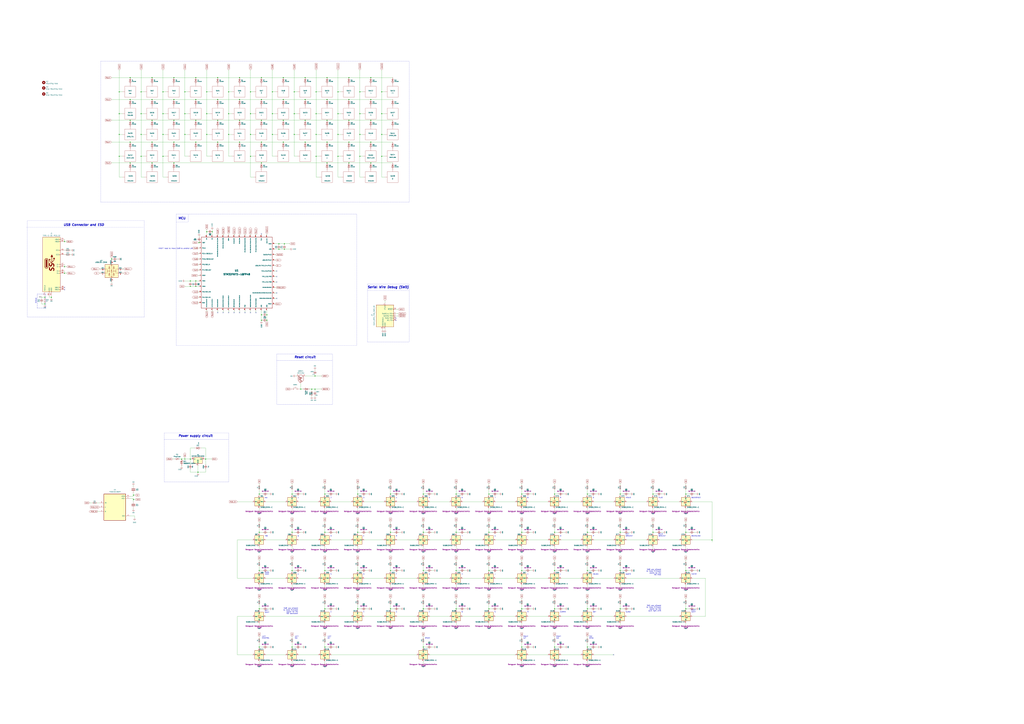
<source format=kicad_sch>
(kicad_sch (version 20211123) (generator eeschema)
  (paper "A0")
  (title_block (title "60% keyboard project") (date "2022-March-1st"))
  (lib_symbols
    (symbol "Connector:Conn_ARM_JTAG_SWD_10" (pin_names (offset 1.016))
      (property "Reference" "J" (at -2.54 16.51 0))
      (property "Value" "Conn_ARM_JTAG_SWD_10" (at -2.54 13.97 0))
      (symbol "Conn_ARM_JTAG_SWD_10_1_1"
        (pin power_in line (at 0 15.24 270) (length 2.54) (name "VTref") (number "1"))
        (pin open_collector line (at 12.7 7.62 180) (length 2.54) (name "~{RESET}") (number "10"))
        (pin bidirectional line (at 12.7 0 180) (length 2.54) (name "SWDIO/TMS") (number "2"))
        (pin power_in line (at 0 -15.24 90) (length 2.54) (name "GND") (number "3"))
        (pin output line (at 12.7 2.54 180) (length 2.54) (name "SWDCLK/TCK") (number "4"))
        (pin passive line (at 0 -15.24 90) (length 2.54) hide (name "GND") (number "5"))
        (pin input line (at 12.7 -2.54 180) (length 2.54) (name "SWO/TDO") (number "6"))
        (pin no_connect line (at -10.16 0 0) (length 2.54) hide (name "KEY") (number "7"))
        (pin output line (at 12.7 -5.08 180) (length 2.54) (name "NC/TDI") (number "8"))
        (pin passive line (at -2.54 -15.24 90) (length 2.54) (name "GNDDetect") (number "9"))
      )
    )
    (symbol "Device:C" (pin_numbers hide) (pin_names (offset 0.254))
      (property "Reference" "C" (at 0.635 2.54 0))
      (property "Value" "C" (at 0.635 -2.54 0))
      (symbol "C_1_1"
        (pin passive line (at 0 3.81 270) (length 2.794) (name "~") (number "1"))
        (pin passive line (at 0 -3.81 90) (length 2.794) (name "~") (number "2"))
      )
    )
    (symbol "Device:C_Small" (pin_numbers hide) (pin_names (offset 0.254) hide)
      (property "Reference" "C" (at 0.254 1.778 0))
      (property "Value" "C_Small" (at 0.254 -2.032 0))
      (symbol "C_Small_1_1"
        (pin passive line (at 0 2.54 270) (length 2.032) (name "~") (number "1"))
        (pin passive line (at 0 -2.54 90) (length 2.032) (name "~") (number "2"))
      )
    )
    (symbol "Device:D" (pin_numbers hide) (pin_names (offset 1.016) hide)
      (property "Reference" "D" (at 0 2.54 0))
      (property "Value" "D" (at 0 -2.54 0))
      (symbol "D_1_1"
        (pin passive line (at -3.81 0 0) (length 2.54) (name "K") (number "1"))
        (pin passive line (at 3.81 0 180) (length 2.54) (name "A") (number "2"))
      )
    )
    (symbol "Device:D_Schottky" (pin_numbers hide) (pin_names (offset 1.016) hide)
      (property "Reference" "D" (at 0 2.54 0))
      (property "Value" "D_Schottky" (at 0 -2.54 0))
      (symbol "D_Schottky_1_1"
        (pin passive line (at -3.81 0 0) (length 2.54) (name "K") (number "1"))
        (pin passive line (at 3.81 0 180) (length 2.54) (name "A") (number "2"))
      )
    )
    (symbol "Device:Polyfuse_Small" (pin_numbers hide) (pin_names (offset 0))
      (property "Reference" "F" (at -1.905 0 90))
      (property "Value" "Polyfuse_Small" (at 1.905 0 90))
      (symbol "Polyfuse_Small_1_1"
        (pin passive line (at 0 2.54 270) (length 0.635) (name "~") (number "1"))
        (pin passive line (at 0 -2.54 90) (length 0.635) (name "~") (number "2"))
      )
    )
    (symbol "Device:R_Small" (pin_numbers hide) (pin_names (offset 0.254) hide)
      (property "Reference" "R" (at 0.762 0.508 0))
      (property "Value" "R_Small" (at 0.762 -1.016 0))
      (symbol "R_Small_1_1"
        (pin passive line (at 0 2.54 270) (length 0.762) (name "~") (number "1"))
        (pin passive line (at 0 -2.54 90) (length 0.762) (name "~") (number "2"))
      )
    )
    (symbol "Mechanical:MountingHole" (pin_names (offset 1.016))
      (property "Reference" "H" (at 0 5.08 0))
      (property "Value" "MountingHole" (at 0 3.175 0))
    )
    (symbol "R_Small_1" (pin_numbers hide) (pin_names (offset 0.254) hide)
      (property "Reference" "R16" (at -1.905 0 90))
      (property "Value" "R_Small_1" (at 0 0 90))
      (symbol "R_Small_1_1_1"
        (pin passive line (at 0 2.54 270) (length 0.762) (name "~") (number "1"))
        (pin passive line (at 0 -2.54 90) (length 0.762) (name "~") (number "2"))
      )
    )
    (symbol "Switch:SW_Push" (pin_numbers hide) (pin_names (offset 1.016) hide)
      (property "Reference" "SW" (at 1.27 2.54 0))
      (property "Value" "SW_Push" (at 0 -1.524 0))
      (symbol "SW_Push_0_1"
        (pin passive line (at -5.08 0 0) (length 2.54) (name "1") (number "1"))
        (pin passive line (at 5.08 0 180) (length 2.54) (name "2") (number "2"))
      )
    )
    (symbol "TSX0101DBVR:TXS0101DBVR" (pin_names (offset 1.016))
      (property "Reference" "U" (at -12.7 16.24 0))
      (property "Value" "TXS0101DBVR" (at -12.7 -19.24 0))
      (symbol "TXS0101DBVR_0_0"
        (pin power_in line (at 17.78 10.16 180) (length 5.08) (name "VCCA") (number "1"))
        (pin power_in line (at 17.78 -10.16 180) (length 5.08) (name "GND") (number "2"))
        (pin bidirectional line (at -17.78 0 0) (length 5.08) (name "A") (number "3"))
        (pin bidirectional line (at -17.78 -5.08 0) (length 5.08) (name "B") (number "4"))
        (pin input line (at -17.78 5.08 0) (length 5.08) (name "OE") (number "5"))
        (pin power_in line (at 17.78 12.7 180) (length 5.08) (name "VCCB") (number "6"))
      )
    )
    (symbol "Transistor_BJT:DTC123J" (pin_names (offset 0) hide)
      (property "Reference" "Q" (at 5.08 1.905 0))
      (property "Value" "DTC123J" (at 5.08 0 0))
      (symbol "DTC123J_0_0"
        (text "2k2" (at -3.302 0.889 0) (effects (font (size 0.508 0.508))))
        (text "47k" (at -2.159 -1.524 900) (effects (font (size 0.508 0.508))))
      )
      (symbol "DTC123J_1_1"
        (pin input line (at -6.35 0 0) (length 2.54) (name "B") (number "1"))
        (pin passive line (at 2.54 -5.08 90) (length 2.54) (name "E") (number "2"))
        (pin passive line (at 2.54 5.08 270) (length 2.54) (name "C") (number "3"))
      )
    )
    (symbol "acheronSymbols:MXSwitch" (pin_names (offset 1.016))
      (property "Reference" "SW" (at 0 0 0))
      (property "Value" "MXSwitch" (at 0 -3.81 0))
      (symbol "MXSwitch_1_1"
        (pin output line (at -8.89 0 0) (length 2.54) hide (name "Col") (number "1"))
        (pin input line (at 0 8.89 270) (length 2.54) hide (name "Row") (number "2"))
      )
    )
    (symbol "acheronSymbols:SK6812MINI-E" (pin_names (offset 0.254))
      (property "Reference" "D" (at 5.08 5.715 0))
      (property "Value" "SK6812MINI-E" (at 1.27 -5.715 0))
      (property "MFN" "Dongguan Opsco Optoelectronics" (at 0 -11.176 0))
      (property "MPN" "SK812MINI-E" (at 0 -9.652 0))
      (property "PKG" "3228" (at 0 -12.954 0))
      (symbol "SK6812MINI-E_0_0"
        (text "RGB" (at -1.016 -1.397 0) (effects (font (size 0.762 0.762))))
      )
      (symbol "SK6812MINI-E_1_1"
        (pin power_in line (at 0 7.62 270) (length 2.54) (name "VDD") (number "1"))
        (pin output line (at 7.62 0 180) (length 2.54) (name "DOUT") (number "2"))
        (pin power_in line (at 0 -7.62 90) (length 2.54) (name "VSS") (number "3"))
        (pin input line (at -7.62 0 0) (length 2.54) (name "DIN") (number "4"))
      )
    )
    (symbol "acheronSymbols:STM32F072-LQFP48" (pin_names (offset 1.016))
      (property "Reference" "U" (at 0 1.27 0))
      (property "Value" "STM32F072-LQFP48" (at 0 -2.54 0))
      (symbol "STM32F072-LQFP48_1_1"
        (pin power_in line (at -43.18 35.56 0) (length 2.54) (name "VBAT") (number "1"))
        (pin bidirectional line (at -43.18 -21.59 0) (length 2.54) (name "PA0/ADC_IN0") (number "10"))
        (pin bidirectional line (at -43.18 -27.94 0) (length 2.54) (name "PA1/ADC_IN1") (number "11"))
        (pin bidirectional line (at -43.18 -34.29 0) (length 2.54) (name "PA2/ADC_IN2") (number "12"))
        (pin bidirectional line (at -34.29 -43.18 90) (length 2.54) (name "PA3/TIM15_CH2/ADC_IN3") (number "13"))
        (pin bidirectional line (at -27.94 -43.18 90) (length 2.54) (name "PA4/TIM14_CH1/ADC_IN4") (number "14"))
        (pin bidirectional line (at -21.59 -43.18 90) (length 2.54) (name "PA5/ADC_IN5/DAC_OUT2") (number "15"))
        (pin bidirectional line (at -15.24 -43.18 90) (length 2.54) (name "PA6/ADC_IN6/TIM3_CH1/TIM16_CH1") (number "16"))
        (pin bidirectional line (at -8.89 -43.18 90) (length 2.54) (name "PA7/TIM3_CH2/TIM14_CH1/ADC_IN7") (number "17"))
        (pin bidirectional line (at -2.54 -43.18 90) (length 2.54) (name "PB0/TIM3_CH3/ADC_IN8") (number "18"))
        (pin bidirectional line (at 3.81 -43.18 90) (length 2.54) (name "PB1/TIM3_CH4/TIM14_CH1/ADC_IN9") (number "19"))
        (pin bidirectional line (at -43.18 29.21 0) (length 2.54) (name "PC13") (number "2"))
        (pin bidirectional line (at 10.16 -43.18 90) (length 2.54) (name "PB2") (number "20"))
        (pin bidirectional line (at 16.51 -43.18 90) (length 2.54) (name "PB10/SPI2_SCK/I2C2_SCL/TIM2_CH3") (number "21"))
        (pin bidirectional line (at 22.86 -43.18 90) (length 2.54) (name "PB11/TIM2_CH4/I2C2_SDA") (number "22"))
        (pin power_in line (at 29.21 -43.18 90) (length 2.54) (name "VSS") (number "23"))
        (pin power_in line (at 35.56 -43.18 90) (length 2.54) (name "VDD") (number "24"))
        (pin bidirectional line (at 44.45 -35.56 180) (length 2.54) (name "PB12") (number "25"))
        (pin bidirectional line (at 44.45 -29.21 180) (length 2.54) (name "SPI2_SCK/I2S2_CK/I2C2_SCL/PB13") (number "26"))
        (pin bidirectional line (at 44.45 -22.86 180) (length 2.54) (name "PB14/SPI2_MISO/I2S2_MCK/I2C2_SDA/TIM15_CH1/PB15") (number "27"))
        (pin bidirectional line (at 44.45 -16.51 180) (length 2.54) (name "SPI2_MOSI/I2S2_SD/PB15") (number "28"))
        (pin bidirectional line (at 44.45 -10.16 180) (length 2.54) (name "TIM1_CH1/PA8") (number "29"))
        (pin bidirectional line (at -43.18 22.86 0) (length 2.54) (name "PC14/OSC32_IN") (number "3"))
        (pin bidirectional line (at 44.45 -3.81 180) (length 2.54) (name "TIM1_CH2/PA9") (number "30"))
        (pin bidirectional line (at 44.45 2.54 180) (length 2.54) (name "TIM1_CH3/PA10") (number "31"))
        (pin bidirectional line (at 44.45 8.89 180) (length 2.54) (name "USB_DM/TIM1_CH4/PA11") (number "32"))
        (pin bidirectional line (at 44.45 15.24 180) (length 2.54) (name "USB_DP/PA12") (number "33"))
        (pin bidirectional line (at 44.45 21.59 180) (length 2.54) (name "SWDIO/PA13") (number "34"))
        (pin power_in line (at 44.45 27.94 180) (length 2.54) (name "VSS") (number "35"))
        (pin power_in line (at 44.45 34.29 180) (length 2.54) (name "VDDIO2") (number "36"))
        (pin bidirectional line (at 35.56 44.45 270) (length 2.54) (name "SWCLK/PA14") (number "37"))
        (pin bidirectional line (at 29.21 44.45 270) (length 2.54) (name "PA2") (number "38"))
        (pin bidirectional line (at 22.86 44.45 270) (length 2.54) (name "SPI1_SCK/I2S1_CK/TIM2_CH2/PB3") (number "39"))
        (pin bidirectional line (at -43.18 16.51 0) (length 2.54) (name "PC15/OSC32_OUT") (number "4"))
        (pin bidirectional line (at 16.51 44.45 270) (length 2.54) (name "SPI1_MISO/I2S1_MCK/TIM3_CH1/PB4") (number "40"))
        (pin bidirectional line (at 10.16 44.45 270) (length 2.54) (name "SPI1_MOSI/I2S1_SD/TIM3_CH2/PB5") (number "41"))
        (pin bidirectional line (at 3.81 44.45 270) (length 2.54) (name "I2C1_SCL/PB6") (number "42"))
        (pin bidirectional line (at -2.54 44.45 270) (length 2.54) (name "2C1_SDA/PB7") (number "43"))
        (pin output line (at -8.89 44.45 270) (length 2.54) (name "BOOT0") (number "44"))
        (pin bidirectional line (at -15.24 44.45 270) (length 2.54) (name "I2C1_SCL/TIM16_CH1/PB8") (number "45"))
        (pin input line (at -21.59 44.45 270) (length 2.54) (name "SPI2_NSS/I2S2_WS/I2C1_SDA/TIM17_CH1/PB9") (number "46"))
        (pin input line (at -27.94 44.45 270) (length 2.54) (name "VSS") (number "47"))
        (pin input line (at -34.29 44.45 270) (length 2.54) (name "VDD") (number "48"))
        (pin bidirectional line (at -43.18 10.16 0) (length 2.54) (name "PF0/OSC_IN") (number "5"))
        (pin bidirectional line (at -43.18 3.81 0) (length 2.54) (name "PF1/OSC_OUT") (number "6"))
        (pin input line (at -43.18 -2.54 0) (length 2.54) (name "NRST") (number "7"))
        (pin power_in line (at -43.18 -8.89 0) (length 2.54) (name "VSSA") (number "8"))
        (pin power_in line (at -43.18 -15.24 0) (length 2.54) (name "VDDA") (number "9"))
      )
    )
    (symbol "acheronSymbols:TYPE-C-31-M12_13" (pin_names (offset 1.016))
      (property "Reference" "J" (at -1.27 35.56 0))
      (property "Value" "TYPE-C-31-M12_13" (at 10.16 33.02 0))
      (symbol "TYPE-C-31-M12_13_0_0"
        (text "SS" (at 0.508 -3.175 900) (effects (font (size 5.08 5.08) bold italic)))
      )
      (symbol "TYPE-C-31-M12_13_1_1"
        (pin power_out line (at 0 -36.83 90) (length 5.08) (name "GND") (number "A1"))
        (pin power_out line (at 15.24 29.21 180) (length 5.08) (name "VBUS") (number "A4"))
        (pin bidirectional line (at 15.24 16.51 180) (length 5.08) (name "CC1") (number "A5"))
        (pin bidirectional line (at 15.24 -7.62 180) (length 5.08) (name "D+") (number "A6"))
        (pin bidirectional line (at 15.24 0 180) (length 5.08) (name "D-") (number "A7"))
        (pin bidirectional line (at 15.24 -26.67 180) (length 5.08) (name "SBU1") (number "A8"))
        (pin power_out line (at -2.54 -36.83 90) (length 5.08) (name "GND") (number "B1"))
        (pin power_out line (at 15.24 26.67 180) (length 5.08) (name "VBUS") (number "B4"))
        (pin bidirectional line (at 15.24 11.43 180) (length 5.08) (name "CC2") (number "B5"))
        (pin bidirectional line (at 15.24 -10.16 180) (length 5.08) (name "D+") (number "B6"))
        (pin bidirectional line (at 15.24 -2.54 180) (length 5.08) (name "D-") (number "B7"))
        (pin bidirectional line (at 15.24 -29.21 180) (length 5.08) (name "SBU2") (number "B8"))
        (pin passive line (at -7.62 -36.83 90) (length 5.08) (name "SHIELD") (number "S"))
      )
    )
    (symbol "keebsPCB-rescue:MCP1700-3302E_SOT23-Regulator_Linear" (pin_names (offset 0.254))
      (property "Reference" "U" (at -3.81 3.175 0))
      (property "Value" "MCP1700-3302E_SOT23-Regulator_Linear" (at 0 3.175 0))
      (symbol "MCP1700-3302E_SOT23-Regulator_Linear_1_1"
        (pin power_in line (at 0 -7.62 90) (length 2.54) (name "GND") (number "1"))
        (pin power_out line (at 7.62 0 180) (length 2.54) (name "VO") (number "2"))
        (pin power_in line (at -7.62 0 0) (length 2.54) (name "VI") (number "3"))
      )
    )
    (symbol "keebsPCB-rescue:USBLC6-2SC6-Power_Protection" (pin_names (offset 0))
      (property "Reference" "U" (at 5.08 8.89 0))
      (property "Value" "USBLC6-2SC6-Power_Protection" (at 10.16 -10.16 0))
      (symbol "USBLC6-2SC6-Power_Protection_1_1"
        (pin passive line (at -12.7 -2.54 0) (length 5.08) (name "IO1") (number "1"))
        (pin passive line (at 0 -12.7 90) (length 5.08) (name "GND") (number "2"))
        (pin passive line (at 12.7 -2.54 180) (length 5.08) (name "IO2") (number "3"))
        (pin passive line (at 12.7 2.54 180) (length 5.08) (name "IO2") (number "4"))
        (pin passive line (at 0 12.7 270) (length 5.08) (name "VBUS") (number "5"))
        (pin passive line (at -12.7 2.54 0) (length 5.08) (name "IO1") (number "6"))
      )
    )
    (symbol "power:GND" (power) (pin_names (offset 0))
      (property "Value" "GND" (at 0 -3.81 0))
      (symbol "GND_1_1"
        (pin power_in line (at 0 0 270) (length 0) hide (name "GND") (number "1"))
      )
    )
  )
  (junction (at 316.23 156.21))
  (junction (at 189.23 156.21))
  (junction (at 210.82 533.4))
  (junction (at 491.49 618.49))
  (junction (at 189.23 106.68))
  (junction (at 316.23 106.68))
  (junction (at 201.93 115.57))
  (junction (at 214.63 106.68))
  (junction (at 341.63 106.68))
  (junction (at 300.99 574.04))
  (junction (at 681.99 751.84))
  (junction (at 720.09 574.04))
  (junction (at 290.83 106.68))
  (junction (at 417.83 132.08))
  (junction (at 405.13 189.23))
  (junction (at 354.33 90.17))
  (junction (at 529.59 618.49))
  (junction (at 252.73 115.57))
  (junction (at 377.19 751.84))
  (junction (at 491.49 574.04))
  (junction (at 643.89 751.84))
  (junction (at 379.73 90.17))
  (junction (at 529.59 662.94))
  (junction (at 529.59 574.04))
  (junction (at 605.79 662.94))
  (junction (at 367.03 156.21))
  (junction (at 643.89 707.39))
  (junction (at 265.43 156.21))
  (junction (at 265.43 106.68))
  (junction (at 252.73 139.7))
  (junction (at 453.39 618.49))
  (junction (at 129.54 300.99))
  (junction (at 163.83 181.61))
  (junction (at 567.69 707.39))
  (junction (at 491.49 751.84))
  (junction (at 303.53 139.7))
  (junction (at 151.13 90.17))
  (junction (at 341.63 156.21))
  (junction (at 252.73 165.1))
  (junction (at 354.33 115.57))
  (junction (at 405.13 90.17))
  (junction (at 278.13 90.17))
  (junction (at 227.33 90.17))
  (junction (at 392.43 106.68))
  (junction (at 377.19 662.94))
  (junction (at 74.93 317.5))
  (junction (at 229.87 548.64))
  (junction (at 405.13 115.57))
  (junction (at 491.49 707.39))
  (junction (at 189.23 132.08))
  (junction (at 138.43 132.08))
  (junction (at 379.73 165.1))
  (junction (at 367.03 132.08))
  (junction (at 377.19 707.39))
  (junction (at 59.69 345.44))
  (junction (at 151.13 115.57))
  (junction (at 339.09 574.04))
  (junction (at 377.19 574.04))
  (junction (at 240.03 132.08))
  (junction (at 151.13 189.23))
  (junction (at 681.99 618.49))
  (junction (at 201.93 165.1))
  (junction (at 176.53 165.1))
  (junction (at 265.43 132.08))
  (junction (at 220.98 332.74))
  (junction (at 417.83 181.61))
  (junction (at 341.63 132.08))
  (junction (at 367.03 181.61))
  (junction (at 417.83 106.68))
  (junction (at 163.83 156.21))
  (junction (at 278.13 139.7))
  (junction (at 758.19 574.04))
  (junction (at 323.85 289.56))
  (junction (at 303.53 90.17))
  (junction (at 415.29 618.49))
  (junction (at 214.63 132.08))
  (junction (at 328.93 115.57))
  (junction (at 605.79 574.04))
  (junction (at 303.53 365.76))
  (junction (at 681.99 574.04))
  (junction (at 643.89 574.04))
  (junction (at 316.23 132.08))
  (junction (at 720.09 662.94))
  (junction (at 231.14 281.94))
  (junction (at 154.94 580.39))
  (junction (at 52.07 345.44))
  (junction (at 154.94 575.31))
  (junction (at 303.53 115.57))
  (junction (at 443.23 132.08))
  (junction (at 74.93 280.67))
  (junction (at 278.13 165.1))
  (junction (at 227.33 326.39))
  (junction (at 430.53 90.17))
  (junction (at 681.99 662.94))
  (junction (at 354.33 139.7))
  (junction (at 567.69 618.49))
  (junction (at 643.89 618.49))
  (junction (at 365.76 452.12))
  (junction (at 240.03 106.68))
  (junction (at 323.85 283.21))
  (junction (at 339.09 618.49))
  (junction (at 138.43 181.61))
  (junction (at 309.88 365.76))
  (junction (at 392.43 181.61))
  (junction (at 330.2 283.21))
  (junction (at 151.13 165.1))
  (junction (at 430.53 115.57))
  (junction (at 720.09 707.39))
  (junction (at 201.93 189.23))
  (junction (at 151.13 139.7))
  (junction (at 605.79 751.84))
  (junction (at 238.76 533.4))
  (junction (at 365.76 436.88))
  (junction (at 443.23 156.21))
  (junction (at 796.29 574.04))
  (junction (at 252.73 90.17))
  (junction (at 430.53 189.23))
  (junction (at 415.29 662.94))
  (junction (at 643.89 662.94))
  (junction (at 681.99 707.39))
  (junction (at 605.79 707.39))
  (junction (at 453.39 574.04))
  (junction (at 379.73 139.7))
  (junction (at 290.83 181.61))
  (junction (at 330.2 289.56))
  (junction (at 201.93 139.7))
  (junction (at 567.69 574.04))
  (junction (at 415.29 574.04))
  (junction (at 227.33 139.7))
  (junction (at 567.69 662.94))
  (junction (at 74.93 309.88))
  (junction (at 377.19 618.49))
  (junction (at 163.83 132.08))
  (junction (at 163.83 106.68))
  (junction (at 339.09 751.84))
  (junction (at 758.19 618.49))
  (junction (at 443.23 106.68))
  (junction (at 227.33 115.57))
  (junction (at 430.53 139.7))
  (junction (at 379.73 115.57))
  (junction (at 303.53 372.11))
  (junction (at 328.93 90.17))
  (junction (at 339.09 662.94))
  (junction (at 379.73 189.23))
  (junction (at 227.33 165.1))
  (junction (at 300.99 618.49))
  (junction (at 309.88 372.11))
  (junction (at 392.43 156.21))
  (junction (at 453.39 662.94))
  (junction (at 796.29 618.49))
  (junction (at 328.93 165.1))
  (junction (at 290.83 156.21))
  (junction (at 430.53 165.1))
  (junction (at 240.03 156.21))
  (junction (at 720.09 618.49))
  (junction (at 328.93 139.7))
  (junction (at 361.95 452.12))
  (junction (at 796.29 707.39))
  (junction (at 300.99 707.39))
  (junction (at 138.43 156.21))
  (junction (at 240.03 269.24))
  (junction (at 417.83 156.21))
  (junction (at 303.53 165.1))
  (junction (at 220.98 533.4))
  (junction (at 176.53 139.7))
  (junction (at 453.39 707.39))
  (junction (at 300.99 662.94))
  (junction (at 529.59 707.39))
  (junction (at 605.79 618.49))
  (junction (at 491.49 662.94))
  (junction (at 405.13 139.7))
  (junction (at 796.29 662.94))
  (junction (at 354.33 165.1))
  (junction (at 220.98 326.39))
  (junction (at 290.83 132.08))
  (junction (at 826.77 627.38))
  (junction (at 214.63 156.21))
  (junction (at 201.93 90.17))
  (junction (at 189.23 181.61))
  (junction (at 138.43 106.68))
  (junction (at 443.23 181.61))
  (junction (at 52.07 353.06))
  (junction (at 214.63 533.4))
  (junction (at 227.33 332.74))
  (junction (at 278.13 115.57))
  (junction (at 392.43 132.08))
  (junction (at 303.53 189.23))
  (junction (at 405.13 165.1))
  (junction (at 300.99 751.84))
  (junction (at 415.29 707.39))
  (junction (at 246.38 269.24))
  (junction (at 176.53 189.23))
  (junction (at 349.25 452.12))
  (junction (at 176.53 115.57))
  (junction (at 176.53 90.17))
  (junction (at 367.03 106.68))
  (no_connect (at 321.31 346.71))
  (no_connect (at 297.18 363.22))
  (no_connect (at 290.83 363.22))
  (no_connect (at 74.93 334.01))
  (no_connect (at 252.73 363.22))
  (no_connect (at 321.31 314.96))
  (no_connect (at 259.08 363.22))
  (no_connect (at 271.78 363.22))
  (no_connect (at 265.43 363.22))
  (no_connect (at 321.31 327.66))
  (no_connect (at 284.48 363.22))
  (no_connect (at 712.47 760.73))
  (no_connect (at 459.74 372.11))
  (no_connect (at 459.74 369.57))
  (no_connect (at 278.13 363.22))
  (no_connect (at 321.31 340.36))
  (no_connect (at 74.93 336.55))
  (no_connect (at 321.31 321.31))
  (no_connect (at 303.53 271.78))
  (wire (pts (xy 529.59 707.39) (xy 534.035 707.39)))
  (wire (pts (xy 227.33 139.7) (xy 252.73 139.7)))
  (wire (pts (xy 537.21 671.83) (xy 560.07 671.83)))
  (wire (pts (xy 681.99 662.94) (xy 681.99 664.21)))
  (wire (pts (xy 567.69 635) (xy 567.69 637.54)))
  (wire (pts (xy 613.41 671.83) (xy 636.27 671.83)))
  (wire (pts (xy 74.93 278.13) (xy 74.93 280.67)))
  (wire (pts (xy 308.61 582.93) (xy 331.47 582.93)))
  (wire (pts (xy 529.59 563.88) (xy 529.59 561.975)))
  (wire (pts (xy 651.51 760.73) (xy 674.37 760.73)))
  (wire (pts (xy 229.87 320.04) (xy 231.14 320.04)))
  (wire (pts (xy 765.81 582.93) (xy 788.67 582.93)))
  (polyline (pts (xy 116.84 234.95) (xy 474.98 234.95)) (stroke (width 0.1)))
  (wire (pts (xy 417.83 81.28) (xy 417.83 106.68)))
  (wire (pts (xy 345.44 106.68) (xy 341.63 106.68)))
  (wire (pts (xy 156.21 599.44) (xy 156.21 601.98)))
  (wire (pts (xy 681.99 662.94) (xy 686.435 662.94)))
  (wire (pts (xy 227.33 115.57) (xy 252.73 115.57)))
  (wire (pts (xy 529.59 618.49) (xy 534.035 618.49)))
  (wire (pts (xy 462.915 707.39) (xy 465.455 707.39)))
  (wire (pts (xy 300.99 662.94) (xy 305.435 662.94)))
  (wire (pts (xy 720.09 723.9) (xy 720.09 726.44)))
  (wire (pts (xy 447.04 106.68) (xy 443.23 106.68)))
  (wire (pts (xy 805.815 662.94) (xy 808.355 662.94)))
  (wire (pts (xy 243.84 156.21) (xy 240.03 156.21)))
  (wire (pts (xy 386.715 707.39) (xy 389.255 707.39)))
  (wire (pts (xy 142.24 312.42) (xy 143.51 312.42)))
  (wire (pts (xy 214.63 132.08) (xy 214.63 156.21)))
  (wire (pts (xy 294.64 205.74) (xy 290.83 205.74)))
  (wire (pts (xy 151.13 579.12) (xy 154.94 579.12)))
  (wire (pts (xy 278.13 271.78) (xy 278.13 273.05)))
  (wire (pts (xy 341.63 156.21) (xy 341.63 181.61)))
  (wire (pts (xy 796.29 563.88) (xy 796.29 561.975)))
  (wire (pts (xy 643.89 618.49) (xy 643.89 619.76)))
  (wire (pts (xy 142.24 181.61) (xy 138.43 181.61)))
  (wire (pts (xy 81.28 290.83) (xy 82.55 290.83)))
  (wire (pts (xy 720.09 662.94) (xy 724.535 662.94)))
  (wire (pts (xy 278.13 115.57) (xy 303.53 115.57)))
  (wire (pts (xy 130.81 300.99) (xy 129.54 300.99)))
  (wire (pts (xy 415.29 563.88) (xy 415.29 561.975)))
  (wire (pts (xy 339.09 657.86) (xy 339.09 662.94)))
  (wire (pts (xy 447.04 132.08) (xy 443.23 132.08)))
  (wire (pts (xy 805.815 618.49) (xy 808.355 618.49)))
  (wire (pts (xy 293.37 671.83) (xy 275.59 671.83)))
  (wire (pts (xy 453.39 563.88) (xy 453.39 561.975)))
  (polyline (pts (xy 204.47 257.81) (xy 218.44 257.81)) (stroke (width 0.1)))
  (wire (pts (xy 453.39 618.49) (xy 453.39 619.76)))
  (wire (pts (xy 681.99 707.39) (xy 681.99 708.66)))
  (wire (pts (xy 491.49 608.33) (xy 491.49 606.425)))
  (wire (pts (xy 290.83 106.68) (xy 290.83 132.08)))
  (wire (pts (xy 129.54 328.93) (xy 129.54 327.66)))
  (wire (pts (xy 415.29 618.49) (xy 415.29 619.76)))
  (wire (pts (xy 231.14 326.39) (xy 227.33 326.39)))
  (wire (pts (xy 653.415 707.39) (xy 655.955 707.39)))
  (wire (pts (xy 720.09 707.39) (xy 724.535 707.39)))
  (wire (pts (xy 229.87 339.09) (xy 231.14 339.09)))
  (wire (pts (xy 605.79 618.49) (xy 610.235 618.49)))
  (wire (pts (xy 294.64 156.21) (xy 290.83 156.21)))
  (wire (pts (xy 339.09 751.84) (xy 343.535 751.84)))
  (wire (pts (xy 320.04 308.61) (xy 318.77 308.61)))
  (wire (pts (xy 361.95 452.12) (xy 361.95 454.66)))
  (wire (pts (xy 691.515 751.84) (xy 694.055 751.84)))
  (wire (pts (xy 365.76 452.12) (xy 365.76 454.66)))
  (wire (pts (xy 491.49 574.04) (xy 491.49 575.31)))
  (wire (pts (xy 803.91 582.93) (xy 826.77 582.93)))
  (polyline (pts (xy 116.84 71.12) (xy 474.98 71.12)) (stroke (width 0.1)))
  (wire (pts (xy 300.99 652.78) (xy 300.99 650.875)))
  (wire (pts (xy 491.49 746.76) (xy 491.49 751.84)))
  (wire (pts (xy 323.85 283.21) (xy 323.85 284.48)))
  (wire (pts (xy 758.19 618.49) (xy 758.19 619.76)))
  (wire (pts (xy 803.91 671.83) (xy 819.15 671.83)))
  (wire (pts (xy 491.49 707.39) (xy 495.935 707.39)))
  (wire (pts (xy 377.19 741.68) (xy 377.19 739.775)))
  (wire (pts (xy 300.99 751.84) (xy 305.435 751.84)))
  (wire (pts (xy 354.33 139.7) (xy 379.73 139.7)))
  (wire (pts (xy 293.37 760.73) (xy 275.59 760.73)))
  (wire (pts (xy 354.33 165.1) (xy 379.73 165.1)))
  (wire (pts (xy 499.11 760.73) (xy 598.17 760.73)))
  (wire (pts (xy 529.59 697.23) (xy 529.59 695.325)))
  (polyline (pts (xy 386.08 411.48) (xy 386.08 469.9)) (stroke (width 0.1)))
  (wire (pts (xy 605.79 679.45) (xy 605.79 681.99)))
  (wire (pts (xy 138.43 156.21) (xy 138.43 181.61)))
  (wire (pts (xy 392.43 132.08) (xy 392.43 156.21)))
  (wire (pts (xy 269.24 106.68) (xy 265.43 106.68)))
  (wire (pts (xy 81.28 295.91) (xy 82.55 295.91)))
  (wire (pts (xy 653.415 618.49) (xy 655.955 618.49)))
  (wire (pts (xy 300.99 618.49) (xy 305.435 618.49)))
  (wire (pts (xy 605.79 662.94) (xy 610.235 662.94)))
  (wire (pts (xy 167.64 132.08) (xy 163.83 132.08)))
  (wire (pts (xy 154.94 576.58) (xy 154.94 575.31)))
  (wire (pts (xy 720.09 574.04) (xy 724.535 574.04)))
  (wire (pts (xy 115.57 317.5) (xy 116.84 317.5)))
  (wire (pts (xy 300.99 657.86) (xy 300.99 662.94)))
  (wire (pts (xy 491.49 618.49) (xy 491.49 619.76)))
  (wire (pts (xy 240.03 269.24) (xy 241.3 269.24)))
  (polyline (pts (xy 31.75 368.3) (xy 167.64 368.3)) (stroke (width 0.1)))
  (polyline (pts (xy 53.34 358.14) (xy 43.18 358.14)))
  (wire (pts (xy 377.19 702.31) (xy 377.19 707.39)))
  (polyline (pts (xy 204.47 401.32) (xy 204.47 248.92)) (stroke (width 0.1)))
  (wire (pts (xy 681.99 741.68) (xy 681.99 739.775)))
  (wire (pts (xy 341.63 81.28) (xy 341.63 106.68)))
  (wire (pts (xy 377.19 707.39) (xy 381.635 707.39)))
  (wire (pts (xy 321.31 321.31) (xy 318.77 321.31)))
  (wire (pts (xy 320.04 106.68) (xy 316.23 106.68)))
  (wire (pts (xy 501.015 707.39) (xy 503.555 707.39)))
  (wire (pts (xy 189.23 81.28) (xy 189.23 106.68)))
  (wire (pts (xy 316.23 156.21) (xy 316.23 181.61)))
  (wire (pts (xy 193.04 181.61) (xy 189.23 181.61)))
  (wire (pts (xy 681.99 613.41) (xy 681.99 618.49)))
  (wire (pts (xy 796.29 707.39) (xy 800.735 707.39)))
  (wire (pts (xy 321.31 346.71) (xy 318.77 346.71)))
  (wire (pts (xy 231.14 332.74) (xy 227.33 332.74)))
  (wire (pts (xy 386.715 751.84) (xy 389.255 751.84)))
  (wire (pts (xy 405.13 90.17) (xy 430.53 90.17)))
  (wire (pts (xy 316.23 106.68) (xy 316.23 132.08)))
  (wire (pts (xy 796.29 707.39) (xy 796.29 708.66)))
  (wire (pts (xy 339.09 652.78) (xy 339.09 650.875)))
  (wire (pts (xy 290.83 81.28) (xy 290.83 106.68)))
  (polyline (pts (xy 167.64 256.54) (xy 31.75 256.54)) (stroke (width 0.1)))
  (wire (pts (xy 453.39 590.55) (xy 453.39 593.09)))
  (polyline (pts (xy 474.98 234.95) (xy 474.98 71.12)) (stroke (width 0.1)))
  (wire (pts (xy 214.63 106.68) (xy 214.63 132.08)))
  (wire (pts (xy 491.49 662.94) (xy 491.49 664.21)))
  (wire (pts (xy 796.29 574.04) (xy 800.735 574.04)))
  (wire (pts (xy 193.04 132.08) (xy 189.23 132.08)))
  (wire (pts (xy 529.59 723.9) (xy 529.59 726.44)))
  (wire (pts (xy 303.53 373.38) (xy 303.53 372.11)))
  (polyline (pts (xy 426.72 397.51) (xy 474.98 397.51)) (stroke (width 0.1)))
  (wire (pts (xy 453.39 657.86) (xy 453.39 662.94)))
  (wire (pts (xy 796.29 590.55) (xy 796.29 593.09)))
  (wire (pts (xy 214.63 326.39) (xy 220.98 326.39)))
  (wire (pts (xy 74.93 290.83) (xy 76.2 290.83)))
  (wire (pts (xy 377.19 697.23) (xy 377.19 695.325)))
  (wire (pts (xy 605.79 662.94) (xy 605.79 664.21)))
  (wire (pts (xy 321.31 314.96) (xy 318.77 314.96)))
  (wire (pts (xy 567.69 707.39) (xy 567.69 708.66)))
  (wire (pts (xy 339.09 751.84) (xy 339.09 753.11)))
  (wire (pts (xy 529.59 618.49) (xy 529.59 619.76)))
  (wire (pts (xy 345.44 156.21) (xy 341.63 156.21)))
  (wire (pts (xy 218.44 132.08) (xy 214.63 132.08)))
  (wire (pts (xy 229.87 541.02) (xy 229.87 548.64)))
  (wire (pts (xy 377.19 657.86) (xy 377.19 662.94)))
  (wire (pts (xy 613.41 760.73) (xy 636.27 760.73)))
  (polyline (pts (xy 43.18 341.63) (xy 53.34 341.63)))
  (wire (pts (xy 367.03 181.61) (xy 367.03 205.74)))
  (polyline (pts (xy 30.48 264.16) (xy 166.37 264.16)) (stroke (width 0.1)))
  (polyline (pts (xy 426.72 330.2) (xy 426.72 397.51)) (stroke (width 0.1)))
  (wire (pts (xy 339.09 574.04) (xy 339.09 575.31)))
  (wire (pts (xy 300.99 707.39) (xy 305.435 707.39)))
  (wire (pts (xy 300.99 662.94) (xy 300.99 664.21)))
  (wire (pts (xy 52.07 345.44) (xy 52.07 346.71)))
  (wire (pts (xy 443.23 156.21) (xy 443.23 181.61)))
  (wire (pts (xy 330.2 289.56) (xy 336.55 289.56)))
  (wire (pts (xy 796.29 662.94) (xy 796.29 664.21)))
  (wire (pts (xy 142.24 317.5) (xy 143.51 317.5)))
  (polyline (pts (xy 43.18 358.14) (xy 43.18 341.63)))
  (wire (pts (xy 129.54 165.1) (xy 151.13 165.1)))
  (wire (pts (xy 453.39 613.41) (xy 453.39 618.49)))
  (wire (pts (xy 342.9 436.88) (xy 344.17 436.88)))
  (wire (pts (xy 491.49 723.9) (xy 491.49 726.44)))
  (wire (pts (xy 567.69 702.31) (xy 567.69 707.39)))
  (wire (pts (xy 154.94 579.12) (xy 154.94 580.39)))
  (wire (pts (xy 300.99 697.23) (xy 300.99 695.325)))
  (wire (pts (xy 575.31 582.93) (xy 598.17 582.93)))
  (wire (pts (xy 577.215 662.94) (xy 579.755 662.94)))
  (wire (pts (xy 218.44 156.21) (xy 214.63 156.21)))
  (wire (pts (xy 379.73 139.7) (xy 405.13 139.7)))
  (wire (pts (xy 290.83 363.22) (xy 290.83 360.68)))
  (wire (pts (xy 491.49 618.49) (xy 495.935 618.49)))
  (wire (pts (xy 567.69 618.49) (xy 567.69 619.76)))
  (wire (pts (xy 461.01 671.83) (xy 483.87 671.83)))
  (wire (pts (xy 290.83 156.21) (xy 290.83 181.61)))
  (wire (pts (xy 643.89 707.39) (xy 643.89 708.66)))
  (wire (pts (xy 310.515 662.94) (xy 313.055 662.94)))
  (wire (pts (xy 796.29 608.33) (xy 796.29 606.425)))
  (wire (pts (xy 443.23 205.74) (xy 443.23 181.61)))
  (wire (pts (xy 422.91 671.83) (xy 445.77 671.83)))
  (wire (pts (xy 377.19 768.35) (xy 377.19 770.89)))
  (wire (pts (xy 214.63 530.86) (xy 214.63 533.4)))
  (wire (pts (xy 453.39 608.33) (xy 453.39 606.425)))
  (wire (pts (xy 308.61 760.73) (xy 331.47 760.73)))
  (wire (pts (xy 415.29 635) (xy 415.29 637.54)))
  (wire (pts (xy 605.79 741.68) (xy 605.79 739.775)))
  (wire (pts (xy 643.89 657.86) (xy 643.89 662.94)))
  (wire (pts (xy 392.43 81.28) (xy 392.43 106.68)))
  (wire (pts (xy 269.24 132.08) (xy 265.43 132.08)))
  (wire (pts (xy 246.38 266.7) (xy 246.38 269.24)))
  (wire (pts (xy 405.13 139.7) (xy 430.53 139.7)))
  (wire (pts (xy 567.69 618.49) (xy 572.135 618.49)))
  (wire (pts (xy 681.99 590.55) (xy 681.99 593.09)))
  (wire (pts (xy 796.29 574.04) (xy 796.29 575.31)))
  (wire (pts (xy 421.64 205.74) (xy 417.83 205.74)))
  (wire (pts (xy 77.47 280.67) (xy 74.93 280.67)))
  (wire (pts (xy 240.03 273.05) (xy 240.03 269.24)))
  (wire (pts (xy 758.19 608.33) (xy 758.19 606.425)))
  (wire (pts (xy 796.29 613.41) (xy 796.29 618.49)))
  (wire (pts (xy 758.19 568.96) (xy 758.19 574.04)))
  (wire (pts (xy 167.64 205.74) (xy 163.83 205.74)))
  (wire (pts (xy 129.54 189.23) (xy 151.13 189.23)))
  (wire (pts (xy 415.29 613.41) (xy 415.29 618.49)))
  (wire (pts (xy 316.23 81.28) (xy 316.23 106.68)))
  (wire (pts (xy 681.99 574.04) (xy 686.435 574.04)))
  (wire (pts (xy 377.19 635) (xy 377.19 637.54)))
  (wire (pts (xy 129.54 302.26) (xy 129.54 300.99)))
  (wire (pts (xy 271.78 363.22) (xy 271.78 360.68)))
  (wire (pts (xy 491.49 635) (xy 491.49 637.54)))
  (wire (pts (xy 758.19 635) (xy 758.19 637.54)))
  (wire (pts (xy 796.29 697.23) (xy 796.29 695.325)))
  (wire (pts (xy 567.69 662.94) (xy 572.135 662.94)))
  (wire (pts (xy 689.61 582.93) (xy 712.47 582.93)))
  (wire (pts (xy 210.82 533.4) (xy 214.63 533.4)))
  (wire (pts (xy 727.71 716.28) (xy 788.67 716.28)))
  (wire (pts (xy 681.99 608.33) (xy 681.99 606.425)))
  (wire (pts (xy 819.15 716.28) (xy 803.91 716.28)))
  (wire (pts (xy 491.49 652.78) (xy 491.49 650.875)))
  (wire (pts (xy 309.88 271.78) (xy 309.88 273.05)))
  (wire (pts (xy 643.89 746.76) (xy 643.89 751.84)))
  (wire (pts (xy 300.99 608.33) (xy 300.99 606.425)))
  (wire (pts (xy 453.39 707.39) (xy 457.835 707.39)))
  (wire (pts (xy 501.015 751.84) (xy 503.555 751.84)))
  (wire (pts (xy 323.85 289.56) (xy 330.2 289.56)))
  (wire (pts (xy 210.82 541.02) (xy 210.82 542.29)))
  (wire (pts (xy 491.49 751.84) (xy 495.935 751.84)))
  (wire (pts (xy 229.87 548.64) (xy 220.98 548.64)))
  (wire (pts (xy 52.07 353.06) (xy 52.07 354.33)))
  (wire (pts (xy 52.07 353.06) (xy 52.07 351.79)))
  (wire (pts (xy 605.79 723.9) (xy 605.79 726.44)))
  (wire (pts (xy 430.53 90.17) (xy 455.93 90.17)))
  (wire (pts (xy 278.13 139.7) (xy 303.53 139.7)))
  (wire (pts (xy 424.815 618.49) (xy 427.355 618.49)))
  (polyline (pts (xy 116.84 71.12) (xy 116.84 234.95)) (stroke (width 0.1)))
  (wire (pts (xy 681.99 618.49) (xy 681.99 619.76)))
  (wire (pts (xy 339.09 662.94) (xy 339.09 664.21)))
  (wire (pts (xy 238.76 533.4) (xy 238.76 520.7)))
  (wire (pts (xy 308.61 627.38) (xy 331.47 627.38)))
  (wire (pts (xy 605.79 652.78) (xy 605.79 650.875)))
  (wire (pts (xy 156.845 580.39) (xy 154.94 580.39)))
  (wire (pts (xy 605.79 751.84) (xy 610.235 751.84)))
  (wire (pts (xy 231.14 281.94) (xy 231.14 280.67)))
  (wire (pts (xy 367.03 106.68) (xy 367.03 132.08)))
  (wire (pts (xy 529.59 707.39) (xy 529.59 708.66)))
  (wire (pts (xy 318.77 283.21) (xy 323.85 283.21)))
  (wire (pts (xy 681.99 723.9) (xy 681.99 726.44)))
  (wire (pts (xy 605.79 657.86) (xy 605.79 662.94)))
  (wire (pts (xy 653.415 574.04) (xy 655.955 574.04)))
  (wire (pts (xy 265.43 106.68) (xy 265.43 132.08)))
  (wire (pts (xy 377.19 751.84) (xy 377.19 753.11)))
  (polyline (pts (xy 414.02 401.32) (xy 204.47 401.32)) (stroke (width 0.1)))
  (wire (pts (xy 284.48 271.78) (xy 284.48 273.05)))
  (wire (pts (xy 567.69 613.41) (xy 567.69 618.49)))
  (wire (pts (xy 567.69 608.33) (xy 567.69 606.425)))
  (wire (pts (xy 605.79 574.04) (xy 610.235 574.04)))
  (wire (pts (xy 52.07 345.44) (xy 48.26 345.44)))
  (wire (pts (xy 231.14 275.59) (xy 231.14 274.32)))
  (wire (pts (xy 796.29 618.49) (xy 796.29 619.76)))
  (wire (pts (xy 237.49 533.4) (xy 238.76 533.4)))
  (wire (pts (xy 176.53 165.1) (xy 201.93 165.1)))
  (wire (pts (xy 345.44 132.08) (xy 341.63 132.08)))
  (wire (pts (xy 539.115 707.39) (xy 541.655 707.39)))
  (wire (pts (xy 348.615 618.49) (xy 351.155 618.49)))
  (wire (pts (xy 461.01 716.28) (xy 483.87 716.28)))
  (wire (pts (xy 415.29 707.39) (xy 419.735 707.39)))
  (polyline (pts (xy 321.31 419.1) (xy 386.08 419.1)) (stroke (width 0.1)))
  (wire (pts (xy 151.13 599.44) (xy 156.21 599.44)))
  (wire (pts (xy 240.03 361.95) (xy 240.03 360.68)))
  (wire (pts (xy 316.23 132.08) (xy 316.23 156.21)))
  (wire (pts (xy 422.91 716.28) (xy 445.77 716.28)))
  (wire (pts (xy 765.81 627.38) (xy 788.67 627.38)))
  (wire (pts (xy 328.93 115.57) (xy 354.33 115.57)))
  (wire (pts (xy 151.13 139.7) (xy 176.53 139.7)))
  (wire (pts (xy 265.43 363.22) (xy 265.43 360.68)))
  (wire (pts (xy 796.29 702.31) (xy 796.29 707.39)))
  (wire (pts (xy 405.13 189.23) (xy 430.53 189.23)))
  (wire (pts (xy 227.33 90.17) (xy 252.73 90.17)))
  (wire (pts (xy 444.5 382.27) (xy 444.5 383.54)))
  (wire (pts (xy 643.89 574.04) (xy 643.89 575.31)))
  (wire (pts (xy 681.99 635) (xy 681.99 637.54)))
  (wire (pts (xy 529.59 662.94) (xy 534.035 662.94)))
  (wire (pts (xy 370.84 156.21) (xy 367.03 156.21)))
  (wire (pts (xy 415.29 723.9) (xy 415.29 726.44)))
  (wire (pts (xy 384.81 582.93) (xy 407.67 582.93)))
  (wire (pts (xy 491.49 563.88) (xy 491.49 561.975)))
  (wire (pts (xy 265.43 156.21) (xy 265.43 181.61)))
  (wire (pts (xy 491.49 707.39) (xy 491.49 708.66)))
  (wire (pts (xy 605.79 568.96) (xy 605.79 574.04)))
  (wire (pts (xy 720.09 635) (xy 720.09 637.54)))
  (wire (pts (xy 415.29 697.23) (xy 415.29 695.325)))
  (wire (pts (xy 453.39 618.49) (xy 457.835 618.49)))
  (wire (pts (xy 453.39 635) (xy 453.39 637.54)))
  (wire (pts (xy 328.93 165.1) (xy 354.33 165.1)))
  (wire (pts (xy 377.19 662.94) (xy 381.635 662.94)))
  (wire (pts (xy 265.43 81.28) (xy 265.43 106.68)))
  (wire (pts (xy 377.19 608.33) (xy 377.19 606.425)))
  (wire (pts (xy 826.77 627.38) (xy 826.77 629.92)))
  (wire (pts (xy 275.59 760.73) (xy 275.59 716.28)))
  (wire (pts (xy 265.43 132.08) (xy 265.43 156.21)))
  (wire (pts (xy 365.76 436.88) (xy 373.38 436.88)))
  (wire (pts (xy 303.53 365.76) (xy 304.8 365.76)))
  (wire (pts (xy 605.79 563.88) (xy 605.79 561.975)))
  (wire (pts (xy 275.59 716.28) (xy 293.37 716.28)))
  (wire (pts (xy 339.09 608.33) (xy 339.09 606.425)))
  (wire (pts (xy 529.59 574.04) (xy 529.59 575.31)))
  (wire (pts (xy 384.81 716.28) (xy 407.67 716.28)))
  (wire (pts (xy 605.79 608.33) (xy 605.79 606.425)))
  (wire (pts (xy 529.59 568.96) (xy 529.59 574.04)))
  (wire (pts (xy 151.13 90.17) (xy 176.53 90.17)))
  (wire (pts (xy 575.31 716.28) (xy 598.17 716.28)))
  (wire (pts (xy 615.315 574.04) (xy 617.855 574.04)))
  (wire (pts (xy 643.89 702.31) (xy 643.89 707.39)))
  (wire (pts (xy 537.21 582.93) (xy 560.07 582.93)))
  (wire (pts (xy 297.18 271.78) (xy 297.18 273.05)))
  (wire (pts (xy 643.89 741.68) (xy 643.89 739.775)))
  (wire (pts (xy 651.51 582.93) (xy 674.37 582.93)))
  (wire (pts (xy 605.79 635) (xy 605.79 637.54)))
  (wire (pts (xy 208.28 533.4) (xy 210.82 533.4)))
  (wire (pts (xy 691.515 574.04) (xy 694.055 574.04)))
  (wire (pts (xy 681.99 702.31) (xy 681.99 707.39)))
  (wire (pts (xy 681.99 563.88) (xy 681.99 561.975)))
  (wire (pts (xy 720.09 574.04) (xy 720.09 575.31)))
  (wire (pts (xy 275.59 671.83) (xy 275.59 627.38)))
  (wire (pts (xy 727.71 671.83) (xy 788.67 671.83)))
  (wire (pts (xy 643.89 751.84) (xy 648.335 751.84)))
  (wire (pts (xy 567.69 652.78) (xy 567.69 650.875)))
  (wire (pts (xy 651.51 716.28) (xy 674.37 716.28)))
  (wire (pts (xy 720.09 613.41) (xy 720.09 618.49)))
  (wire (pts (xy 229.87 345.44) (xy 231.14 345.44)))
  (wire (pts (xy 365.76 461.01) (xy 365.76 459.74)))
  (wire (pts (xy 643.89 723.9) (xy 643.89 726.44)))
  (wire (pts (xy 142.24 205.74) (xy 138.43 205.74)))
  (wire (pts (xy 396.24 181.61) (xy 392.43 181.61)))
  (wire (pts (xy 462.915 574.04) (xy 465.455 574.04)))
  (wire (pts (xy 310.515 751.84) (xy 313.055 751.84)))
  (wire (pts (xy 491.49 697.23) (xy 491.49 695.325)))
  (wire (pts (xy 615.315 751.84) (xy 617.855 751.84)))
  (wire (pts (xy 294.64 181.61) (xy 290.83 181.61)))
  (wire (pts (xy 189.23 132.08) (xy 189.23 156.21)))
  (wire (pts (xy 384.81 671.83) (xy 407.67 671.83)))
  (wire (pts (xy 681.99 652.78) (xy 681.99 650.875)))
  (wire (pts (xy 567.69 707.39) (xy 572.135 707.39)))
  (wire (pts (xy 151.13 165.1) (xy 176.53 165.1)))
  (wire (pts (xy 577.215 618.49) (xy 579.755 618.49)))
  (wire (pts (xy 567.69 697.23) (xy 567.69 695.325)))
  (wire (pts (xy 370.84 205.74) (xy 367.03 205.74)))
  (wire (pts (xy 461.01 582.93) (xy 483.87 582.93)))
  (wire (pts (xy 318.77 289.56) (xy 323.85 289.56)))
  (wire (pts (xy 189.23 181.61) (xy 189.23 205.74)))
  (wire (pts (xy 176.53 189.23) (xy 201.93 189.23)))
  (wire (pts (xy 415.29 574.04) (xy 415.29 575.31)))
  (wire (pts (xy 339.09 618.49) (xy 343.535 618.49)))
  (wire (pts (xy 529.59 662.94) (xy 529.59 664.21)))
  (wire (pts (xy 643.89 751.84) (xy 643.89 753.11)))
  (wire (pts (xy 308.61 716.28) (xy 369.57 716.28)))
  (wire (pts (xy 691.515 618.49) (xy 694.055 618.49)))
  (wire (pts (xy 491.49 574.04) (xy 495.935 574.04)))
  (wire (pts (xy 651.51 671.83) (xy 674.37 671.83)))
  (polyline (pts (xy 321.31 411.48) (xy 386.08 411.48)) (stroke (width 0.1)))
  (polyline (pts (xy 386.08 469.9) (xy 321.31 469.9)) (stroke (width 0.1)))
  (wire (pts (xy 238.76 548.64) (xy 238.76 544.83)))
  (wire (pts (xy 567.69 574.04) (xy 567.69 575.31)))
  (wire (pts (xy 348.615 751.84) (xy 351.155 751.84)))
  (wire (pts (xy 421.64 132.08) (xy 417.83 132.08)))
  (wire (pts (xy 290.83 271.78) (xy 290.83 273.05)))
  (wire (pts (xy 720.09 679.45) (xy 720.09 681.99)))
  (wire (pts (xy 220.98 326.39) (xy 220.98 327.66)))
  (wire (pts (xy 643.89 613.41) (xy 643.89 618.49)))
  (wire (pts (xy 259.08 363.22) (xy 259.08 360.68)))
  (wire (pts (xy 405.13 165.1) (xy 430.53 165.1)))
  (wire (pts (xy 491.49 662.94) (xy 495.935 662.94)))
  (wire (pts (xy 421.64 181.61) (xy 417.83 181.61)))
  (wire (pts (xy 339.09 563.88) (xy 339.09 561.975)))
  (wire (pts (xy 113.03 594.36) (xy 115.57 594.36)))
  (wire (pts (xy 453.39 707.39) (xy 453.39 708.66)))
  (wire (pts (xy 415.29 574.04) (xy 419.735 574.04)))
  (wire (pts (xy 430.53 139.7) (xy 455.93 139.7)))
  (wire (pts (xy 240.03 132.08) (xy 240.03 156.21)))
  (wire (pts (xy 653.415 751.84) (xy 655.955 751.84)))
  (wire (pts (xy 300.99 618.49) (xy 300.99 619.76)))
  (wire (pts (xy 52.07 344.17) (xy 52.07 345.44)))
  (wire (pts (xy 310.515 574.04) (xy 313.055 574.04)))
  (wire (pts (xy 691.515 662.94) (xy 694.055 662.94)))
  (wire (pts (xy 229.87 300.99) (xy 231.14 300.99)))
  (wire (pts (xy 529.59 613.41) (xy 529.59 618.49)))
  (wire (pts (xy 529.59 608.33) (xy 529.59 606.425)))
  (polyline (pts (xy 204.47 248.92) (xy 414.02 248.92)) (stroke (width 0.1)))
  (wire (pts (xy 341.63 132.08) (xy 341.63 156.21)))
  (wire (pts (xy 643.89 635) (xy 643.89 637.54)))
  (wire (pts (xy 415.29 657.86) (xy 415.29 662.94)))
  (polyline (pts (xy 265.43 560.07) (xy 190.5 560.07)) (stroke (width 0.1)))
  (wire (pts (xy 240.03 81.28) (xy 240.03 106.68)))
  (wire (pts (xy 529.59 590.55) (xy 529.59 593.09)))
  (wire (pts (xy 643.89 563.88) (xy 643.89 561.975)))
  (wire (pts (xy 537.21 716.28) (xy 560.07 716.28)))
  (wire (pts (xy 309.88 373.38) (xy 309.88 372.11)))
  (wire (pts (xy 201.93 115.57) (xy 227.33 115.57)))
  (polyline (pts (xy 53.34 341.63) (xy 53.34 358.14)))
  (wire (pts (xy 238.76 533.4) (xy 246.38 533.4)))
  (wire (pts (xy 300.99 679.45) (xy 300.99 681.99)))
  (wire (pts (xy 59.69 346.71) (xy 59.69 345.44)))
  (wire (pts (xy 605.79 751.84) (xy 605.79 753.11)))
  (wire (pts (xy 720.09 662.94) (xy 720.09 664.21)))
  (wire (pts (xy 377.19 618.49) (xy 377.19 619.76)))
  (wire (pts (xy 320.04 156.21) (xy 316.23 156.21)))
  (wire (pts (xy 243.84 181.61) (xy 240.03 181.61)))
  (wire (pts (xy 290.83 132.08) (xy 290.83 156.21)))
  (wire (pts (xy 193.04 156.21) (xy 189.23 156.21)))
  (wire (pts (xy 613.41 716.28) (xy 636.27 716.28)))
  (wire (pts (xy 415.29 618.49) (xy 419.735 618.49)))
  (wire (pts (xy 430.53 189.23) (xy 455.93 189.23)))
  (wire (pts (xy 229.87 307.34) (xy 231.14 307.34)))
  (wire (pts (xy 142.24 106.68) (xy 138.43 106.68)))
  (wire (pts (xy 220.98 520.7) (xy 226.06 520.7)))
  (wire (pts (xy 370.84 181.61) (xy 367.03 181.61)))
  (wire (pts (xy 720.09 618.49) (xy 724.535 618.49)))
  (wire (pts (xy 567.69 723.9) (xy 567.69 726.44)))
  (wire (pts (xy 767.715 618.49) (xy 770.255 618.49)))
  (wire (pts (xy 339.09 662.94) (xy 343.535 662.94)))
  (wire (pts (xy 386.715 618.49) (xy 389.255 618.49)))
  (polyline (pts (xy 218.44 257.81) (xy 218.44 248.92)) (stroke (width 0.1)))
  (wire (pts (xy 805.815 574.04) (xy 808.355 574.04)))
  (wire (pts (xy 348.615 574.04) (xy 351.155 574.04)))
  (wire (pts (xy 214.63 81.28) (xy 214.63 106.68)))
  (wire (pts (xy 605.79 697.23) (xy 605.79 695.325)))
  (wire (pts (xy 643.89 662.94) (xy 648.335 662.94)))
  (wire (pts (xy 720.09 702.31) (xy 720.09 707.39)))
  (wire (pts (xy 300.99 574.04) (xy 305.435 574.04)))
  (wire (pts (xy 278.13 165.1) (xy 303.53 165.1)))
  (wire (pts (xy 567.69 574.04) (xy 572.135 574.04)))
  (wire (pts (xy 453.39 723.9) (xy 453.39 726.44)))
  (wire (pts (xy 323.85 283.21) (xy 330.2 283.21)))
  (wire (pts (xy 294.64 106.68) (xy 290.83 106.68)))
  (wire (pts (xy 154.94 563.88) (xy 154.94 565.15)))
  (wire (pts (xy 310.515 707.39) (xy 313.055 707.39)))
  (wire (pts (xy 354.33 90.17) (xy 379.73 90.17)))
  (wire (pts (xy 252.73 271.78) (xy 252.73 273.05)))
  (wire (pts (xy 154.94 575.31) (xy 156.845 575.31)))
  (wire (pts (xy 229.87 548.64) (xy 238.76 548.64)))
  (wire (pts (xy 720.09 697.23) (xy 720.09 695.325)))
  (wire (pts (xy 392.43 106.68) (xy 392.43 132.08)))
  (wire (pts (xy 501.015 662.94) (xy 503.555 662.94)))
  (wire (pts (xy 567.69 679.45) (xy 567.69 681.99)))
  (wire (pts (xy 491.49 741.68) (xy 491.49 739.775)))
  (wire (pts (xy 720.09 590.55) (xy 720.09 593.09)))
  (wire (pts (xy 240.03 106.68) (xy 240.03 132.08)))
  (wire (pts (xy 462.915 618.49) (xy 465.455 618.49)))
  (wire (pts (xy 154.94 591.82) (xy 154.94 590.55)))
  (wire (pts (xy 377.19 662.94) (xy 377.19 664.21)))
  (wire (pts (xy 424.815 662.94) (xy 427.355 662.94)))
  (wire (pts (xy 417.83 181.61) (xy 417.83 205.74)))
  (wire (pts (xy 796.29 568.96) (xy 796.29 574.04)))
  (wire (pts (xy 720.09 608.33) (xy 720.09 606.425)))
  (wire (pts (xy 729.615 574.04) (xy 732.155 574.04)))
  (wire (pts (xy 819.15 671.83) (xy 819.15 716.28)))
  (wire (pts (xy 720.09 563.88) (xy 720.09 561.975)))
  (wire (pts (xy 803.91 627.38) (xy 826.77 627.38)))
  (wire (pts (xy 567.69 568.96) (xy 567.69 574.04)))
  (wire (pts (xy 370.84 132.08) (xy 367.03 132.08)))
  (wire (pts (xy 320.04 302.26) (xy 318.77 302.26)))
  (wire (pts (xy 365.76 452.12) (xy 373.38 452.12)))
  (wire (pts (xy 354.33 436.88) (xy 365.76 436.88)))
  (wire (pts (xy 529.59 679.45) (xy 529.59 681.99)))
  (wire (pts (xy 681.99 768.35) (xy 681.99 770.89)))
  (wire (pts (xy 447.04 156.21) (xy 443.23 156.21)))
  (wire (pts (xy 729.615 618.49) (xy 732.155 618.49)))
  (wire (pts (xy 443.23 106.68) (xy 443.23 132.08)))
  (wire (pts (xy 805.815 707.39) (xy 808.355 707.39)))
  (wire (pts (xy 74.93 314.96) (xy 74.93 317.5)))
  (wire (pts (xy 605.79 707.39) (xy 605.79 708.66)))
  (wire (pts (xy 643.89 608.33) (xy 643.89 606.425)))
  (wire (pts (xy 689.61 627.38) (xy 712.47 627.38)))
  (wire (pts (xy 367.03 132.08) (xy 367.03 156.21)))
  (wire (pts (xy 151.13 115.57) (xy 176.53 115.57)))
  (wire (pts (xy 379.73 189.23) (xy 405.13 189.23)))
  (wire (pts (xy 491.49 702.31) (xy 491.49 707.39)))
  (wire (pts (xy 720.09 657.86) (xy 720.09 662.94)))
  (wire (pts (xy 330.2 283.21) (xy 330.2 284.48)))
  (wire (pts (xy 758.19 613.41) (xy 758.19 618.49)))
  (wire (pts (xy 320.04 353.06) (xy 318.77 353.06)))
  (wire (pts (xy 167.64 181.61) (xy 163.83 181.61)))
  (wire (pts (xy 643.89 568.96) (xy 643.89 574.04)))
  (wire (pts (xy 605.79 768.35) (xy 605.79 770.89)))
  (wire (pts (xy 643.89 652.78) (xy 643.89 650.875)))
  (wire (pts (xy 605.79 707.39) (xy 610.235 707.39)))
  (wire (pts (xy 74.93 295.91) (xy 76.2 295.91)))
  (wire (pts (xy 265.43 271.78) (xy 265.43 273.05)))
  (wire (pts (xy 529.59 635) (xy 529.59 637.54)))
  (wire (pts (xy 163.83 106.68) (xy 163.83 132.08)))
  (wire (pts (xy 796.29 618.49) (xy 800.735 618.49)))
  (wire (pts (xy 339.09 618.49) (xy 339.09 619.76)))
  (wire (pts (xy 48.26 353.06) (xy 52.07 353.06)))
  (wire (pts (xy 462.28 359.41) (xy 459.74 359.41)))
  (wire (pts (xy 758.19 618.49) (xy 762.635 618.49)))
  (wire (pts (xy 290.83 181.61) (xy 290.83 205.74)))
  (wire (pts (xy 218.44 106.68) (xy 214.63 106.68)))
  (wire (pts (xy 129.54 90.17) (xy 151.13 90.17)))
  (wire (pts (xy 167.64 156.21) (xy 163.83 156.21)))
  (wire (pts (xy 615.315 618.49) (xy 617.855 618.49)))
  (wire (pts (xy 567.69 662.94) (xy 567.69 664.21)))
  (wire (pts (xy 729.615 707.39) (xy 732.155 707.39)))
  (wire (pts (xy 151.13 576.58) (xy 154.94 576.58)))
  (wire (pts (xy 345.44 181.61) (xy 341.63 181.61)))
  (wire (pts (xy 229.87 294.64) (xy 231.14 294.64)))
  (wire (pts (xy 377.19 613.41) (xy 377.19 618.49)))
  (wire (pts (xy 377.19 679.45) (xy 377.19 681.99)))
  (wire (pts (xy 259.08 271.78) (xy 259.08 273.05)))
  (wire (pts (xy 275.59 627.38) (xy 293.37 627.38)))
  (wire (pts (xy 415.29 568.96) (xy 415.29 574.04)))
  (wire (pts (xy 300.99 746.76) (xy 300.99 751.84)))
  (wire (pts (xy 453.39 697.23) (xy 453.39 695.325)))
  (wire (pts (xy 220.98 533.4) (xy 220.98 520.7)))
  (wire (pts (xy 386.715 574.04) (xy 389.255 574.04)))
  (wire (pts (xy 681.99 657.86) (xy 681.99 662.94)))
  (wire (pts (xy 138.43 81.28) (xy 138.43 106.68)))
  (wire (pts (xy 243.84 132.08) (xy 240.03 132.08)))
  (wire (pts (xy 321.31 327.66) (xy 318.77 327.66)))
  (wire (pts (xy 462.28 367.03) (xy 459.74 367.03)))
  (wire (pts (xy 303.53 372.11) (xy 304.8 372.11)))
  (wire (pts (xy 201.93 189.23) (xy 303.53 189.23)))
  (wire (pts (xy 303.53 189.23) (xy 379.73 189.23)))
  (wire (pts (xy 453.39 574.04) (xy 457.835 574.04)))
  (wire (pts (xy 189.23 156.21) (xy 189.23 181.61)))
  (wire (pts (xy 377.19 618.49) (xy 381.635 618.49)))
  (wire (pts (xy 681.99 707.39) (xy 686.435 707.39)))
  (wire (pts (xy 681.99 746.76) (xy 681.99 751.84)))
  (wire (pts (xy 365.76 430.53) (xy 365.76 429.26)))
  (wire (pts (xy 74.93 307.34) (xy 74.93 309.88)))
  (wire (pts (xy 300.99 563.88) (xy 300.99 561.975)))
  (wire (pts (xy 300.99 590.55) (xy 300.99 593.09)))
  (wire (pts (xy 367.03 81.28) (xy 367.03 106.68)))
  (wire (pts (xy 252.73 115.57) (xy 278.13 115.57)))
  (wire (pts (xy 142.24 132.08) (xy 138.43 132.08)))
  (wire (pts (xy 379.73 165.1) (xy 405.13 165.1)))
  (wire (pts (xy 392.43 156.21) (xy 392.43 181.61)))
  (wire (pts (xy 348.615 662.94) (xy 351.155 662.94)))
  (wire (pts (xy 415.29 662.94) (xy 419.735 662.94)))
  (wire (pts (xy 539.115 618.49) (xy 541.655 618.49)))
  (wire (pts (xy 193.04 205.74) (xy 189.23 205.74)))
  (wire (pts (xy 138.43 106.68) (xy 138.43 132.08)))
  (wire (pts (xy 461.01 627.38) (xy 483.87 627.38)))
  (wire (pts (xy 459.74 364.49) (xy 462.28 364.49)))
  (polyline (pts (xy 426.72 337.82) (xy 474.98 337.82)) (stroke (width 0.1)))
  (wire (pts (xy 328.93 139.7) (xy 354.33 139.7)))
  (wire (pts (xy 293.37 582.93) (xy 275.59 582.93)))
  (wire (pts (xy 271.78 271.78) (xy 271.78 273.05)))
  (wire (pts (xy 320.04 295.91) (xy 318.77 295.91)))
  (wire (pts (xy 643.89 697.23) (xy 643.89 695.325)))
  (wire (pts (xy 615.315 707.39) (xy 617.855 707.39)))
  (wire (pts (xy 278.13 363.22) (xy 278.13 360.68)))
  (wire (pts (xy 453.39 652.78) (xy 453.39 650.875)))
  (wire (pts (xy 129.54 299.72) (xy 129.54 300.99)))
  (wire (pts (xy 129.54 139.7) (xy 151.13 139.7)))
  (wire (pts (xy 367.03 156.21) (xy 367.03 181.61)))
  (wire (pts (xy 529.59 702.31) (xy 529.59 707.39)))
  (wire (pts (xy 689.61 760.73) (xy 712.47 760.73)))
  (wire (pts (xy 377.19 652.78) (xy 377.19 650.875)))
  (wire (pts (xy 365.76 435.61) (xy 365.76 436.88)))
  (wire (pts (xy 767.715 574.04) (xy 770.255 574.04)))
  (wire (pts (xy 189.23 106.68) (xy 189.23 132.08)))
  (wire (pts (xy 339.09 568.96) (xy 339.09 574.04)))
  (wire (pts (xy 303.53 360.68) (xy 303.53 365.76)))
  (wire (pts (xy 214.63 332.74) (xy 220.98 332.74)))
  (wire (pts (xy 229.87 281.94) (xy 231.14 281.94)))
  (wire (pts (xy 220.98 533.4) (xy 220.98 539.75)))
  (wire (pts (xy 163.83 156.21) (xy 163.83 181.61)))
  (wire (pts (xy 176.53 139.7) (xy 201.93 139.7)))
  (wire (pts (xy 269.24 156.21) (xy 265.43 156.21)))
  (wire (pts (xy 499.11 671.83) (xy 521.97 671.83)))
  (wire (pts (xy 720.09 568.96) (xy 720.09 574.04)))
  (wire (pts (xy 308.61 671.83) (xy 331.47 671.83)))
  (wire (pts (xy 605.79 590.55) (xy 605.79 593.09)))
  (wire (pts (xy 252.73 363.22) (xy 252.73 360.68)))
  (wire (pts (xy 74.93 317.5) (xy 77.47 317.5)))
  (wire (pts (xy 453.39 662.94) (xy 457.835 662.94)))
  (wire (pts (xy 529.59 652.78) (xy 529.59 650.875)))
  (wire (pts (xy 417.83 132.08) (xy 417.83 156.21)))
  (wire (pts (xy 567.69 563.88) (xy 567.69 561.975)))
  (wire (pts (xy 499.11 716.28) (xy 521.97 716.28)))
  (wire (pts (xy 691.515 707.39) (xy 694.055 707.39)))
  (wire (pts (xy 758.19 563.88) (xy 758.19 561.975)))
  (wire (pts (xy 300.99 574.04) (xy 300.99 575.31)))
  (wire (pts (xy 727.71 582.93) (xy 750.57 582.93)))
  (polyline (pts (xy 426.72 330.2) (xy 474.98 330.2)) (stroke (width 0.1)))
  (wire (pts (xy 377.19 746.76) (xy 377.19 751.84)))
  (wire (pts (xy 300.99 751.84) (xy 300.99 753.11)))
  (wire (pts (xy 643.89 662.94) (xy 643.89 664.21)))
  (wire (pts (xy 392.43 181.61) (xy 392.43 205.74)))
  (wire (pts (xy 826.77 582.93) (xy 826.77 627.38)))
  (wire (pts (xy 227.33 326.39) (xy 227.33 327.66)))
  (wire (pts (xy 529.59 657.86) (xy 529.59 662.94)))
  (wire (pts (xy 310.515 618.49) (xy 313.055 618.49)))
  (wire (pts (xy 154.94 582.93) (xy 154.94 580.39)))
  (wire (pts (xy 218.44 181.61) (xy 214.63 181.61)))
  (wire (pts (xy 758.19 590.55) (xy 758.19 593.09)))
  (wire (pts (xy 447.04 181.61) (xy 443.23 181.61)))
  (wire (pts (xy 491.49 590.55) (xy 491.49 593.09)))
  (wire (pts (xy 720.09 707.39) (xy 720.09 708.66)))
  (wire (pts (xy 214.63 533.4) (xy 220.98 533.4)))
  (wire (pts (xy 681.99 751.84) (xy 681.99 753.11)))
  (wire (pts (xy 499.11 582.93) (xy 521.97 582.93)))
  (wire (pts (xy 689.61 671.83) (xy 712.47 671.83)))
  (polyline (pts (xy 414.02 248.92) (xy 414.02 401.32)) (stroke (width 0.1)))
  (wire (pts (xy 240.03 266.7) (xy 240.03 269.24)))
  (wire (pts (xy 346.71 582.93) (xy 369.57 582.93)))
  (wire (pts (xy 681.99 697.23) (xy 681.99 695.325)))
  (wire (pts (xy 491.49 657.86) (xy 491.49 662.94)))
  (wire (pts (xy 303.53 139.7) (xy 328.93 139.7)))
  (wire (pts (xy 320.04 181.61) (xy 316.23 181.61)))
  (wire (pts (xy 163.83 132.08) (xy 163.83 156.21)))
  (wire (pts (xy 605.79 746.76) (xy 605.79 751.84)))
  (wire (pts (xy 321.31 334.01) (xy 318.77 334.01)))
  (wire (pts (xy 379.73 90.17) (xy 405.13 90.17)))
  (wire (pts (xy 377.19 574.04) (xy 377.19 575.31)))
  (wire (pts (xy 453.39 568.96) (xy 453.39 574.04)))
  (wire (pts (xy 115.57 312.42) (xy 116.84 312.42)))
  (wire (pts (xy 796.29 635) (xy 796.29 637.54)))
  (wire (pts (xy 229.87 549.91) (xy 229.87 548.64)))
  (wire (pts (xy 300.99 635) (xy 300.99 637.54)))
  (wire (pts (xy 396.24 205.74) (xy 392.43 205.74)))
  (wire (pts (xy 577.215 707.39) (xy 579.755 707.39)))
  (wire (pts (xy 651.51 627.38) (xy 674.37 627.38)))
  (wire (pts (xy 491.49 768.35) (xy 491.49 770.89)))
  (wire (pts (xy 384.81 627.38) (xy 407.67 627.38)))
  (wire (pts (xy 330.2 283.21) (xy 336.55 283.21)))
  (wire (pts (xy 252.73 139.7) (xy 278.13 139.7)))
  (wire (pts (xy 379.73 115.57) (xy 405.13 115.57)))
  (wire (pts (xy 339.09 635) (xy 339.09 637.54)))
  (wire (pts (xy 415.29 662.94) (xy 415.29 664.21)))
  (wire (pts (xy 339.09 768.35) (xy 339.09 770.89)))
  (wire (pts (xy 689.61 716.28) (xy 712.47 716.28)))
  (wire (pts (xy 605.79 574.04) (xy 605.79 575.31)))
  (wire (pts (xy 240.03 156.21) (xy 240.03 181.61)))
  (wire (pts (xy 447.04 351.79) (xy 447.04 349.25)))
  (wire (pts (xy 309.88 360.68) (xy 309.88 365.76)))
  (wire (pts (xy 567.69 657.86) (xy 567.69 662.94)))
  (polyline (pts (xy 167.64 368.3) (xy 167.64 256.54)) (stroke (width 0.1)))
  (wire (pts (xy 417.83 156.21) (xy 417.83 181.61)))
  (wire (pts (xy 453.39 702.31) (xy 453.39 707.39)))
  (wire (pts (xy 643.89 618.49) (xy 648.335 618.49)))
  (wire (pts (xy 501.015 574.04) (xy 503.555 574.04)))
  (wire (pts (xy 252.73 90.17) (xy 278.13 90.17)))
  (wire (pts (xy 377.19 568.96) (xy 377.19 574.04)))
  (wire (pts (xy 384.81 760.73) (xy 483.87 760.73)))
  (wire (pts (xy 74.93 309.88) (xy 77.47 309.88)))
  (wire (pts (xy 138.43 132.08) (xy 138.43 156.21)))
  (polyline (pts (xy 190.5 510.54) (xy 265.43 510.54)) (stroke (width 0.1)))
  (wire (pts (xy 643.89 590.55) (xy 643.89 593.09)))
  (wire (pts (xy 681.99 568.96) (xy 681.99 574.04)))
  (wire (pts (xy 720.09 618.49) (xy 720.09 619.76)))
  (wire (pts (xy 537.21 627.38) (xy 560.07 627.38)))
  (wire (pts (xy 359.41 452.12) (xy 361.95 452.12)))
  (wire (pts (xy 300.99 741.68) (xy 300.99 739.775)))
  (wire (pts (xy 421.64 106.68) (xy 417.83 106.68)))
  (wire (pts (xy 643.89 679.45) (xy 643.89 681.99)))
  (polyline (pts (xy 474.98 330.2) (xy 474.98 397.51)) (stroke (width 0.1)))
  (wire (pts (xy 320.04 132.08) (xy 316.23 132.08)))
  (wire (pts (xy 193.04 106.68) (xy 189.23 106.68)))
  (wire (pts (xy 447.04 205.74) (xy 443.23 205.74)))
  (wire (pts (xy 229.87 288.29) (xy 231.14 288.29)))
  (wire (pts (xy 396.24 106.68) (xy 392.43 106.68)))
  (wire (pts (xy 405.13 115.57) (xy 430.53 115.57)))
  (wire (pts (xy 200.66 533.4) (xy 203.2 533.4)))
  (wire (pts (xy 346.71 627.38) (xy 369.57 627.38)))
  (wire (pts (xy 422.91 627.38) (xy 445.77 627.38)))
  (wire (pts (xy 297.18 363.22) (xy 297.18 360.68)))
  (wire (pts (xy 346.71 671.83) (xy 369.57 671.83)))
  (wire (pts (xy 430.53 165.1) (xy 455.93 165.1)))
  (wire (pts (xy 303.53 90.17) (xy 328.93 90.17)))
  (wire (pts (xy 567.69 590.55) (xy 567.69 593.09)))
  (wire (pts (xy 129.54 115.57) (xy 151.13 115.57)))
  (wire (pts (xy 377.19 751.84) (xy 381.635 751.84)))
  (wire (pts (xy 284.48 363.22) (xy 284.48 360.68)))
  (polyline (pts (xy 31.75 256.54) (xy 31.75 368.3)) (stroke (width 0.1)))
  (wire (pts (xy 386.715 662.94) (xy 389.255 662.94)))
  (wire (pts (xy 278.13 90.17) (xy 303.53 90.17)))
  (wire (pts (xy 643.89 574.04) (xy 648.335 574.04)))
  (wire (pts (xy 220.98 326.39) (xy 227.33 326.39)))
  (wire (pts (xy 377.19 723.9) (xy 377.19 726.44)))
  (wire (pts (xy 57.15 345.44) (xy 59.69 345.44)))
  (wire (pts (xy 727.71 627.38) (xy 750.57 627.38)))
  (wire (pts (xy 415.29 702.31) (xy 415.29 707.39)))
  (wire (pts (xy 453.39 679.45) (xy 453.39 681.99)))
  (wire (pts (xy 246.38 273.05) (xy 246.38 269.24)))
  (wire (pts (xy 681.99 618.49) (xy 686.435 618.49)))
  (polyline (pts (xy 190.5 502.92) (xy 265.43 502.92)) (stroke (width 0.1)))
  (wire (pts (xy 575.31 671.83) (xy 598.17 671.83)))
  (wire (pts (xy 339.09 746.76) (xy 339.09 751.84)))
  (wire (pts (xy 796.29 723.9) (xy 796.29 726.44)))
  (wire (pts (xy 201.93 165.1) (xy 227.33 165.1)))
  (wire (pts (xy 48.26 351.79) (xy 48.26 353.06)))
  (wire (pts (xy 377.19 563.88) (xy 377.19 561.975)))
  (wire (pts (xy 339.09 574.04) (xy 343.535 574.04)))
  (wire (pts (xy 300.99 707.39) (xy 300.99 708.66)))
  (wire (pts (xy 252.73 165.1) (xy 278.13 165.1)))
  (wire (pts (xy 269.24 181.61) (xy 265.43 181.61)))
  (wire (pts (xy 300.99 613.41) (xy 300.99 618.49)))
  (wire (pts (xy 529.59 574.04) (xy 534.035 574.04)))
  (wire (pts (xy 421.64 156.21) (xy 417.83 156.21)))
  (wire (pts (xy 417.83 106.68) (xy 417.83 132.08)))
  (wire (pts (xy 653.415 662.94) (xy 655.955 662.94)))
  (wire (pts (xy 443.23 81.28) (xy 443.23 106.68)))
  (wire (pts (xy 321.31 340.36) (xy 318.77 340.36)))
  (wire (pts (xy 415.29 679.45) (xy 415.29 681.99)))
  (wire (pts (xy 201.93 90.17) (xy 227.33 90.17)))
  (wire (pts (xy 539.115 574.04) (xy 541.655 574.04)))
  (wire (pts (xy 303.53 115.57) (xy 328.93 115.57)))
  (wire (pts (xy 163.83 81.28) (xy 163.83 106.68)))
  (wire (pts (xy 339.09 679.45) (xy 339.09 681.99)))
  (wire (pts (xy 643.89 707.39) (xy 648.335 707.39)))
  (wire (pts (xy 294.64 132.08) (xy 290.83 132.08)))
  (wire (pts (xy 720.09 652.78) (xy 720.09 650.875)))
  (wire (pts (xy 499.11 627.38) (xy 521.97 627.38)))
  (wire (pts (xy 354.33 115.57) (xy 379.73 115.57)))
  (wire (pts (xy 176.53 90.17) (xy 201.93 90.17)))
  (wire (pts (xy 430.53 115.57) (xy 455.93 115.57)))
  (wire (pts (xy 758.19 574.04) (xy 762.635 574.04)))
  (wire (pts (xy 491.49 568.96) (xy 491.49 574.04)))
  (wire (pts (xy 238.76 533.4) (xy 238.76 539.75)))
  (wire (pts (xy 328.93 90.17) (xy 354.33 90.17)))
  (wire (pts (xy 163.83 181.61) (xy 163.83 205.74)))
  (wire (pts (xy 339.09 613.41) (xy 339.09 618.49)))
  (wire (pts (xy 300.99 723.9) (xy 300.99 726.44)))
  (wire (pts (xy 246.38 361.95) (xy 246.38 360.68)))
  (wire (pts (xy 214.63 156.21) (xy 214.63 181.61)))
  (wire (pts (xy 377.19 590.55) (xy 377.19 593.09)))
  (wire (pts (xy 151.13 189.23) (xy 176.53 189.23)))
  (wire (pts (xy 613.41 582.93) (xy 636.27 582.93)))
  (wire (pts (xy 796.29 657.86) (xy 796.29 662.94)))
  (wire (pts (xy 796.29 679.45) (xy 796.29 681.99)))
  (wire (pts (xy 615.315 662.94) (xy 617.855 662.94)))
  (wire (pts (xy 796.29 652.78) (xy 796.29 650.875)))
  (wire (pts (xy 377.19 574.04) (xy 381.635 574.04)))
  (wire (pts (xy 229.87 351.79) (xy 231.14 351.79)))
  (wire (pts (xy 462.915 662.94) (xy 465.455 662.94)))
  (wire (pts (xy 300.99 768.35) (xy 300.99 770.89)))
  (wire (pts (xy 142.24 156.21) (xy 138.43 156.21)))
  (wire (pts (xy 370.84 106.68) (xy 367.03 106.68)))
  (wire (pts (xy 605.79 702.31) (xy 605.79 707.39)))
  (wire (pts (xy 453.39 662.94) (xy 453.39 664.21)))
  (wire (pts (xy 135.89 300.99) (xy 137.16 300.99)))
  (wire (pts (xy 303.53 271.78) (xy 303.53 273.05)))
  (wire (pts (xy 491.49 751.84) (xy 491.49 753.11)))
  (wire (pts (xy 396.24 132.08) (xy 392.43 132.08)))
  (wire (pts (xy 339.09 590.55) (xy 339.09 593.09)))
  (wire (pts (xy 443.23 132.08) (xy 443.23 156.21)))
  (wire (pts (xy 341.63 106.68) (xy 341.63 132.08)))
  (wire (pts (xy 361.95 452.12) (xy 365.76 452.12)))
  (wire (pts (xy 347.98 452.12) (xy 349.25 452.12)))
  (wire (pts (xy 339.09 741.68) (xy 339.09 739.775)))
  (wire (pts (xy 233.68 520.7) (xy 238.76 520.7)))
  (wire (pts (xy 415.29 608.33) (xy 415.29 606.425)))
  (wire (pts (xy 491.49 679.45) (xy 491.49 681.99)))
  (wire (pts (xy 415.29 707.39) (xy 415.29 708.66)))
  (wire (pts (xy 227.33 165.1) (xy 252.73 165.1)))
  (wire (pts (xy 424.815 707.39) (xy 427.355 707.39)))
  (wire (pts (xy 447.04 382.27) (xy 447.04 383.54)))
  (wire (pts (xy 138.43 181.61) (xy 138.43 205.74)))
  (wire (pts (xy 309.88 365.76) (xy 309.88 372.11)))
  (polyline (pts (xy 190.5 560.07) (xy 190.5 502.92)) (stroke (width 0.1)))
  (wire (pts (xy 303.53 365.76) (xy 303.53 372.11)))
  (wire (pts (xy 300.99 702.31) (xy 300.99 707.39)))
  (wire (pts (xy 243.84 106.68) (xy 240.03 106.68)))
  (wire (pts (xy 796.29 662.94) (xy 800.735 662.94)))
  (wire (pts (xy 57.15 344.17) (xy 57.15 345.44)))
  (wire (pts (xy 539.115 662.94) (xy 541.655 662.94)))
  (wire (pts (xy 613.41 627.38) (xy 636.27 627.38)))
  (wire (pts (xy 577.215 574.04) (xy 579.755 574.04)))
  (wire (pts (xy 154.94 572.77) (xy 154.94 575.31)))
  (wire (pts (xy 112.395 584.2) (xy 115.57 584.2)))
  (wire (pts (xy 501.015 618.49) (xy 503.555 618.49)))
  (wire (pts (xy 758.19 574.04) (xy 758.19 575.31)))
  (wire (pts (xy 361.95 461.01) (xy 361.95 459.74)))
  (wire (pts (xy 681.99 679.45) (xy 681.99 681.99)))
  (wire (pts (xy 220.98 332.74) (xy 227.33 332.74)))
  (wire (pts (xy 48.26 345.44) (xy 48.26 346.71)))
  (wire (pts (xy 222.25 533.4) (xy 220.98 533.4)))
  (wire (pts (xy 605.79 613.41) (xy 605.79 618.49)))
  (wire (pts (xy 643.89 768.35) (xy 643.89 770.89)))
  (wire (pts (xy 681.99 751.84) (xy 686.435 751.84)))
  (wire (pts (xy 575.31 627.38) (xy 598.17 627.38)))
  (wire (pts (xy 167.64 106.68) (xy 163.83 106.68)))
  (wire (pts (xy 349.25 452.12) (xy 351.79 452.12)))
  (wire (pts (xy 415.29 652.78) (xy 415.29 650.875)))
  (wire (pts (xy 59.69 345.44) (xy 59.69 344.17)))
  (wire (pts (xy 176.53 115.57) (xy 201.93 115.57)))
  (wire (pts (xy 453.39 574.04) (xy 453.39 575.31)))
  (wire (pts (xy 729.615 662.94) (xy 732.155 662.94)))
  (wire (pts (xy 396.24 156.21) (xy 392.43 156.21)))
  (wire (pts (xy 424.815 574.04) (xy 427.355 574.04)))
  (wire (pts (xy 422.91 582.93) (xy 445.77 582.93)))
  (wire (pts (xy 300.99 568.96) (xy 300.99 574.04)))
  (wire (pts (xy 415.29 590.55) (xy 415.29 593.09)))
  (polyline (pts (xy 265.43 502.92) (xy 265.43 560.07)) (stroke (width 0.1)))
  (wire (pts (xy 201.93 139.7) (xy 227.33 139.7)))
  (wire (pts (xy 303.53 165.1) (xy 328.93 165.1)))
  (wire (pts (xy 605.79 618.49) (xy 605.79 619.76)))
  (wire (pts (xy 349.25 445.77) (xy 349.25 452.12)))
  (wire (pts (xy 491.49 613.41) (xy 491.49 618.49)))
  (wire (pts (xy 681.99 574.04) (xy 681.99 575.31)))
  (wire (pts (xy 220.98 544.83) (xy 220.98 548.64)))
  (wire (pts (xy 229.87 313.69) (xy 231.14 313.69)))
  (wire (pts (xy 104.14 584.2) (xy 107.315 584.2)))
  (wire (pts (xy 346.71 760.73) (xy 369.57 760.73)))
  (polyline (pts (xy 321.31 411.48) (xy 321.31 469.9)) (stroke (width 0.1)))
  (wire (pts (xy 377.19 707.39) (xy 377.19 708.66)))
  (text "MINUS" (at 726.44 579.12 0) (effects (font (size 1.27 1.27)) (justify left bottom)))
  (text "9" (at 650.24 579.12 0) (effects (font (size 1.27 1.27)) (justify left bottom)))
  (text "RIGHT\nGUI" (at 645.795 742.315 0) (effects (font (size 1.27 1.27)) (justify left bottom)))
  (text "Power supply circuit" (at 207.01 508 0) (effects (font (size 2.54 2.54) (thickness 0.508) bold italic) (justify left bottom)))
  (text "Reset circuit" (at 341.63 416.56 0) (effects (font (size 2.54 2.54) (thickness 0.508) bold italic) (justify left bottom)))
  (text "3" (at 421.64 579.12 0) (effects (font (size 1.27 1.27)) (justify left bottom)))
  (text "TAB" (at 307.34 623.57 0) (effects (font (size 1.27 1.27)) (justify left bottom)))
  (text "Z" (at 383.54 711.835 0) (effects (font (size 1.27 1.27)) (justify left bottom)))
  (text "X" (at 421.64 711.835 0) (effects (font (size 1.27 1.27)) (justify left bottom)))
  (text "J" (at 574.04 668.02 0) (effects (font (size 1.27 1.27)) (justify left bottom)))
  (text "C" (at 459.74 711.835 0) (effects (font (size 1.27 1.27)) (justify left bottom)))
  (text "LEFT\nCONTROL" (at 304.165 742.315 0) (effects (font (size 1.27 1.27)) (justify left bottom)))
  (text "RIGHT\nBRACKET\n" (at 764.54 623.57 0) (effects (font (size 1.27 1.27)) (justify left bottom)))
  (text "N" (at 574.04 711.835 0) (effects (font (size 1.27 1.27)) (justify left bottom)))
  (text "2" (at 383.54 579.12 0) (effects (font (size 1.27 1.27)) (justify left bottom)))
  (text "Y" (at 535.94 623.57 0) (effects (font (size 1.27 1.27)) (justify left bottom)))
  (text "SPACE" (at 493.395 742.315 0) (effects (font (size 1.27 1.27)) (justify left bottom)))
  (text "CAPS\nLOCK" (at 307.34 668.02 0) (effects (font (size 1.27 1.27)) (justify left bottom)))
  (text "P" (at 688.34 623.57 0) (effects (font (size 1.27 1.27)) (justify left bottom)))
  (text "A" (at 345.44 668.02 0) (effects (font (size 1.27 1.27)) (justify left bottom)))
  (text "FN2\nMENU" (at 683.895 742.315 0) (effects (font (size 1.27 1.27)) (justify left bottom)))
  (text "SLASH" (at 726.44 711.835 0) (effects (font (size 1.27 1.27)) (justify left bottom)))
  (text "QUOTE" (at 726.44 668.02 0) (effects (font (size 1.27 1.27)) (justify left bottom)))
  (text "D" (at 421.64 668.02 0) (effects (font (size 1.27 1.27)) (justify left bottom)))
  (text "8" (at 612.14 579.12 0) (effects (font (size 1.27 1.27)) (justify left bottom)))
  (text "COLON" (at 688.34 668.02 0) (effects (font (size 1.27 1.27)) (justify left bottom)))
  (text "0" (at 688.34 579.12 0) (effects (font (size 1.27 1.27)) (justify left bottom)))
  (text "ENTER" (at 802.64 668.02 0) (effects (font (size 1.27 1.27)) (justify left bottom)))
  (text "USB Connector and ESD" (at 73.66 262.89 0) (effects (font (size 2.54 2.54) (thickness 0.508) bold italic) (justify left bottom)))
  (text "Serial Wire Debug (SWD)" (at 426.72 335.28 0) (effects (font (size 2.54 2.54) (thickness 0.508) bold italic) (justify left bottom)))
  (text "U" (at 574.04 623.57 0) (effects (font (size 1.27 1.27)) (justify left bottom)))
  (text "6" (at 535.94 579.12 0) (effects (font (size 1.27 1.27)) (justify left bottom)))
  (text "COMMA" (at 650.24 711.835 0) (effects (font (size 1.27 1.27)) (justify left bottom)))
  (text "S" (at 383.54 668.02 0) (effects (font (size 1.27 1.27)) (justify left bottom)))
  (text "MCU" (at 207.01 255.27 0) (effects (font (size 2.54 2.54) (thickness 0.508) bold) (justify left bottom)))
  (text "BACKSPACE" (at 802.64 579.12 0) (effects (font (size 1.27 1.27)) (justify left bottom)))
  (text "E" (at 421.64 623.57 0) (effects (font (size 1.27 1.27)) (justify left bottom)))
  (text "G" (at 497.84 668.02 0) (effects (font (size 1.27 1.27)) (justify left bottom)))
  (text "Shield" (at 42.545 352.425 90) (effects (font (size 1.27 1.27)) (justify left bottom)))
  (text "LEFT\nALT" (at 380.365 742.315 0) (effects (font (size 1.27 1.27)) (justify left bottom)))
  (text "SW8 was skipped\nto make firmware\neasier for the\nISO tilde" (at 767.715 668.655 180) (effects (font (size 1.27 1.27)) (justify right bottom)))
  (text "B" (at 535.94 711.835 0) (effects (font (size 1.27 1.27)) (justify left bottom)))
  (text "BACKSLASH" (at 802.64 623.57 0) (effects (font (size 1.27 1.27)) (justify left bottom)))
  (text "MIGHT need to move Col8 to another pin\n" (at 184.15 289.56 0) (effects (font (size 1.27 1.27)) (justify left bottom)))
  (text "DOT" (at 688.34 711.835 0) (effects (font (size 1.27 1.27)) (justify left bottom)))
  (text "K" (at 612.14 668.02 0) (effects (font (size 1.27 1.27)) (justify left bottom)))
  (text "V" (at 497.84 711.835 0) (effects (font (size 1.27 1.27)) (justify left bottom)))
  (text "LEFT\nBRACKET\n" (at 726.44 623.57 0) (effects (font (size 1.27 1.27)) (justify left bottom)))
  (text "F" (at 459.74 668.02 0) (effects (font (size 1.27 1.27)) (justify left bottom)))
  (text "4" (at 459.74 579.12 0) (effects (font (size 1.27 1.27)) (justify left bottom)))
  (text "1" (at 345.44 579.12 0) (effects (font (size 1.27 1.27)) (justify left bottom)))
  (text "7" (at 574.04 579.12 0) (effects (font (size 1.27 1.27)) (justify left bottom)))
  (text "I" (at 612.14 623.57 0) (effects (font (size 1.27 1.27)) (justify left bottom)))
  (text "PLUS" (at 764.54 579.12 0) (effects (font (size 1.27 1.27)) (justify left bottom)))
  (text "SW8 was skipped\nto make firmware\neasier for the\nISO backslash\n" (at 346.075 713.74 180) (effects (font (size 1.27 1.27)) (justify right bottom)))
  (text "LEFT\nSHIFT" (at 307.34 712.47 0) (effects (font (size 1.27 1.27)) (justify left bottom)))
  (text "esc\n" (at 307.34 579.12 0) (effects (font (size 1.27 1.27)) (justify left bottom)))
  (text "5" (at 497.84 579.12 0) (effects (font (size 1.27 1.27)) (justify left bottom)))
  (text "O" (at 650.24 623.57 0) (effects (font (size 1.27 1.27)) (justify left bottom)))
  (text "LEFT\nGUI" (at 342.265 742.315 0) (effects (font (size 1.27 1.27)) (justify left bottom)))
  (text "Q" (at 345.44 623.57 0) (effects (font (size 1.27 1.27)) (justify left bottom)))
  (text "W" (at 383.54 623.57 0) (effects (font (size 1.27 1.27)) (justify left bottom)))
  (text "H" (at 535.94 668.02 0) (effects (font (size 1.27 1.27)) (justify left bottom)))
  (text "R" (at 459.74 623.57 0) (effects (font (size 1.27 1.27)) (justify left bottom)))
  (text "RIGHT\nALT" (at 607.695 742.315 0) (effects (font (size 1.27 1.27)) (justify left bottom)))
  (text "SW5 was skipped\nto make firmware\neasier for the\nsplit right shift" (at 767.715 710.565 180) (effects (font (size 1.27 1.27)) (justify right bottom)))
  (text "M" (at 612.14 711.835 0) (effects (font (size 1.27 1.27)) (justify left bottom)))
  (text "RIGHT\nSHIFT" (at 802.64 711.835 0) (effects (font (size 1.27 1.27)) (justify left bottom)))
  (text "L" (at 650.24 668.02 0) (effects (font (size 1.27 1.27)) (justify left bottom)))
  (text "T" (at 497.84 623.57 0) (effects (font (size 1.27 1.27)) (justify left bottom)))
  (label "SHIELD" (at 48.26 345.44 180) (effects (font (size 0.508 0.508))))
  (global_label "5V" (shape input) (at 415.29 606.425 90) (property "Intersheet References" "${INTERSHEET_REFS}" (effects hide)))
  (global_label "5V" (shape input) (at 491.49 650.875 90) (property "Intersheet References" "${INTERSHEET_REFS}" (effects hide)))
  (global_label "5V" (shape input) (at 453.39 695.325 90) (property "Intersheet References" "${INTERSHEET_REFS}" (effects hide)))
  (global_label "DBus-" (shape bidirectional) (at 77.47 317.5 0) (property "Intersheet References" "${INTERSHEET_REFS}" (effects hide)))
  (global_label "3V3" (shape output) (at 246.38 533.4 0) (property "Intersheet References" "${INTERSHEET_REFS}" (effects hide)))
  (global_label "Row1" (shape input) (at 129.54 90.17 180) (property "Intersheet References" "${INTERSHEET_REFS}" (effects hide)))
  (global_label "Col10" (shape output) (at 259.08 271.78 90) (property "Intersheet References" "${INTERSHEET_REFS}" (effects hide)))
  (global_label "5V" (shape input) (at 300.99 650.875 90) (property "Intersheet References" "${INTERSHEET_REFS}" (effects hide)))
  (global_label "D-" (shape bidirectional) (at 115.57 317.5 180) (property "Intersheet References" "${INTERSHEET_REFS}" (effects hide)))
  (global_label "5V" (shape input) (at 605.79 561.975 90) (property "Intersheet References" "${INTERSHEET_REFS}" (effects hide)))
  (global_label "Col12" (shape output) (at 278.13 271.78 90) (property "Intersheet References" "${INTERSHEET_REFS}" (effects hide)))
  (global_label "5V" (shape input) (at 377.19 650.875 90) (property "Intersheet References" "${INTERSHEET_REFS}" (effects hide)))
  (global_label "SWCLK" (shape input) (at 309.88 271.78 90) (property "Intersheet References" "${INTERSHEET_REFS}" (effects hide)))
  (global_label "BOOT0" (shape bidirectional) (at 373.38 452.12 0) (property "Intersheet References" "${INTERSHEET_REFS}" (effects hide)))
  (global_label "3V3" (shape input) (at 336.55 283.21 0) (property "Intersheet References" "${INTERSHEET_REFS}" (effects hide)))
  (global_label "Col6" (shape input) (at 265.43 81.28 90) (property "Intersheet References" "${INTERSHEET_REFS}" (effects hide)))
  (global_label "5V" (shape input) (at 605.79 650.875 90) (property "Intersheet References" "${INTERSHEET_REFS}" (effects hide)))
  (global_label "5V" (shape input) (at 377.19 695.325 90) (property "Intersheet References" "${INTERSHEET_REFS}" (effects hide)))
  (global_label "Col7" (shape output) (at 229.87 294.64 180) (property "Intersheet References" "${INTERSHEET_REFS}" (effects hide)))
  (global_label "5V" (shape input) (at 491.49 606.425 90) (property "Intersheet References" "${INTERSHEET_REFS}" (effects hide)))
  (global_label "Row3" (shape output) (at 229.87 351.79 180) (property "Intersheet References" "${INTERSHEET_REFS}" (effects hide)))
  (global_label "5V" (shape input) (at 681.99 695.325 90) (property "Intersheet References" "${INTERSHEET_REFS}" (effects hide)))
  (global_label "5V" (shape input) (at 415.29 561.975 90) (property "Intersheet References" "${INTERSHEET_REFS}" (effects hide)))
  (global_label "VBUS" (shape output) (at 77.47 280.67 0) (property "Intersheet References" "${INTERSHEET_REFS}" (effects hide)))
  (global_label "5V" (shape input) (at 491.49 561.975 90) (property "Intersheet References" "${INTERSHEET_REFS}" (effects hide)))
  (global_label "3V3" (shape input) (at 447.04 349.25 90) (property "Intersheet References" "${INTERSHEET_REFS}" (effects hide)))
  (global_label "Col5" (shape output) (at 229.87 307.34 180) (property "Intersheet References" "${INTERSHEET_REFS}" (effects hide)))
  (global_label "BOOT0" (shape input) (at 265.43 271.78 90) (property "Intersheet References" "${INTERSHEET_REFS}" (effects hide)))
  (global_label "Col6" (shape output) (at 229.87 300.99 180) (property "Intersheet References" "${INTERSHEET_REFS}" (effects hide)))
  (global_label "RGB_5V" (shape input) (at 275.59 582.93 180) (property "Intersheet References" "${INTERSHEET_REFS}" (effects hide)))
  (global_label "Col9" (shape output) (at 252.73 271.78 90) (property "Intersheet References" "${INTERSHEET_REFS}" (effects hide)))
  (global_label "5V" (shape input) (at 796.29 606.425 90) (property "Intersheet References" "${INTERSHEET_REFS}" (effects hide)))
  (global_label "Col11" (shape output) (at 271.78 271.78 90) (property "Intersheet References" "${INTERSHEET_REFS}" (effects hide)))
  (global_label "Col5" (shape input) (at 240.03 81.28 90) (property "Intersheet References" "${INTERSHEET_REFS}" (effects hide)))
  (global_label "5V" (shape input) (at 377.19 561.975 90) (property "Intersheet References" "${INTERSHEET_REFS}" (effects hide)))
  (global_label "5V" (shape input) (at 720.09 650.875 90) (property "Intersheet References" "${INTERSHEET_REFS}" (effects hide)))
  (global_label "5V" (shape input) (at 453.39 561.975 90) (property "Intersheet References" "${INTERSHEET_REFS}" (effects hide)))
  (global_label "Row3" (shape input) (at 129.54 139.7 180) (property "Intersheet References" "${INTERSHEET_REFS}" (effects hide)))
  (global_label "5V" (shape input) (at 567.69 695.325 90) (property "Intersheet References" "${INTERSHEET_REFS}" (effects hide)))
  (global_label "Col4" (shape input) (at 214.63 81.28 90) (property "Intersheet References" "${INTERSHEET_REFS}" (effects hide)))
  (global_label "5V" (shape input) (at 491.49 695.325 90) (property "Intersheet References" "${INTERSHEET_REFS}" (effects hide)))
  (global_label "5V" (shape input) (at 720.09 695.325 90) (property "Intersheet References" "${INTERSHEET_REFS}" (effects hide)))
  (global_label "Col8" (shape output) (at 229.87 288.29 180) (property "Intersheet References" "${INTERSHEET_REFS}" (effects hide)))
  (global_label "5V" (shape input) (at 567.69 650.875 90) (property "Intersheet References" "${INTERSHEET_REFS}" (effects hide)))
  (global_label "Col2" (shape output) (at 229.87 345.44 180) (property "Intersheet References" "${INTERSHEET_REFS}" (effects hide)))
  (global_label "Row5" (shape input) (at 129.54 189.23 180) (property "Intersheet References" "${INTERSHEET_REFS}" (effects hide)))
  (global_label "SWDIO" (shape input) (at 462.28 367.03 0) (property "Intersheet References" "${INTERSHEET_REFS}" (effects hide)))
  (global_label "Col8" (shape input) (at 316.23 81.28 90) (property "Intersheet References" "${INTERSHEET_REFS}" (effects hide)))
  (global_label "VBUS" (shape input) (at 129.54 299.72 90) (property "Intersheet References" "${INTERSHEET_REFS}" (effects hide)))
  (global_label "DBus+" (shape bidirectional) (at 143.51 312.42 0) (property "Intersheet References" "${INTERSHEET_REFS}" (effects hide)))
  (global_label "Col9" (shape input) (at 341.63 81.28 90) (property "Intersheet References" "${INTERSHEET_REFS}" (effects hide)))
  (global_label "5V" (shape input) (at 529.59 606.425 90) (property "Intersheet References" "${INTERSHEET_REFS}" (effects hide)))
  (global_label "5V" (shape input) (at 605.79 606.425 90) (property "Intersheet References" "${INTERSHEET_REFS}" (effects hide)))
  (global_label "5V" (shape input) (at 720.09 606.425 90) (property "Intersheet References" "${INTERSHEET_REFS}" (effects hide)))
  (global_label "5V" (shape input) (at 796.29 695.325 90) (property "Intersheet References" "${INTERSHEET_REFS}" (effects hide)))
  (global_label "3V3" (shape input) (at 337.82 452.12 180) (property "Intersheet References" "${INTERSHEET_REFS}" (effects hide)))
  (global_label "5V" (shape input) (at 339.09 606.425 90) (property "Intersheet References" "${INTERSHEET_REFS}" (effects hide)))
  (global_label "5V" (shape input) (at 529.59 695.325 90) (property "Intersheet References" "${INTERSHEET_REFS}" (effects hide)))
  (global_label "DBus+" (shape bidirectional) (at 77.47 309.88 0) (property "Intersheet References" "${INTERSHEET_REFS}" (effects hide)))
  (global_label "Row2" (shape output) (at 297.18 271.78 90) (property "Intersheet References" "${INTERSHEET_REFS}" (effects hide)))
  (global_label "5V" (shape input) (at 643.89 561.975 90) (property "Intersheet References" "${INTERSHEET_REFS}" (effects hide)))
  (global_label "5V" (shape input) (at 681.99 650.875 90) (property "Intersheet References" "${INTERSHEET_REFS}" (effects hide)))
  (global_label "5V" (shape input) (at 156.845 575.31 0) (property "Intersheet References" "${INTERSHEET_REFS}" (effects hide)))
  (global_label "NRST" (shape input) (at 229.87 320.04 180) (property "Intersheet References" "${INTERSHEET_REFS}" (effects hide)))
  (global_label "Row4" (shape output) (at 240.03 361.95 270) (property "Intersheet References" "${INTERSHEET_REFS}" (effects hide)))
  (global_label "NRST" (shape bidirectional) (at 373.38 436.88 0) (property "Intersheet References" "${INTERSHEET_REFS}" (effects hide)))
  (global_label "Col7" (shape input) (at 290.83 81.28 90) (property "Intersheet References" "${INTERSHEET_REFS}" (effects hide)))
  (global_label "5V" (shape input) (at 681.99 561.975 90) (property "Intersheet References" "${INTERSHEET_REFS}" (effects hide)))
  (global_label "Row1" (shape output) (at 290.83 271.78 90) (property "Intersheet References" "${INTERSHEET_REFS}" (effects hide)))
  (global_label "5V" (shape output) (at 214.63 530.86 90) (property "Intersheet References" "${INTERSHEET_REFS}" (effects hide)))
  (global_label "3V3" (shape input) (at 309.88 373.38 270) (property "Intersheet References" "${INTERSHEET_REFS}" (effects hide)))
  (global_label "5V" (shape input) (at 415.29 695.325 90) (property "Intersheet References" "${INTERSHEET_REFS}" (effects hide)))
  (global_label "Col10" (shape input) (at 367.03 81.28 90) (property "Intersheet References" "${INTERSHEET_REFS}" (effects hide)))
  (global_label "Col11" (shape input) (at 392.43 81.28 90) (property "Intersheet References" "${INTERSHEET_REFS}" (effects hide)))
  (global_label "5V" (shape input) (at 796.29 561.975 90) (property "Intersheet References" "${INTERSHEET_REFS}" (effects hide)))
  (global_label "5V" (shape input) (at 491.49 739.775 90) (property "Intersheet References" "${INTERSHEET_REFS}" (effects hide)))
  (global_label "5V" (shape input) (at 339.09 739.775 90) (property "Intersheet References" "${INTERSHEET_REFS}" (effects hide)))
  (global_label "5V" (shape input) (at 453.39 650.875 90) (property "Intersheet References" "${INTERSHEET_REFS}" (effects hide)))
  (global_label "3V3" (shape input) (at 240.03 266.7 90) (property "Intersheet References" "${INTERSHEET_REFS}" (effects hide)))
  (global_label "5V" (shape input) (at 339.09 561.975 90) (property "Intersheet References" "${INTERSHEET_REFS}" (effects hide)))
  (global_label "5V" (shape input) (at 605.79 695.325 90) (property "Intersheet References" "${INTERSHEET_REFS}" (effects hide)))
  (global_label "5V" (shape input) (at 567.69 606.425 90) (property "Intersheet References" "${INTERSHEET_REFS}" (effects hide)))
  (global_label "5V" (shape input) (at 300.99 606.425 90) (property "Intersheet References" "${INTERSHEET_REFS}" (effects hide)))
  (global_label "5V" (shape input) (at 567.69 561.975 90) (property "Intersheet References" "${INTERSHEET_REFS}" (effects hide)))
  (global_label "Col4" (shape output) (at 229.87 313.69 180) (property "Intersheet References" "${INTERSHEET_REFS}" (effects hide)))
  (global_label "5V" (shape input) (at 796.29 650.875 90) (property "Intersheet References" "${INTERSHEET_REFS}" (effects hide)))
  (global_label "3V3" (shape input) (at 156.845 580.39 0) (property "Intersheet References" "${INTERSHEET_REFS}" (effects hide)))
  (global_label "5V" (shape input) (at 377.19 606.425 90) (property "Intersheet References" "${INTERSHEET_REFS}" (effects hide)))
  (global_label "Col13" (shape output) (at 284.48 271.78 90) (property "Intersheet References" "${INTERSHEET_REFS}" (effects hide)))
  (global_label "5V" (shape input) (at 529.59 650.875 90) (property "Intersheet References" "${INTERSHEET_REFS}" (effects hide)))
  (global_label "Col3" (shape input) (at 189.23 81.28 90) (property "Intersheet References" "${INTERSHEET_REFS}" (effects hide)))
  (global_label "RGB_5V" (shape output) (at 113.03 594.36 180) (property "Intersheet References" "${INTERSHEET_REFS}" (effects hide)))
  (global_label "5V" (shape input) (at 415.29 650.875 90) (property "Intersheet References" "${INTERSHEET_REFS}" (effects hide)))
  (global_label "Col3" (shape output) (at 229.87 339.09 180) (property "Intersheet References" "${INTERSHEET_REFS}" (effects hide)))
  (global_label "5V" (shape input) (at 300.99 739.775 90) (property "Intersheet References" "${INTERSHEET_REFS}" (effects hide)))
  (global_label "5V" (shape input) (at 643.89 695.325 90) (property "Intersheet References" "${INTERSHEET_REFS}" (effects hide)))
  (global_label "3V3" (shape input) (at 104.14 584.2 180) (property "Intersheet References" "${INTERSHEET_REFS}" (effects hide)))
  (global_label "Col1" (shape output) (at 320.04 353.06 0) (property "Intersheet References" "${INTERSHEET_REFS}" (effects hide)))
  (global_label "5V" (shape input) (at 453.39 606.425 90) (property "Intersheet References" "${INTERSHEET_REFS}" (effects hide)))
  (global_label "5V" (shape input) (at 529.59 561.975 90) (property "Intersheet References" "${INTERSHEET_REFS}" (effects hide)))
  (global_label "5V" (shape input) (at 339.09 650.875 90) (property "Intersheet References" "${INTERSHEET_REFS}" (effects hide)))
  (global_label "5V" (shape input) (at 377.19 739.775 90) (property "Intersheet References" "${INTERSHEET_REFS}" (effects hide)))
  (global_label "Col1" (shape input) (at 138.43 81.28 90) (property "Intersheet References" "${INTERSHEET_REFS}" (effects hide)))
  (global_label "SWCLK" (shape input) (at 462.28 364.49 0) (property "Intersheet References" "${INTERSHEET_REFS}" (effects hide)))
  (global_label "D+" (shape bidirectional) (at 143.51 317.5 0) (property "Intersheet References" "${INTERSHEET_REFS}" (effects hide)))
  (global_label "5V" (shape input) (at 681.99 739.775 90) (property "Intersheet References" "${INTERSHEET_REFS}" (effects hide)))
  (global_label "Row4" (shape input) (at 129.54 165.1 180) (property "Intersheet References" "${INTERSHEET_REFS}" (effects hide)))
  (global_label "VBUS" (shape input) (at 200.66 533.4 180) (property "Intersheet References" "${INTERSHEET_REFS}" (effects hide)))
  (global_label "Col13" (shape input) (at 443.23 81.28 90) (property "Intersheet References" "${INTERSHEET_REFS}" (effects hide)))
  (global_label "NRST" (shape input) (at 462.28 359.41 0) (property "Intersheet References" "${INTERSHEET_REFS}" (effects hide)))
  (global_label "D+" (shape bidirectional) (at 320.04 302.26 0) (property "Intersheet References" "${INTERSHEET_REFS}" (effects hide)))
  (global_label "DBus-" (shape bidirectional) (at 115.57 312.42 180) (property "Intersheet References" "${INTERSHEET_REFS}" (effects hide)))
  (global_label "5V" (shape input) (at 643.89 739.775 90) (property "Intersheet References" "${INTERSHEET_REFS}" (effects hide)))
  (global_label "5V" (shape input) (at 681.99 606.425 90) (property "Intersheet References" "${INTERSHEET_REFS}" (effects hide)))
  (global_label "Row2" (shape input) (at 129.54 115.57 180) (property "Intersheet References" "${INTERSHEET_REFS}" (effects hide)))
  (global_label "3V3" (shape input) (at 214.63 332.74 180) (property "Intersheet References" "${INTERSHEET_REFS}" (effects hide)))
  (global_label "5V" (shape input) (at 605.79 739.775 90) (property "Intersheet References" "${INTERSHEET_REFS}" (effects hide)))
  (global_label "5V" (shape input) (at 300.99 561.975 90) (property "Intersheet References" "${INTERSHEET_REFS}" (effects hide)))
  (global_label "Col12" (shape input) (at 417.83 81.28 90) (property "Intersheet References" "${INTERSHEET_REFS}" (effects hide)))
  (global_label "Row5" (shape output) (at 246.38 361.95 270) (property "Intersheet References" "${INTERSHEET_REFS}" (effects hide)))
  (global_label "RGB_3V3" (shape input) (at 115.57 589.28 180) (property "Intersheet References" "${INTERSHEET_REFS}" (effects hide)))
  (global_label "SWDIO" (shape input) (at 320.04 295.91 0) (property "Intersheet References" "${INTERSHEET_REFS}" (effects hide)))
  (global_label "3V3" (shape input) (at 229.87 281.94 180) (property "Intersheet References" "${INTERSHEET_REFS}" (effects hide)))
  (global_label "RGB_3V3" (shape output) (at 321.31 334.01 0) (property "Intersheet References" "${INTERSHEET_REFS}" (effects hide)))
  (global_label "5V" (shape input) (at 643.89 650.875 90) (property "Intersheet References" "${INTERSHEET_REFS}" (effects hide)))
  (global_label "Col2" (shape input) (at 163.83 81.28 90) (property "Intersheet References" "${INTERSHEET_REFS}" (effects hide)))
  (global_label "D-" (shape bidirectional) (at 320.04 308.61 0) (property "Intersheet References" "${INTERSHEET_REFS}" (effects hide)))
  (global_label "5V" (shape input) (at 758.19 561.975 90) (property "Intersheet References" "${INTERSHEET_REFS}" (effects hide)))
  (global_label "5V" (shape input) (at 643.89 606.425 90) (property "Intersheet References" "${INTERSHEET_REFS}" (effects hide)))
  (global_label "5V" (shape input) (at 300.99 695.325 90) (property "Intersheet References" "${INTERSHEET_REFS}" (effects hide)))
  (global_label "5V" (shape input) (at 758.19 606.425 90) (property "Intersheet References" "${INTERSHEET_REFS}" (effects hide)))
  (global_label "5V" (shape input) (at 720.09 561.975 90) (property "Intersheet References" "${INTERSHEET_REFS}" (effects hide)))
  (symbol (lib_id "acheronSymbols:MXSwitch") (at 151.13 106.68 0) (unit 1)
    (property "Reference" "SW1" (at 151.13 105.41 0))
    (property "Value" "ESC" (at 151.13 108.585 0) (effects (font (size 0.9906 0.9906))))
    (property "Footprint" "acheron_MXH:MX100H" (effects hide))
  )
  (symbol (lib_id "Device:D") (at 151.13 93.98 270) (unit 1)
    (property "Reference" "D1" (at 153.1366 93.1926 90) (effects (font (size 0.7874 0.7874)) (justify left)))
    (property "Value" "1N4148" (at 153.1366 94.7674 90) (effects (font (size 0.7874 0.7874)) (justify left)))
    (property "Footprint" "acheron_Components:D_SOD-123" (effects hide))
  )
  (symbol (lib_id "acheronSymbols:MXSwitch") (at 176.53 106.68 0) (unit 1)
    (property "Reference" "SW2" (at 176.53 105.41 0))
    (property "Value" "1" (at 176.53 108.585 0) (effects (font (size 0.9906 0.9906))))
    (property "Footprint" "acheron_MXH:MX100H" (effects hide))
  )
  (symbol (lib_id "Device:D") (at 176.53 93.98 270) (unit 1)
    (property "Reference" "D2" (at 178.5366 93.1926 90) (effects (font (size 0.7874 0.7874)) (justify left)))
    (property "Value" "1N4148" (at 178.5366 94.7674 90) (effects (font (size 0.7874 0.7874)) (justify left)))
    (property "Footprint" "acheron_Components:D_SOD-123" (effects hide))
  )
  (symbol (lib_id "acheronSymbols:MXSwitch") (at 201.93 106.68 0) (unit 1)
    (property "Reference" "SW3" (at 201.93 105.41 0))
    (property "Value" "2" (at 201.93 108.585 0) (effects (font (size 0.9906 0.9906))))
    (property "Footprint" "acheron_MXH:MX100H" (effects hide))
  )
  (symbol (lib_id "Device:D") (at 201.93 93.98 270) (unit 1)
    (property "Reference" "D3" (at 203.9366 93.1926 90) (effects (font (size 0.7874 0.7874)) (justify left)))
    (property "Value" "1N4148" (at 203.9366 94.7674 90) (effects (font (size 0.7874 0.7874)) (justify left)))
    (property "Footprint" "acheron_Components:D_SOD-123" (effects hide))
  )
  (symbol (lib_id "acheronSymbols:MXSwitch") (at 227.33 106.68 0) (unit 1)
    (property "Reference" "SW4" (at 227.33 105.41 0))
    (property "Value" "3" (at 227.33 108.585 0) (effects (font (size 0.9906 0.9906))))
    (property "Footprint" "acheron_MXH:MX100H" (effects hide))
  )
  (symbol (lib_id "Device:D") (at 227.33 93.98 270) (unit 1)
    (property "Reference" "D4" (at 229.3366 93.1926 90) (effects (font (size 0.7874 0.7874)) (justify left)))
    (property "Value" "1N4148" (at 229.3366 94.7674 90) (effects (font (size 0.7874 0.7874)) (justify left)))
    (property "Footprint" "acheron_Components:D_SOD-123" (effects hide))
  )
  (symbol (lib_id "acheronSymbols:MXSwitch") (at 252.73 106.68 0) (unit 1)
    (property "Reference" "SW5" (at 252.73 105.41 0))
    (property "Value" "4" (at 252.73 108.585 0) (effects (font (size 0.9906 0.9906))))
    (property "Footprint" "acheron_MXH:MX100H" (effects hide))
  )
  (symbol (lib_id "Device:D") (at 252.73 93.98 270) (unit 1)
    (property "Reference" "D5" (at 254.7366 93.1926 90) (effects (font (size 0.7874 0.7874)) (justify left)))
    (property "Value" "1N4148" (at 254.7366 94.7674 90) (effects (font (size 0.7874 0.7874)) (justify left)))
    (property "Footprint" "acheron_Components:D_SOD-123" (effects hide))
  )
  (symbol (lib_id "acheronSymbols:MXSwitch") (at 278.13 106.68 0) (unit 1)
    (property "Reference" "SW6" (at 278.13 105.41 0))
    (property "Value" "5" (at 278.13 107.95 0) (effects (font (size 0.9906 0.9906))))
    (property "Footprint" "acheron_MXH:MX100H" (effects hide))
  )
  (symbol (lib_id "Device:D") (at 278.13 93.98 270) (unit 1)
    (property "Reference" "D6" (at 280.1366 93.1926 90) (effects (font (size 0.7874 0.7874)) (justify left)))
    (property "Value" "1N4148" (at 280.1366 94.7674 90) (effects (font (size 0.7874 0.7874)) (justify left)))
    (property "Footprint" "acheron_Components:D_SOD-123" (effects hide))
  )
  (symbol (lib_id "acheronSymbols:MXSwitch") (at 303.53 106.68 0) (unit 1)
    (property "Reference" "SW7" (at 303.53 105.41 0))
    (property "Value" "6" (at 302.895 107.95 0) (effects (font (size 0.9906 0.9906)) (justify left)))
    (property "Footprint" "acheron_MXH:MX100H" (effects hide))
  )
  (symbol (lib_id "Device:D") (at 303.53 93.98 270) (unit 1)
    (property "Reference" "D7" (at 305.5366 93.1926 90) (effects (font (size 0.7874 0.7874)) (justify left)))
    (property "Value" "1N4148" (at 305.5366 94.7674 90) (effects (font (size 0.7874 0.7874)) (justify left)))
    (property "Footprint" "acheron_Components:D_SOD-123" (effects hide))
  )
  (symbol (lib_id "acheronSymbols:MXSwitch") (at 328.93 106.68 0) (unit 1)
    (property "Reference" "SW8" (at 328.93 105.41 0))
    (property "Value" "7" (at 328.93 107.95 0) (effects (font (size 0.9906 0.9906))))
    (property "Footprint" "acheron_MXH:MX100H" (effects hide))
  )
  (symbol (lib_id "Device:D") (at 328.93 93.98 270) (unit 1)
    (property "Reference" "D8" (at 330.9366 93.1926 90) (effects (font (size 0.7874 0.7874)) (justify left)))
    (property "Value" "1N4148" (at 330.9366 94.7674 90) (effects (font (size 0.7874 0.7874)) (justify left)))
    (property "Footprint" "acheron_Components:D_SOD-123" (effects hide))
  )
  (symbol (lib_id "acheronSymbols:MXSwitch") (at 354.33 106.68 0) (unit 1)
    (property "Reference" "SW9" (at 354.33 105.41 0))
    (property "Value" "8" (at 354.33 107.95 0) (effects (font (size 0.9906 0.9906))))
    (property "Footprint" "acheron_MXH:MX100H" (effects hide))
  )
  (symbol (lib_id "Device:D") (at 354.33 93.98 270) (unit 1)
    (property "Reference" "D9" (at 356.3366 93.1926 90) (effects (font (size 0.7874 0.7874)) (justify left)))
    (property "Value" "1N4148" (at 356.3366 94.7674 90) (effects (font (size 0.7874 0.7874)) (justify left)))
    (property "Footprint" "acheron_Components:D_SOD-123" (effects hide))
  )
  (symbol (lib_id "acheronSymbols:MXSwitch") (at 379.73 106.68 0) (unit 1)
    (property "Reference" "SW10" (at 379.73 105.41 0))
    (property "Value" "9" (at 379.73 107.95 0) (effects (font (size 0.9906 0.9906))))
    (property "Footprint" "acheron_MXH:MX100H" (effects hide))
  )
  (symbol (lib_id "Device:D") (at 379.73 93.98 270) (unit 1)
    (property "Reference" "D10" (at 381.7366 93.1926 90) (effects (font (size 0.7874 0.7874)) (justify left)))
    (property "Value" "1N4148" (at 381.7366 94.7674 90) (effects (font (size 0.7874 0.7874)) (justify left)))
    (property "Footprint" "acheron_Components:D_SOD-123" (effects hide))
  )
  (symbol (lib_id "acheronSymbols:MXSwitch") (at 405.13 106.68 0) (unit 1)
    (property "Reference" "SW11" (at 405.13 105.41 0))
    (property "Value" "0" (at 405.13 107.95 0) (effects (font (size 0.9906 0.9906))))
    (property "Footprint" "acheron_MXH:MX100H" (effects hide))
  )
  (symbol (lib_id "Device:D") (at 405.13 93.98 270) (unit 1)
    (property "Reference" "D11" (at 407.1366 93.1926 90) (effects (font (size 0.7874 0.7874)) (justify left)))
    (property "Value" "1N4148" (at 407.1366 94.7674 90) (effects (font (size 0.7874 0.7874)) (justify left)))
    (property "Footprint" "acheron_Components:D_SOD-123" (effects hide))
  )
  (symbol (lib_id "acheronSymbols:MXSwitch") (at 430.53 106.68 0) (unit 1)
    (property "Reference" "SW12" (at 430.53 105.41 0))
    (property "Value" "-_" (at 430.53 107.95 0) (effects (font (size 0.9906 0.9906))))
    (property "Footprint" "acheron_MXH:MX100H" (effects hide))
  )
  (symbol (lib_id "Device:D") (at 430.53 93.98 270) (unit 1)
    (property "Reference" "D12" (at 432.5366 93.1926 90) (effects (font (size 0.7874 0.7874)) (justify left)))
    (property "Value" "1N4148" (at 432.5366 94.7674 90) (effects (font (size 0.7874 0.7874)) (justify left)))
    (property "Footprint" "acheron_Components:D_SOD-123" (effects hide))
  )
  (symbol (lib_id "acheronSymbols:MXSwitch") (at 455.93 106.68 0) (unit 1)
    (property "Reference" "SW13" (at 455.93 105.41 0))
    (property "Value" "=+" (at 455.93 107.95 0) (effects (font (size 0.9906 0.9906))))
    (property "Footprint" "acheron_MXH:MX100H" (effects hide))
  )
  (symbol (lib_id "Device:D") (at 455.93 93.98 270) (unit 1)
    (property "Reference" "D13" (at 457.9366 93.1926 90) (effects (font (size 0.7874 0.7874)) (justify left)))
    (property "Value" "1N4148" (at 457.9366 94.7674 90) (effects (font (size 0.7874 0.7874)) (justify left)))
    (property "Footprint" "acheron_Components:D_SOD-123" (effects hide))
  )
  (symbol (lib_id "Device:C_Small") (at 220.98 542.29 180) (unit 1)
    (property "Reference" "CSI1" (at 218.44 542.29 90) (effects (font (size 0.9906 0.9906))))
    (property "Value" "10u" (at 223.52 542.29 90) (effects (font (size 0.7874 0.7874))))
    (property "Footprint" "Capacitor_SMD:C_0805_2012Metric_Pad1.15x1.40mm_HandSolder" (effects hide))
  )
  (symbol (lib_id "Device:C_Small") (at 238.76 542.29 180) (unit 1)
    (property "Reference" "CSO1" (at 236.22 542.29 90) (effects (font (size 0.9906 0.9906))))
    (property "Value" "1u" (at 241.935 542.29 90) (effects (font (size 0.9906 0.9906))))
    (property "Footprint" "Capacitor_SMD:C_0805_2012Metric_Pad1.15x1.40mm_HandSolder" (effects hide))
  )
  (symbol (lib_id "Device:D") (at 229.87 520.7 0) (unit 1)
    (property "Reference" "DS1" (at 229.0826 518.6934 90) (effects (font (size 0.7874 0.7874)) (justify left)))
    (property "Value" "1N4148" (at 230.6574 518.6934 90) (effects (font (size 0.7874 0.7874)) (justify left)))
    (property "Footprint" "acheron_Components:D_SOD-123" (effects hide))
  )
  (symbol (lib_id "power:GND") (at 444.5 383.54 0) (unit 1)
    (property "Reference" "#PWR0103" (effects hide))
    (property "Value" "GND" (at 444.627 386.7912 90) (effects (justify right)))
  )
  (symbol (lib_id "Transistor_BJT:DTC123J") (at 349.25 439.42 270) (mirror x) (unit 1)
    (property "Reference" "QRST1" (at 349.25 431.165 90))
    (property "Value" "DTC123J" (at 349.25 433.4764 90))
    (property "Footprint" "Package_TO_SOT_SMD:SOT-23" (effects hide))
  )
  (symbol (lib_id "acheronSymbols:STM32F072-LQFP48") (at 274.32 317.5 0) (unit 1)
    (property "Reference" "U1" (at 272.415 314.325 0) (effects (font (size 2.0066 2.0066) bold) (justify left)))
    (property "Value" "STM32F072-LQFP48" (at 259.08 318.77 0) (effects (font (size 2.0066 2.0066) bold) (justify left)))
    (property "Footprint" "acheron_Components:LQFP-48_7x7mm_P0.5mm" (effects hide))
  )
  (symbol (lib_id "acheronSymbols:TYPE-C-31-M12_13") (at 59.69 307.34 0) (unit 1)
    (property "Reference" "J1" (at 59.69 271.145 0))
    (property "Value" "TYPE-C-31-M12_13" (at 59.69 273.685 0))
    (property "Footprint" "acheron_Connectors:TYPE-C-31-M-12" (effects hide))
    (property "Datasheet" "https://www.usb.org/sites/default/files/documents/usb_type-c.zip" (effects hide))
  )
  (symbol (lib_id "Device:R_Small") (at 52.07 349.25 0) (unit 1)
    (property "Reference" "RSH1" (at 53.5686 348.4626 0) (effects (font (size 0.7874 0.7874)) (justify left)))
    (property "Value" "1M" (at 53.5686 350.0374 0) (effects (font (size 0.7874 0.7874)) (justify left)))
    (property "Footprint" "acheron_Components:R_SMD_1026" (effects hide))
  )
  (symbol (lib_id "Device:C_Small") (at 48.26 349.25 180) (unit 1)
    (property "Reference" "CSH1" (at 44.45 349.25 90) (effects (font (size 0.7874 0.7874))))
    (property "Value" "4.7nF" (at 45.72 349.25 90) (effects (font (size 0.7874 0.7874))))
    (property "Footprint" "Capacitor_SMD:C_0805_2012Metric" (effects hide))
  )
  (symbol (lib_id "power:GND") (at 52.07 354.33 0) (unit 1)
    (property "Reference" "#PWR0102" (effects hide))
    (property "Value" "GND" (at 52.07 357.505 0) (effects (font (size 0.7874 0.7874))))
  )
  (symbol (lib_id "power:GND") (at 59.69 346.71 0) (unit 1)
    (property "Reference" "#PWR0105" (effects hide))
    (property "Value" "GND" (at 59.69 349.885 0) (effects (font (size 0.7874 0.7874))))
  )
  (symbol (lib_id "keebsPCB-rescue:MCP1700-3302E_SOT23-Regulator_Linear") (at 229.87 533.4 0) (unit 1)
    (property "Reference" "U3" (at 229.87 528.3708 0) (effects (font (size 0.7874 0.7874))))
    (property "Value" "MCP1700-3302E_SOT23" (at 229.87 529.9456 0) (effects (font (size 0.7874 0.7874))))
    (property "Footprint" "Package_TO_SOT_SMD:SOT-23" (effects hide))
    (property "Datasheet" "http://ww1.microchip.com/downloads/en/DeviceDoc/20001826C.pdf" (effects hide))
  )
  (symbol (lib_id "Mechanical:MountingHole") (at 50.8 95.885 0) (unit 1)
    (property "Reference" "H2" (at 53.34 94.7166 0) (effects (justify left)))
    (property "Value" "Mounting Hole" (at 53.34 97.028 0) (effects (justify left)))
    (property "Footprint" "acheron_MountingHoles:MoutingHole_Oval_7mm_5.0x2.5mm" (effects hide))
  )
  (symbol (lib_id "Mechanical:MountingHole") (at 50.8 102.235 0) (unit 1)
    (property "Reference" "H3" (at 53.34 101.0666 0) (effects (justify left)))
    (property "Value" "Oval Mounting Hole" (at 53.34 103.378 0) (effects (justify left)))
    (property "Footprint" "acheron_MountingHoles:MoutingHole_Oval_BackOnly_7mm_5.0x2.5mm" (effects hide))
  )
  (symbol (lib_id "Mechanical:MountingHole") (at 50.8 109.22 0) (unit 1)
    (property "Reference" "H5" (at 53.34 108.0516 0) (effects (justify left)))
    (property "Value" "Oval Mounting Hole" (at 53.34 110.363 0) (effects (justify left)))
    (property "Footprint" "acheron_MountingHoles:MoutingHole_Oval_7mm_5.0x2.5mm" (effects hide))
  )
  (symbol (lib_id "power:GND") (at 229.87 549.91 0) (unit 1)
    (property "Reference" "#PWR018" (effects hide))
    (property "Value" "GND" (at 229.997 553.1612 0) (effects (justify right)))
  )
  (symbol (lib_id "power:GND") (at 303.53 373.38 0) (unit 1)
    (property "Reference" "#PWR0101" (effects hide))
    (property "Value" "GND" (at 303.657 376.6312 90) (effects (justify right)))
  )
  (symbol (lib_id "power:GND") (at 82.55 290.83 90) (unit 1)
    (property "Reference" "#PWR0111" (effects hide))
    (property "Value" "GND" (at 85.725 290.83 0) (effects (font (size 0.7874 0.7874))))
  )
  (symbol (lib_id "Device:R_Small") (at 78.74 295.91 270) (unit 1)
    (property "Reference" "RCC2" (at 78.74 294.005 90) (effects (font (size 0.7874 0.7874))))
    (property "Value" "5.1k" (at 78.74 295.91 90) (effects (font (size 0.7874 0.7874))))
    (property "Footprint" "Resistor_SMD:R_0402_1005Metric" (effects hide))
  )
  (symbol (lib_id "Device:R_Small") (at 78.74 290.83 270) (unit 1)
    (property "Reference" "RCC1" (at 78.74 288.925 90) (effects (font (size 0.7874 0.7874))))
    (property "Value" "5.1k" (at 78.74 290.83 90) (effects (font (size 0.7874 0.7874))))
    (property "Footprint" "Resistor_SMD:R_0402_1005Metric" (effects hide))
  )
  (symbol (lib_id "Device:C_Small") (at 227.33 330.2 0) (unit 1)
    (property "Reference" "CB2" (at 231.14 330.2 90) (effects (font (size 0.7874 0.7874))))
    (property "Value" "10n" (at 229.87 330.2 90) (effects (font (size 0.7874 0.7874))))
    (property "Footprint" "Capacitor_SMD:C_0402_1005Metric" (effects hide))
  )
  (symbol (lib_id "power:GND") (at 214.63 326.39 270) (unit 1)
    (property "Reference" "#PWR0104" (effects hide))
    (property "Value" "GND" (at 211.3788 326.517 90) (effects (justify right)))
  )
  (symbol (lib_id "Device:C_Small") (at 323.85 287.02 180) (unit 1)
    (property "Reference" "CB3" (at 320.04 287.02 90) (effects (font (size 0.7874 0.7874))))
    (property "Value" "100n" (at 321.31 287.02 90) (effects (font (size 0.7874 0.7874))))
    (property "Footprint" "Capacitor_SMD:C_0402_1005Metric" (effects hide))
  )
  (symbol (lib_id "power:GND") (at 336.55 289.56 90) (unit 1)
    (property "Reference" "#PWR0107" (effects hide))
    (property "Value" "GND" (at 339.8012 289.433 90) (effects (justify right)))
  )
  (symbol (lib_id "Device:C_Small") (at 243.84 269.24 270) (unit 1)
    (property "Reference" "CB8" (at 243.84 273.05 90) (effects (font (size 0.7874 0.7874))))
    (property "Value" "100n" (at 243.84 271.78 90) (effects (font (size 0.7874 0.7874))))
    (property "Footprint" "Capacitor_SMD:C_0402_1005Metric" (effects hide))
  )
  (symbol (lib_id "power:GND") (at 246.38 266.7 180) (unit 1)
    (property "Reference" "#PWR0108" (effects hide))
    (property "Value" "GND" (at 246.253 263.4488 90) (effects (justify right)))
  )
  (symbol (lib_id "power:GND") (at 82.55 295.91 90) (unit 1)
    (property "Reference" "#PWR0106" (effects hide))
    (property "Value" "GND" (at 85.725 295.91 0) (effects (font (size 0.7874 0.7874))))
  )
  (symbol (lib_id "Connector:Conn_ARM_JTAG_SWD_10") (at 447.04 367.03 0) (unit 1)
    (property "Reference" "J2" (at 431.8 365.125 90) (effects (justify right)))
    (property "Value" "Conn_ARM_JTAG_SWD_10" (at 434.34 354.965 90) (effects (justify right)))
    (property "Footprint" "acheron_Connectors:Conn_ARM_JTAG_SWD_10" (effects hide))
    (property "Datasheet" "http://infocenter.arm.com/help/topic/com.arm.doc.ddi0314h/DDI0314H_coresight_components_trm.pdf" (effects hide))
  )
  (symbol (lib_id "power:GND") (at 447.04 383.54 0) (unit 1)
    (property "Reference" "#PWR0114" (effects hide))
    (property "Value" "GND" (at 447.167 386.7912 90) (effects (justify right)))
  )
  (symbol (lib_id "keebsPCB-rescue:USBLC6-2SC6-Power_Protection") (at 129.54 314.96 0) (unit 1)
    (property "Reference" "U2" (at 117.475 302.895 0))
    (property "Value" "USBLC6-2SC6" (at 117.475 304.8 0))
    (property "Footprint" "acheron_Components:SOT-23-6" (effects hide))
    (property "Datasheet" "http://www2.st.com/resource/en/datasheet/CD00050750.pdf" (effects hide))
  )
  (symbol (lib_id "Device:C_Small") (at 231.14 278.13 180) (unit 1)
    (property "Reference" "CB7" (at 226.695 277.495 0) (effects (font (size 0.7874 0.7874))))
    (property "Value" "100nF" (at 226.695 278.765 0) (effects (font (size 0.7874 0.7874))))
    (property "Footprint" "Capacitor_SMD:C_0402_1005Metric" (effects hide))
  )
  (symbol (lib_id "power:GND") (at 231.14 274.32 180) (unit 1)
    (property "Reference" "#PWR0109" (effects hide))
    (property "Value" "GND" (at 231.013 271.0688 90) (effects (justify right)))
  )
  (symbol (lib_id "Device:C_Small") (at 133.35 300.99 270) (unit 1)
    (property "Reference" "CUSB1" (at 133.35 298.45 90) (effects (font (size 0.7874 0.7874))))
    (property "Value" "100n" (at 133.35 303.53 90) (effects (font (size 0.7874 0.7874))))
    (property "Footprint" "Capacitor_SMD:C_0402_1005Metric" (effects hide))
  )
  (symbol (lib_id "Device:C_Small") (at 330.2 287.02 180) (unit 1)
    (property "Reference" "CB4" (at 326.39 287.02 90) (effects (font (size 0.7874 0.7874))))
    (property "Value" "4.7uF" (at 327.66 287.02 90) (effects (font (size 0.7874 0.7874))))
    (property "Footprint" "Capacitor_SMD:C_0402_1005Metric" (effects hide))
  )
  (symbol (lib_id "Switch:SW_Push") (at 342.9 452.12 0) (unit 1)
    (property "Reference" "SWRST1" (at 342.9 447.04 0) (effects (font (size 0.7874 0.7874))))
    (property "Value" "SW_Push" (effects hide))
    (property "Footprint" "acheron_Hardware:smdPushBtn" (effects hide))
  )
  (symbol (lib_id "Device:D") (at 355.6 452.12 180) (unit 1)
    (property "Reference" "DRST1" (at 356.3874 454.1266 90) (effects (font (size 0.7874 0.7874)) (justify left)))
    (property "Value" "1N4148" (at 354.8126 454.1266 90) (effects (font (size 0.7874 0.7874)) (justify left)))
    (property "Footprint" "acheron_Components:D_SOD-123" (effects hide))
  )
  (symbol (lib_id "Device:R_Small") (at 361.95 457.2 0) (unit 1)
    (property "Reference" "RRST1" (at 360.045 459.105 90) (effects (font (size 0.7874 0.7874)) (justify left)))
    (property "Value" "100k" (at 361.95 458.47 90) (effects (font (size 0.7874 0.7874)) (justify left)))
    (property "Footprint" "acheron_Components:R_SMD_1026" (effects hide))
  )
  (symbol (lib_id "Device:C_Small") (at 365.76 457.2 180) (unit 1)
    (property "Reference" "CRST1" (at 367.03 455.295 0) (effects (font (size 0.7874 0.7874)) (justify right)))
    (property "Value" "10u" (at 366.395 459.105 0) (effects (font (size 0.7874 0.7874)) (justify right)))
    (property "Footprint" "Capacitor_SMD:C_0805_2012Metric_Pad1.15x1.40mm_HandSolder" (effects hide))
  )
  (symbol (lib_id "Device:C_Small") (at 365.76 433.07 180) (unit 1)
    (property "Reference" "CRST2" (at 360.68 431.8 0) (effects (font (size 0.7874 0.7874)) (justify right)))
    (property "Value" "4.7n" (at 362.585 434.975 0) (effects (font (size 0.7874 0.7874)) (justify right)))
    (property "Footprint" "Capacitor_SMD:C_0805_2012Metric_Pad1.15x1.40mm_HandSolder" (effects hide))
  )
  (symbol (lib_id "power:GND") (at 137.16 300.99 90) (unit 1)
    (property "Reference" "#PWR0112" (effects hide))
    (property "Value" "GND" (at 140.335 300.99 0) (effects (font (size 0.7874 0.7874))))
  )
  (symbol (lib_id "power:GND") (at 129.54 328.93 0) (unit 1)
    (property "Reference" "#PWR0113" (effects hide))
    (property "Value" "GND" (at 129.54 332.105 0) (effects (font (size 0.7874 0.7874))))
  )
  (symbol (lib_id "Device:D") (at 455.93 168.91 270) (unit 1)
    (property "Reference" "D14" (at 457.9366 168.1226 90) (effects (font (size 0.7874 0.7874)) (justify left)))
    (property "Value" "1N4148" (at 457.9366 169.6974 90) (effects (font (size 0.7874 0.7874)) (justify left)))
    (property "Footprint" "acheron_Components:D_SOD-123" (effects hide))
  )
  (symbol (lib_id "acheronSymbols:MXSwitch") (at 455.93 181.61 0) (unit 1)
    (property "Reference" "SW14" (at 455.93 179.705 0))
    (property "Value" "BKSP_200" (at 455.93 182.88 0) (effects (font (size 0.9906 0.9906))))
    (property "Footprint" "acheron_MXH:MX200HR" (effects hide))
  )
  (symbol (lib_id "acheronSymbols:MXSwitch") (at 151.13 132.08 0) (unit 1)
    (property "Reference" "SW15" (at 151.13 130.81 0))
    (property "Value" "TAB_150" (at 151.13 133.985 0) (effects (font (size 0.9906 0.9906))))
    (property "Footprint" "acheron_MXH:MX150H" (effects hide))
  )
  (symbol (lib_id "Device:D") (at 151.13 119.38 270) (unit 1)
    (property "Reference" "D15" (at 153.1366 118.5926 90) (effects (font (size 0.7874 0.7874)) (justify left)))
    (property "Value" "1N4148" (at 153.1366 120.1674 90) (effects (font (size 0.7874 0.7874)) (justify left)))
    (property "Footprint" "acheron_Components:D_SOD-123" (effects hide))
  )
  (symbol (lib_id "Device:C_Small") (at 220.98 330.2 0) (unit 1)
    (property "Reference" "CB1" (at 224.79 330.2 90) (effects (font (size 0.7874 0.7874))))
    (property "Value" "1uF" (at 223.52 330.2 90) (effects (font (size 0.7874 0.7874))))
    (property "Footprint" "Capacitor_SMD:C_0402_1005Metric" (effects hide))
  )
  (symbol (lib_id "Device:D") (at 430.53 119.38 270) (unit 1)
    (property "Reference" "D26" (at 432.5366 118.5926 90) (effects (font (size 0.7874 0.7874)) (justify left)))
    (property "Value" "1N4148" (at 432.5366 120.1674 90) (effects (font (size 0.7874 0.7874)) (justify left)))
    (property "Footprint" "acheron_Components:D_SOD-123" (effects hide))
  )
  (symbol (lib_id "acheronSymbols:MXSwitch") (at 430.53 132.08 0) (unit 1)
    (property "Reference" "SW26" (at 430.53 130.81 0))
    (property "Value" "P" (at 430.53 133.985 0) (effects (font (size 0.9906 0.9906))))
    (property "Footprint" "acheron_MXH:MX100H" (effects hide))
  )
  (symbol (lib_id "Device:D") (at 405.13 119.38 270) (unit 1)
    (property "Reference" "D25" (at 407.1366 118.5926 90) (effects (font (size 0.7874 0.7874)) (justify left)))
    (property "Value" "1N4148" (at 407.1366 120.1674 90) (effects (font (size 0.7874 0.7874)) (justify left)))
    (property "Footprint" "acheron_Components:D_SOD-123" (effects hide))
  )
  (symbol (lib_id "acheronSymbols:MXSwitch") (at 405.13 132.08 0) (unit 1)
    (property "Reference" "SW25" (at 405.13 130.81 0))
    (property "Value" "O" (at 405.13 133.985 0) (effects (font (size 0.9906 0.9906))))
    (property "Footprint" "acheron_MXH:MX100H" (effects hide))
  )
  (symbol (lib_id "Device:D") (at 379.73 119.38 270) (unit 1)
    (property "Reference" "D24" (at 381.7366 118.5926 90) (effects (font (size 0.7874 0.7874)) (justify left)))
    (property "Value" "1N4148" (at 381.7366 120.1674 90) (effects (font (size 0.7874 0.7874)) (justify left)))
    (property "Footprint" "acheron_Components:D_SOD-123" (effects hide))
  )
  (symbol (lib_id "acheronSymbols:MXSwitch") (at 379.73 132.08 0) (unit 1)
    (property "Reference" "SW24" (at 379.73 130.81 0))
    (property "Value" "L" (at 379.73 133.985 0) (effects (font (size 0.9906 0.9906))))
    (property "Footprint" "acheron_MXH:MX100H" (effects hide))
  )
  (symbol (lib_id "Device:D") (at 354.33 119.38 270) (unit 1)
    (property "Reference" "D23" (at 356.3366 118.5926 90) (effects (font (size 0.7874 0.7874)) (justify left)))
    (property "Value" "1N4148" (at 356.3366 120.1674 90) (effects (font (size 0.7874 0.7874)) (justify left)))
    (property "Footprint" "acheron_Components:D_SOD-123" (effects hide))
  )
  (symbol (lib_id "acheronSymbols:MXSwitch") (at 354.33 132.08 0) (unit 1)
    (property "Reference" "SW23" (at 354.33 130.81 0))
    (property "Value" "I" (at 354.33 133.985 0) (effects (font (size 0.9906 0.9906))))
    (property "Footprint" "acheron_MXH:MX100H" (effects hide))
  )
  (symbol (lib_id "Device:D") (at 328.93 119.38 270) (unit 1)
    (property "Reference" "D22" (at 330.9366 118.5926 90) (effects (font (size 0.7874 0.7874)) (justify left)))
    (property "Value" "1N4148" (at 330.9366 120.1674 90) (effects (font (size 0.7874 0.7874)) (justify left)))
    (property "Footprint" "acheron_Components:D_SOD-123" (effects hide))
  )
  (symbol (lib_id "acheronSymbols:MXSwitch") (at 328.93 132.08 0) (unit 1)
    (property "Reference" "SW22" (at 328.93 130.81 0))
    (property "Value" "U" (at 328.93 133.985 0) (effects (font (size 0.9906 0.9906))))
    (property "Footprint" "acheron_MXH:MX100H" (effects hide))
  )
  (symbol (lib_id "Device:D") (at 303.53 119.38 270) (unit 1)
    (property "Reference" "D21" (at 305.5366 118.5926 90) (effects (font (size 0.7874 0.7874)) (justify left)))
    (property "Value" "1N4148" (at 305.5366 120.1674 90) (effects (font (size 0.7874 0.7874)) (justify left)))
    (property "Footprint" "acheron_Components:D_SOD-123" (effects hide))
  )
  (symbol (lib_id "acheronSymbols:MXSwitch") (at 303.53 132.08 0) (unit 1)
    (property "Reference" "SW21" (at 303.53 130.81 0))
    (property "Value" "Y" (at 303.53 133.985 0) (effects (font (size 0.9906 0.9906))))
    (property "Footprint" "acheron_MXH:MX100H" (effects hide))
  )
  (symbol (lib_id "acheronSymbols:MXSwitch") (at 278.13 132.08 0) (unit 1)
    (property "Reference" "SW20" (at 278.13 130.81 0))
    (property "Value" "T" (at 278.13 133.985 0) (effects (font (size 0.9906 0.9906))))
    (property "Footprint" "acheron_MXH:MX100H" (effects hide))
  )
  (symbol (lib_id "acheronSymbols:MXSwitch") (at 252.73 132.08 0) (unit 1)
    (property "Reference" "SW19" (at 252.73 130.81 0))
    (property "Value" "R" (at 252.73 133.985 0) (effects (font (size 0.9906 0.9906))))
    (property "Footprint" "acheron_MXH:MX100H" (effects hide))
  )
  (symbol (lib_id "Device:D") (at 227.33 119.38 270) (unit 1)
    (property "Reference" "D18" (at 229.3366 118.5926 90) (effects (font (size 0.7874 0.7874)) (justify left)))
    (property "Value" "1N4148" (at 229.3366 120.1674 90) (effects (font (size 0.7874 0.7874)) (justify left)))
    (property "Footprint" "acheron_Components:D_SOD-123" (effects hide))
  )
  (symbol (lib_id "acheronSymbols:MXSwitch") (at 227.33 132.08 0) (unit 1)
    (property "Reference" "SW18" (at 227.33 130.81 0))
    (property "Value" "E" (at 227.33 133.985 0) (effects (font (size 0.9906 0.9906))))
    (property "Footprint" "acheron_MXH:MX100H" (effects hide))
  )
  (symbol (lib_id "acheronSymbols:MXSwitch") (at 201.93 132.08 0) (unit 1)
    (property "Reference" "SW17" (at 201.93 130.81 0))
    (property "Value" "W" (at 201.295 133.985 0) (effects (font (size 0.9906 0.9906)) (justify left)))
    (property "Footprint" "acheron_MXH:MX100H" (effects hide))
  )
  (symbol (lib_id "acheronSymbols:MXSwitch") (at 176.53 132.08 0) (unit 1)
    (property "Reference" "SW16" (at 176.53 130.81 0))
    (property "Value" "Q" (at 176.53 133.985 0) (effects (font (size 0.9906 0.9906))))
    (property "Footprint" "acheron_MXH:MX100H" (effects hide))
  )
  (symbol (lib_id "Device:D") (at 278.13 119.38 270) (unit 1)
    (property "Reference" "D20" (at 280.1366 118.5926 90) (effects (font (size 0.7874 0.7874)) (justify left)))
    (property "Value" "1N4148" (at 280.1366 120.1674 90) (effects (font (size 0.7874 0.7874)) (justify left)))
    (property "Footprint" "acheron_Components:D_SOD-123" (effects hide))
  )
  (symbol (lib_id "Device:D") (at 252.73 119.38 270) (unit 1)
    (property "Reference" "D19" (at 254.7366 118.5926 90) (effects (font (size 0.7874 0.7874)) (justify left)))
    (property "Value" "1N4148" (at 254.7366 120.1674 90) (effects (font (size 0.7874 0.7874)) (justify left)))
    (property "Footprint" "acheron_Components:D_SOD-123" (effects hide))
  )
  (symbol (lib_id "Device:D") (at 201.93 119.38 270) (unit 1)
    (property "Reference" "D17" (at 203.9366 118.5926 90) (effects (font (size 0.7874 0.7874)) (justify left)))
    (property "Value" "1N4148" (at 203.9366 120.1674 90) (effects (font (size 0.7874 0.7874)) (justify left)))
    (property "Footprint" "acheron_Components:D_SOD-123" (effects hide))
  )
  (symbol (lib_id "Device:D") (at 176.53 119.38 270) (unit 1)
    (property "Reference" "D16" (at 178.5366 118.5926 90) (effects (font (size 0.7874 0.7874)) (justify left)))
    (property "Value" "1N4148" (at 178.5366 120.1674 90) (effects (font (size 0.7874 0.7874)) (justify left)))
    (property "Footprint" "acheron_Components:D_SOD-123" (effects hide))
  )
  (symbol (lib_id "Device:C_Small") (at 307.34 372.11 90) (unit 1)
    (property "Reference" "CB6" (at 307.34 368.3 90) (effects (font (size 0.7874 0.7874))))
    (property "Value" "4.7uF" (at 307.34 369.57 90) (effects (font (size 0.7874 0.7874))))
    (property "Footprint" "Capacitor_SMD:C_0402_1005Metric" (effects hide))
  )
  (symbol (lib_id "acheronSymbols:MXSwitch") (at 455.93 132.08 0) (unit 1)
    (property "Reference" "SW27" (at 455.93 130.81 0))
    (property "Value" "[{" (at 455.93 133.985 0) (effects (font (size 0.9906 0.9906))))
    (property "Footprint" "acheron_MXH:MX100H" (effects hide))
  )
  (symbol (lib_id "Device:D") (at 455.93 119.38 270) (unit 1)
    (property "Reference" "D27" (at 457.9366 118.5926 90) (effects (font (size 0.7874 0.7874)) (justify left)))
    (property "Value" "1N4148" (at 457.9366 120.1674 90) (effects (font (size 0.7874 0.7874)) (justify left)))
    (property "Footprint" "acheron_Components:D_SOD-123" (effects hide))
  )
  (symbol (lib_id "acheronSymbols:MXSwitch") (at 455.93 205.74 0) (unit 1)
    (property "Reference" "SW28" (at 455.93 204.47 0))
    (property "Value" "]}" (at 455.93 207.645 0) (effects (font (size 0.9906 0.9906))))
    (property "Footprint" "acheron_MXH:MX150H" (effects hide))
  )
  (symbol (lib_id "Device:D") (at 455.93 193.04 270) (unit 1)
    (property "Reference" "D28" (at 457.9366 192.2526 90) (effects (font (size 0.7874 0.7874)) (justify left)))
    (property "Value" "1N4148" (at 457.9366 193.8274 90) (effects (font (size 0.7874 0.7874)) (justify left)))
    (property "Footprint" "acheron_Components:D_SOD-123" (effects hide))
  )
  (symbol (lib_id "power:GND") (at 342.9 436.88 270) (unit 1)
    (property "Reference" "#PWR05" (effects hide))
    (property "Value" "GND" (at 339.6742 437.007 90) (effects (font (size 0.7874 0.7874)) (justify right)))
  )
  (symbol (lib_id "power:GND") (at 361.95 461.01 0) (unit 1)
    (property "Reference" "#PWR09" (effects hide))
    (property "Value" "GND" (at 362.077 465.0486 0) (effects (font (size 0.7874 0.7874))))
  )
  (symbol (lib_id "power:GND") (at 365.76 461.01 0) (unit 1)
    (property "Reference" "#PWR011" (effects hide))
    (property "Value" "GND" (at 365.887 465.0486 0) (effects (font (size 0.7874 0.7874))))
  )
  (symbol (lib_id "Device:D") (at 151.13 143.51 270) (unit 1)
    (property "Reference" "D29" (at 153.1366 142.7226 90) (effects (font (size 0.7874 0.7874)) (justify left)))
    (property "Value" "1N4148" (at 153.1366 144.2974 90) (effects (font (size 0.7874 0.7874)) (justify left)))
    (property "Footprint" "acheron_Components:D_SOD-123" (effects hide))
  )
  (symbol (lib_id "acheronSymbols:MXSwitch") (at 151.13 156.21 0) (unit 1)
    (property "Reference" "SW29" (at 151.13 154.94 0))
    (property "Value" "CAPS_175" (at 151.13 158.75 0) (effects (font (size 0.9906 0.9906))))
    (property "Footprint" "acheron_MXH:MX175H" (effects hide))
  )
  (symbol (lib_id "Device:D") (at 176.53 143.51 270) (unit 1)
    (property "Reference" "D30" (at 178.5366 142.7226 90) (effects (font (size 0.7874 0.7874)) (justify left)))
    (property "Value" "1N4148" (at 178.5366 144.2974 90) (effects (font (size 0.7874 0.7874)) (justify left)))
    (property "Footprint" "acheron_Components:D_SOD-123" (effects hide))
  )
  (symbol (lib_id "Device:D") (at 201.93 143.51 270) (unit 1)
    (property "Reference" "D31" (at 203.9366 142.7226 90) (effects (font (size 0.7874 0.7874)) (justify left)))
    (property "Value" "1N4148" (at 203.9366 144.2974 90) (effects (font (size 0.7874 0.7874)) (justify left)))
    (property "Footprint" "acheron_Components:D_SOD-123" (effects hide))
  )
  (symbol (lib_id "acheronSymbols:MXSwitch") (at 176.53 156.21 0) (unit 1)
    (property "Reference" "SW30" (at 176.53 154.94 0))
    (property "Value" "A" (at 175.895 158.115 0) (effects (font (size 0.9906 0.9906)) (justify left)))
    (property "Footprint" "acheron_MXH:MX100H" (effects hide))
  )
  (symbol (lib_id "acheronSymbols:MXSwitch") (at 201.93 156.21 0) (unit 1)
    (property "Reference" "SW31" (at 201.93 154.94 0))
    (property "Value" "S" (at 201.93 158.115 0) (effects (font (size 0.9906 0.9906))))
    (property "Footprint" "acheron_MXH:MX100H" (effects hide))
  )
  (symbol (lib_id "acheronSymbols:MXSwitch") (at 227.33 156.21 0) (unit 1)
    (property "Reference" "SW32" (at 227.33 154.94 0))
    (property "Value" "D" (at 227.33 158.115 0) (effects (font (size 0.9906 0.9906))))
    (property "Footprint" "acheron_MXH:MX100H" (effects hide))
  )
  (symbol (lib_id "acheronSymbols:MXSwitch") (at 252.73 156.21 0) (unit 1)
    (property "Reference" "SW33" (at 252.73 154.94 0))
    (property "Value" "F" (at 252.73 158.115 0) (effects (font (size 0.9906 0.9906))))
    (property "Footprint" "acheron_MXH:MX100H" (effects hide))
  )
  (symbol (lib_id "acheronSymbols:MXSwitch") (at 278.13 156.21 0) (unit 1)
    (property "Reference" "SW34" (at 278.13 154.94 0))
    (property "Value" "G" (at 278.13 158.115 0) (effects (font (size 0.9906 0.9906))))
    (property "Footprint" "acheron_MXH:MX100H" (effects hide))
  )
  (symbol (lib_id "acheronSymbols:MXSwitch") (at 303.53 156.21 0) (unit 1)
    (property "Reference" "SW35" (at 303.53 154.94 0))
    (property "Value" "H" (at 303.53 158.115 0) (effects (font (size 0.9906 0.9906))))
    (property "Footprint" "acheron_MXH:MX100H" (effects hide))
  )
  (symbol (lib_id "Device:D") (at 303.53 143.51 270) (unit 1)
    (property "Reference" "D35" (at 305.5366 142.7226 90) (effects (font (size 0.7874 0.7874)) (justify left)))
    (property "Value" "1N4148" (at 305.5366 144.2974 90) (effects (font (size 0.7874 0.7874)) (justify left)))
    (property "Footprint" "acheron_Components:D_SOD-123" (effects hide))
  )
  (symbol (lib_id "acheronSymbols:MXSwitch") (at 328.93 156.21 0) (unit 1)
    (property "Reference" "SW36" (at 328.93 154.94 0))
    (property "Value" "J" (at 328.93 158.115 0) (effects (font (size 0.9906 0.9906))))
    (property "Footprint" "acheron_MXH:MX100H" (effects hide))
  )
  (symbol (lib_id "Device:D") (at 328.93 143.51 270) (unit 1)
    (property "Reference" "D36" (at 330.9366 142.7226 90) (effects (font (size 0.7874 0.7874)) (justify left)))
    (property "Value" "1N4148" (at 330.9366 144.2974 90) (effects (font (size 0.7874 0.7874)) (justify left)))
    (property "Footprint" "acheron_Components:D_SOD-123" (effects hide))
  )
  (symbol (lib_id "acheronSymbols:MXSwitch") (at 354.33 156.21 0) (unit 1)
    (property "Reference" "SW37" (at 354.33 154.94 0))
    (property "Value" "K" (at 354.33 157.48 0) (effects (font (size 0.9906 0.9906))))
    (property "Footprint" "acheron_MXH:MX100H" (effects hide))
  )
  (symbol (lib_id "Device:D") (at 354.33 143.51 270) (unit 1)
    (property "Reference" "D37" (at 356.3366 142.7226 90) (effects (font (size 0.7874 0.7874)) (justify left)))
    (property "Value" "1N4148" (at 356.3366 144.2974 90) (effects (font (size 0.7874 0.7874)) (justify left)))
    (property "Footprint" "acheron_Components:D_SOD-123" (effects hide))
  )
  (symbol (lib_id "acheronSymbols:MXSwitch") (at 379.73 156.21 0) (unit 1)
    (property "Reference" "SW38" (at 379.73 154.94 0))
    (property "Value" "L" (at 379.73 157.48 0) (effects (font (size 0.9906 0.9906))))
    (property "Footprint" "acheron_MXH:MX100H" (effects hide))
  )
  (symbol (lib_id "Device:D") (at 379.73 143.51 270) (unit 1)
    (property "Reference" "D38" (at 381.7366 142.7226 90) (effects (font (size 0.7874 0.7874)) (justify left)))
    (property "Value" "1N4148" (at 381.7366 144.2974 90) (effects (font (size 0.7874 0.7874)) (justify left)))
    (property "Footprint" "acheron_Components:D_SOD-123" (effects hide))
  )
  (symbol (lib_id "acheronSymbols:MXSwitch") (at 405.13 156.21 0) (unit 1)
    (property "Reference" "SW39" (at 405.13 154.94 0))
    (property "Value" ":;" (at 405.13 157.48 0) (effects (font (size 0.9906 0.9906))))
    (property "Footprint" "acheron_MXH:MX100H" (effects hide))
  )
  (symbol (lib_id "Device:D") (at 405.13 143.51 270) (unit 1)
    (property "Reference" "D39" (at 407.1366 142.7226 90) (effects (font (size 0.7874 0.7874)) (justify left)))
    (property "Value" "1N4148" (at 407.1366 144.2974 90) (effects (font (size 0.7874 0.7874)) (justify left)))
    (property "Footprint" "acheron_Components:D_SOD-123" (effects hide))
  )
  (symbol (lib_id "acheronSymbols:MXSwitch") (at 430.53 156.21 0) (unit 1)
    (property "Reference" "SW40" (at 430.53 154.94 0))
    (property "Value" "\"" (at 430.53 157.48 0) (effects (font (size 0.9906 0.9906))))
    (property "Footprint" "acheron_MXH:MX100H" (effects hide))
  )
  (symbol (lib_id "Device:D") (at 430.53 143.51 270) (unit 1)
    (property "Reference" "D40" (at 432.5366 142.7226 90) (effects (font (size 0.7874 0.7874)) (justify left)))
    (property "Value" "1N4148" (at 432.5366 144.2974 90) (effects (font (size 0.7874 0.7874)) (justify left)))
    (property "Footprint" "acheron_Components:D_SOD-123" (effects hide))
  )
  (symbol (lib_id "Device:D") (at 227.33 143.51 270) (unit 1)
    (property "Reference" "D32" (at 229.3366 142.7226 90) (effects (font (size 0.7874 0.7874)) (justify left)))
    (property "Value" "1N4148" (at 229.3366 144.2974 90) (effects (font (size 0.7874 0.7874)) (justify left)))
    (property "Footprint" "acheron_Components:D_SOD-123" (effects hide))
  )
  (symbol (lib_id "Device:D") (at 252.73 143.51 270) (unit 1)
    (property "Reference" "D33" (at 254.7366 142.7226 90) (effects (font (size 0.7874 0.7874)) (justify left)))
    (property "Value" "1N4148" (at 254.7366 144.2974 90) (effects (font (size 0.7874 0.7874)) (justify left)))
    (property "Footprint" "acheron_Components:D_SOD-123" (effects hide))
  )
  (symbol (lib_id "acheronSymbols:MXSwitch") (at 455.93 156.21 0) (unit 1)
    (property "Reference" "SW41" (at 455.93 154.94 0))
    (property "Value" "ENTER_225" (at 455.93 157.48 0) (effects (font (size 0.9906 0.9906))))
    (property "Footprint" "acheron_MXH:MX225HR" (effects hide))
  )
  (symbol (lib_id "Device:D") (at 455.93 143.51 270) (unit 1)
    (property "Reference" "D41" (at 457.9366 142.7226 90) (effects (font (size 0.7874 0.7874)) (justify left)))
    (property "Value" "1N4148" (at 457.9366 144.2974 90) (effects (font (size 0.7874 0.7874)) (justify left)))
    (property "Footprint" "acheron_Components:D_SOD-123" (effects hide))
  )
  (symbol (lib_id "Device:D") (at 278.13 143.51 270) (unit 1)
    (property "Reference" "D34" (at 280.1366 142.7226 90) (effects (font (size 0.7874 0.7874)) (justify left)))
    (property "Value" "1N4148" (at 280.1366 144.2974 90) (effects (font (size 0.7874 0.7874)) (justify left)))
    (property "Footprint" "acheron_Components:D_SOD-123" (effects hide))
  )
  (symbol (lib_id "Device:D") (at 151.13 168.91 270) (unit 1)
    (property "Reference" "D42" (at 153.1366 168.1226 90) (effects (font (size 0.7874 0.7874)) (justify left)))
    (property "Value" "1N4148" (at 153.1366 169.6974 90) (effects (font (size 0.7874 0.7874)) (justify left)))
    (property "Footprint" "acheron_Components:D_SOD-123" (effects hide))
  )
  (symbol (lib_id "acheronSymbols:MXSwitch") (at 151.13 181.61 0) (unit 1)
    (property "Reference" "SW42" (at 151.13 180.34 0))
    (property "Value" "LSHIFT_225" (at 151.13 183.515 0) (effects (font (size 0.9906 0.9906))))
    (property "Footprint" "acheron_MXH:MX225HR" (effects hide))
  )
  (symbol (lib_id "Device:D") (at 176.53 168.91 270) (unit 1)
    (property "Reference" "D43" (at 178.5366 168.1226 90) (effects (font (size 0.7874 0.7874)) (justify left)))
    (property "Value" "1N4148" (at 178.5366 169.6974 90) (effects (font (size 0.7874 0.7874)) (justify left)))
    (property "Footprint" "acheron_Components:D_SOD-123" (effects hide))
  )
  (symbol (lib_id "Device:D") (at 201.93 168.91 270) (unit 1)
    (property "Reference" "D44" (at 203.9366 168.1226 90) (effects (font (size 0.7874 0.7874)) (justify left)))
    (property "Value" "1N4148" (at 203.9366 169.6974 90) (effects (font (size 0.7874 0.7874)) (justify left)))
    (property "Footprint" "acheron_Components:D_SOD-123" (effects hide))
  )
  (symbol (lib_id "acheronSymbols:MXSwitch") (at 176.53 181.61 0) (unit 1)
    (property "Reference" "SW43" (at 176.53 180.34 0))
    (property "Value" "Z" (at 176.53 183.515 0) (effects (font (size 0.9906 0.9906))))
    (property "Footprint" "acheron_MXH:MX100H" (effects hide))
  )
  (symbol (lib_id "acheronSymbols:MXSwitch") (at 201.93 181.61 0) (unit 1)
    (property "Reference" "SW44" (at 201.93 180.34 0))
    (property "Value" "X" (at 201.93 183.515 0) (effects (font (size 0.9906 0.9906))))
    (property "Footprint" "acheron_MXH:MX100H" (effects hide))
  )
  (symbol (lib_id "acheronSymbols:MXSwitch") (at 227.33 181.61 0) (unit 1)
    (property "Reference" "SW45" (at 227.33 180.34 0))
    (property "Value" "C" (at 227.33 182.88 0) (effects (font (size 0.9906 0.9906))))
    (property "Footprint" "acheron_MXH:MX100H" (effects hide))
  )
  (symbol (lib_id "acheronSymbols:MXSwitch") (at 252.73 181.61 0) (unit 1)
    (property "Reference" "SW46" (at 252.73 180.34 0))
    (property "Value" "V" (at 252.73 183.515 0) (effects (font (size 0.9906 0.9906))))
    (property "Footprint" "acheron_MXH:MX100H" (effects hide))
  )
  (symbol (lib_id "acheronSymbols:MXSwitch") (at 278.13 181.61 0) (unit 1)
    (property "Reference" "SW47" (at 278.13 180.34 0))
    (property "Value" "B" (at 278.13 183.515 0) (effects (font (size 0.9906 0.9906))))
    (property "Footprint" "acheron_MXH:MX100H" (effects hide))
  )
  (symbol (lib_id "acheronSymbols:MXSwitch") (at 303.53 181.61 0) (unit 1)
    (property "Reference" "SW48" (at 303.53 180.34 0))
    (property "Value" "N" (at 303.53 183.515 0) (effects (font (size 0.9906 0.9906))))
    (property "Footprint" "acheron_MXH:MX100H" (effects hide))
  )
  (symbol (lib_id "Device:D") (at 303.53 168.91 270) (unit 1)
    (property "Reference" "D48" (at 305.5366 168.1226 90) (effects (font (size 0.7874 0.7874)) (justify left)))
    (property "Value" "1N4148" (at 305.5366 169.6974 90) (effects (font (size 0.7874 0.7874)) (justify left)))
    (property "Footprint" "acheron_Components:D_SOD-123" (effects hide))
  )
  (symbol (lib_id "acheronSymbols:MXSwitch") (at 328.93 181.61 0) (unit 1)
    (property "Reference" "SW49" (at 328.93 180.34 0))
    (property "Value" "M" (at 328.93 184.15 0) (effects (font (size 0.9906 0.9906))))
    (property "Footprint" "acheron_MXH:MX100H" (effects hide))
  )
  (symbol (lib_id "Device:D") (at 328.93 168.91 270) (unit 1)
    (property "Reference" "D49" (at 330.9366 168.1226 90) (effects (font (size 0.7874 0.7874)) (justify left)))
    (property "Value" "1N4148" (at 330.9366 169.6974 90) (effects (font (size 0.7874 0.7874)) (justify left)))
    (property "Footprint" "acheron_Components:D_SOD-123" (effects hide))
  )
  (symbol (lib_id "acheronSymbols:MXSwitch") (at 354.33 181.61 0) (unit 1)
    (property "Reference" "SW50" (at 354.33 180.34 0))
    (property "Value" "<," (at 354.33 184.15 0) (effects (font (size 0.9906 0.9906))))
    (property "Footprint" "acheron_MXH:MX100H" (effects hide))
  )
  (symbol (lib_id "Device:D") (at 354.33 168.91 270) (unit 1)
    (property "Reference" "D50" (at 356.3366 168.1226 90) (effects (font (size 0.7874 0.7874)) (justify left)))
    (property "Value" "1N4148" (at 356.3366 169.6974 90) (effects (font (size 0.7874 0.7874)) (justify left)))
    (property "Footprint" "acheron_Components:D_SOD-123" (effects hide))
  )
  (symbol (lib_id "acheronSymbols:MXSwitch") (at 379.73 181.61 0) (unit 1)
    (property "Reference" "SW51" (at 379.73 180.34 0))
    (property "Value" ".>" (at 379.73 183.515 0) (effects (font (size 0.9906 0.9906))))
    (property "Footprint" "acheron_MXH:MX100H" (effects hide))
  )
  (symbol (lib_id "Device:D") (at 379.73 168.91 270) (unit 1)
    (property "Reference" "D51" (at 381.7366 168.1226 90) (effects (font (size 0.7874 0.7874)) (justify left)))
    (property "Value" "1N4148" (at 381.7366 169.6974 90) (effects (font (size 0.7874 0.7874)) (justify left)))
    (property "Footprint" "acheron_Components:D_SOD-123" (effects hide))
  )
  (symbol (lib_id "acheronSymbols:MXSwitch") (at 405.13 181.61 0) (unit 1)
    (property "Reference" "SW52" (at 405.13 180.34 0))
    (property "Value" "?/" (at 405.765 184.15 0) (effects (font (size 0.9906 0.9906))))
    (property "Footprint" "acheron_MXH:MX100H" (effects hide))
  )
  (symbol (lib_id "Device:D") (at 405.13 168.91 270) (unit 1)
    (property "Reference" "D52" (at 407.1366 168.1226 90) (effects (font (size 0.7874 0.7874)) (justify left)))
    (property "Value" "1N4148" (at 407.1366 169.6974 90) (effects (font (size 0.7874 0.7874)) (justify left)))
    (property "Footprint" "acheron_Components:D_SOD-123" (effects hide))
  )
  (symbol (lib_id "acheronSymbols:MXSwitch") (at 430.53 181.61 0) (unit 1)
    (property "Reference" "SW53" (at 430.53 180.34 0))
    (property "Value" "RSHIFT_275" (at 430.53 183.515 0) (effects (font (size 0.9906 0.9906))))
    (property "Footprint" "acheron_MXH:MX275HR" (effects hide))
  )
  (symbol (lib_id "Device:D") (at 430.53 168.91 270) (unit 1)
    (property "Reference" "D53" (at 432.5366 168.1226 90) (effects (font (size 0.7874 0.7874)) (justify left)))
    (property "Value" "1N4148" (at 432.5366 169.6974 90) (effects (font (size 0.7874 0.7874)) (justify left)))
    (property "Footprint" "acheron_Components:D_SOD-123" (effects hide))
  )
  (symbol (lib_id "Device:D") (at 227.33 168.91 270) (unit 1)
    (property "Reference" "D45" (at 229.3366 168.1226 90) (effects (font (size 0.7874 0.7874)) (justify left)))
    (property "Value" "1N4148" (at 229.3366 169.6974 90) (effects (font (size 0.7874 0.7874)) (justify left)))
    (property "Footprint" "acheron_Components:D_SOD-123" (effects hide))
  )
  (symbol (lib_id "Device:D") (at 252.73 168.91 270) (unit 1)
    (property "Reference" "D46" (at 254.7366 168.1226 90) (effects (font (size 0.7874 0.7874)) (justify left)))
    (property "Value" "1N4148" (at 254.7366 169.6974 90) (effects (font (size 0.7874 0.7874)) (justify left)))
    (property "Footprint" "acheron_Components:D_SOD-123" (effects hide))
  )
  (symbol (lib_id "Device:D") (at 278.13 168.91 270) (unit 1)
    (property "Reference" "D47" (at 280.1366 168.1226 90) (effects (font (size 0.7874 0.7874)) (justify left)))
    (property "Value" "1N4148" (at 280.1366 169.6974 90) (effects (font (size 0.7874 0.7874)) (justify left)))
    (property "Footprint" "acheron_Components:D_SOD-123" (effects hide))
  )
  (symbol (lib_id "Device:D") (at 151.13 193.04 270) (unit 1)
    (property "Reference" "D54" (at 153.1366 192.2526 90) (effects (font (size 0.7874 0.7874)) (justify left)))
    (property "Value" "1N4148" (at 153.1366 193.8274 90) (effects (font (size 0.7874 0.7874)) (justify left)))
    (property "Footprint" "acheron_Components:D_SOD-123" (effects hide))
  )
  (symbol (lib_id "acheronSymbols:MXSwitch") (at 151.13 205.74 0) (unit 1)
    (property "Reference" "SW54" (at 149.225 204.47 0) (effects (justify left)))
    (property "Value" "MXSwitch" (at 147.955 210.185 0) (effects (font (size 0.9906 0.9906)) (justify left)))
    (property "Footprint" "acheron_MXH:MX150H" (effects hide))
  )
  (symbol (lib_id "Device:D") (at 176.53 193.04 270) (unit 1)
    (property "Reference" "D55" (at 178.5366 192.2526 90) (effects (font (size 0.7874 0.7874)) (justify left)))
    (property "Value" "1N4148" (at 178.5366 193.8274 90) (effects (font (size 0.7874 0.7874)) (justify left)))
    (property "Footprint" "acheron_Components:D_SOD-123" (effects hide))
  )
  (symbol (lib_id "acheronSymbols:MXSwitch") (at 176.53 205.74 0) (unit 1)
    (property "Reference" "SW55" (at 174.625 204.47 0) (effects (justify left)))
    (property "Value" "MXSwitch" (at 173.355 210.185 0) (effects (font (size 0.9906 0.9906)) (justify left)))
    (property "Footprint" "acheron_MXH:MX100H" (effects hide))
  )
  (symbol (lib_id "Device:D") (at 201.93 193.04 270) (unit 1)
    (property "Reference" "D56" (at 203.9366 192.2526 90) (effects (font (size 0.7874 0.7874)) (justify left)))
    (property "Value" "1N4148" (at 203.9366 193.8274 90) (effects (font (size 0.7874 0.7874)) (justify left)))
    (property "Footprint" "acheron_Components:D_SOD-123" (effects hide))
  )
  (symbol (lib_id "acheronSymbols:MXSwitch") (at 201.93 205.74 0) (unit 1)
    (property "Reference" "SW56" (at 200.025 204.47 0) (effects (justify left)))
    (property "Value" "MXSwitch" (at 198.755 210.185 0) (effects (font (size 0.9906 0.9906)) (justify left)))
    (property "Footprint" "acheron_MXH:MX150H" (effects hide))
  )
  (symbol (lib_id "Device:D") (at 303.53 193.04 270) (unit 1)
    (property "Reference" "D57" (at 305.5366 192.2526 90) (effects (font (size 0.7874 0.7874)) (justify left)))
    (property "Value" "1N4148" (at 305.5366 193.8274 90) (effects (font (size 0.7874 0.7874)) (justify left)))
    (property "Footprint" "acheron_Components:D_SOD-123" (effects hide))
  )
  (symbol (lib_id "acheronSymbols:MXSwitch") (at 303.53 205.74 0) (unit 1)
    (property "Reference" "SW57" (at 301.625 204.47 0) (effects (justify left)))
    (property "Value" "MXSwitch" (at 300.355 210.185 0) (effects (font (size 0.9906 0.9906)) (justify left)))
    (property "Footprint" "acheron_MXH:MX700H" (effects hide))
  )
  (symbol (lib_id "Device:D") (at 379.73 193.04 270) (unit 1)
    (property "Reference" "D58" (at 381.7366 192.2526 90) (effects (font (size 0.7874 0.7874)) (justify left)))
    (property "Value" "1N4148" (at 381.7366 193.8274 90) (effects (font (size 0.7874 0.7874)) (justify left)))
    (property "Footprint" "acheron_Components:D_SOD-123" (effects hide))
  )
  (symbol (lib_id "acheronSymbols:MXSwitch") (at 379.73 205.74 0) (unit 1)
    (property "Reference" "SW58" (at 377.825 204.47 0) (effects (justify left)))
    (property "Value" "MXSwitch" (at 376.555 210.185 0) (effects (font (size 0.9906 0.9906)) (justify left)))
    (property "Footprint" "acheron_MXH:MX150H" (effects hide))
  )
  (symbol (lib_id "Device:D") (at 405.13 193.04 270) (unit 1)
    (property "Reference" "D59" (at 407.1366 192.2526 90) (effects (font (size 0.7874 0.7874)) (justify left)))
    (property "Value" "1N4148" (at 407.1366 193.8274 90) (effects (font (size 0.7874 0.7874)) (justify left)))
    (property "Footprint" "acheron_Components:D_SOD-123" (effects hide))
  )
  (symbol (lib_id "acheronSymbols:MXSwitch") (at 405.13 205.74 0) (unit 1)
    (property "Reference" "SW59" (at 403.225 204.47 0) (effects (justify left)))
    (property "Value" "MXSwitch" (at 401.955 210.185 0) (effects (font (size 0.9906 0.9906)) (justify left)))
    (property "Footprint" "acheron_MXH:MX100H" (effects hide))
  )
  (symbol (lib_id "Device:D") (at 430.53 193.04 270) (unit 1)
    (property "Reference" "D60" (at 432.5366 192.2526 90) (effects (font (size 0.7874 0.7874)) (justify left)))
    (property "Value" "1N4148" (at 432.5366 193.8274 90) (effects (font (size 0.7874 0.7874)) (justify left)))
    (property "Footprint" "acheron_Components:D_SOD-123" (effects hide))
  )
  (symbol (lib_id "acheronSymbols:MXSwitch") (at 430.53 205.74 0) (unit 1)
    (property "Reference" "SW60" (at 428.625 204.47 0) (effects (justify left)))
    (property "Value" "MXSwitch" (at 427.355 210.185 0) (effects (font (size 0.9906 0.9906)) (justify left)))
    (property "Footprint" "acheron_MXH:MX150H" (effects hide))
  )
  (symbol (lib_id "power:GND") (at 365.76 429.26 180) (unit 1)
    (property "Reference" "#PWR010" (effects hide))
    (property "Value" "GND" (at 365.633 425.2214 0) (effects (font (size 0.7874 0.7874))))
  )
  (symbol (lib_id "Device:Polyfuse_Small") (at 205.74 533.4 270) (unit 1)
    (property "Reference" "F1" (at 205.74 528.193 90))
    (property "Value" "Polyfuse" (at 205.74 530.5044 90))
    (property "Footprint" "acheron_Components:Fuse_1812_4532" (effects hide))
  )
  (symbol (lib_id "Device:D_Schottky") (at 210.82 537.21 270) (unit 1)
    (property "Reference" "DF1" (at 212.8266 536.0416 90) (effects (justify left)))
    (property "Value" "RB060M-60TR" (at 212.8266 538.353 90) (effects (justify left)))
    (property "Footprint" "acheron_Components:D_SOD-123" (effects hide))
  )
  (symbol (lib_id "Device:C_Small") (at 307.34 365.76 90) (unit 1)
    (property "Reference" "CB5" (at 307.34 361.95 90) (effects (font (size 0.7874 0.7874))))
    (property "Value" "100n" (at 307.34 363.22 90) (effects (font (size 0.7874 0.7874))))
    (property "Footprint" "Capacitor_SMD:C_0402_1005Metric" (effects hide))
  )
  (symbol (lib_id "power:GND") (at 210.82 542.29 0) (unit 1)
    (property "Reference" "#PWR0110" (effects hide))
    (property "Value" "GND" (at 210.947 545.5412 0) (effects (justify right)))
  )
  (symbol (lib_id "power:GND") (at 796.29 637.54 0) (unit 1)
    (property "Reference" "#PWR0158" (effects hide))
    (property "Value" "GND" (at 796.29 641.35 0) (effects (font (size 0.762 0.762))))
  )
  (symbol (lib_id "acheronSymbols:SK6812MINI-E") (at 529.59 582.93 0) (unit 1)
    (property "Reference" "D67" (at 534.67 577.215 0) (effects (justify right bottom)))
    (property "Value" "SK6812MINI-E" (at 530.86 588.645 0) (effects (justify left top)))
    (property "Footprint" "acheron_Components:SK6812MINI_3535_6028_3.2x2.8mm_Round" (effects hide))
    (property "Datasheet" "https://ecksteinimg.de/Datasheet/LED/LED0011/SK6812MINI-E_REV02_EN.pdf" (effects hide))
    (property "Manufacturer" "Dongguan Opsco Optoelectronics" (effects hide))
    (property "Package" "3228" (effects hide))
    (property "Manufacturer Part Number" "SK812MINI-E" (effects hide))
    (property "Specification" "Reverse-mounted intelligent control surface mount RGB LEDs" (effects hide))
    (property "MFN" "Dongguan Opsco Optoelectronics" (at 529.59 594.106 0))
    (property "PKG" "3228" (at 529.59 595.884 0))
  )
  (symbol (lib_id "power:GND") (at 503.555 574.04 90) (unit 1)
    (property "Reference" "#PWR0172" (effects hide))
    (property "Value" "GND" (at 507.365 574.04 0) (effects (font (size 0.762 0.762))))
  )
  (symbol (lib_id "power:GND") (at 643.89 726.44 0) (unit 1)
    (property "Reference" "#PWR0226" (effects hide))
    (property "Value" "GND" (at 643.89 730.25 0) (effects (font (size 0.762 0.762))))
  )
  (symbol (lib_id "Device:C_Small") (at 650.875 751.84 90) (mirror x) (unit 1)
    (property "Reference" "C77" (at 650.875 746.125 90) (effects (font (size 0.762 0.762))))
    (property "Value" "100n" (at 650.875 747.395 90) (effects (font (size 0.762 0.762))))
    (property "Footprint" "Capacitor_SMD:C_0402_1005Metric" (effects hide))
    (property "Package" "C0402" (effects hide))
    (property "Specification" "25V 10% X7R" (at 650.875 748.665 90) (effects (font (size 0.762 0.762))))
    (property "Vendor Part Number" "ELESKU 302010024" (effects hide))
    (property "Manufacturer" "YAGEO" (effects hide))
    (property "Manufacturer Part Number" "CC0402KRX7R8BB104" (effects hide))
  )
  (symbol (lib_id "power:GND") (at 681.99 681.99 0) (unit 1)
    (property "Reference" "#PWR0238" (effects hide))
    (property "Value" "GND" (at 681.99 685.8 0) (effects (font (size 0.762 0.762))))
  )
  (symbol (lib_id "Device:C_Small") (at 307.975 751.84 90) (mirror x) (unit 1)
    (property "Reference" "C72" (at 307.975 746.125 90) (effects (font (size 0.762 0.762))))
    (property "Value" "100n" (at 307.975 747.395 90) (effects (font (size 0.762 0.762))))
    (property "Footprint" "Capacitor_SMD:C_0402_1005Metric" (effects hide))
    (property "Package" "C0402" (effects hide))
    (property "Specification" "25V 10% X7R" (at 307.975 748.665 90) (effects (font (size 0.762 0.762))))
    (property "Vendor Part Number" "ELESKU 302010024" (effects hide))
    (property "Manufacturer" "YAGEO" (effects hide))
    (property "Manufacturer Part Number" "CC0402KRX7R8BB104" (effects hide))
  )
  (symbol (lib_id "acheronSymbols:SK6812MINI-E") (at 605.79 627.38 0) (mirror y) (unit 1)
    (property "Reference" "D80" (at 600.71 621.665 0) (effects (justify right bottom)))
    (property "Value" "SK6812MINI-E" (at 604.52 633.095 0) (effects (justify left top)))
    (property "Footprint" "acheron_Components:SK6812MINI_3535_6028_3.2x2.8mm_Round" (effects hide))
    (property "Datasheet" "https://ecksteinimg.de/Datasheet/LED/LED0011/SK6812MINI-E_REV02_EN.pdf" (effects hide))
    (property "Manufacturer" "Dongguan Opsco Optoelectronics" (effects hide))
    (property "Package" "3228" (effects hide))
    (property "Manufacturer Part Number" "SK812MINI-E" (effects hide))
    (property "Specification" "Reverse-mounted intelligent control surface mount RGB LEDs" (effects hide))
    (property "MFN" "Dongguan Opsco Optoelectronics" (at 605.79 638.556 0))
    (property "PKG" "3228" (at 605.79 640.334 0))
  )
  (symbol (lib_id "power:GND") (at 491.49 726.44 0) (unit 1)
    (property "Reference" "#PWR0216" (effects hide))
    (property "Value" "GND" (at 491.49 730.25 0) (effects (font (size 0.762 0.762))))
  )
  (symbol (lib_id "Device:C_Small") (at 688.975 751.84 90) (mirror x) (unit 1)
    (property "Reference" "C78" (at 688.975 746.125 90) (effects (font (size 0.762 0.762))))
    (property "Value" "100n" (at 688.975 747.395 90) (effects (font (size 0.762 0.762))))
    (property "Footprint" "Capacitor_SMD:C_0402_1005Metric" (effects hide))
    (property "Package" "C0402" (effects hide))
    (property "Specification" "25V 10% X7R" (at 688.975 748.665 90) (effects (font (size 0.762 0.762))))
    (property "Vendor Part Number" "ELESKU 302010024" (effects hide))
    (property "Manufacturer" "YAGEO" (effects hide))
    (property "Manufacturer Part Number" "CC0402KRX7R8BB104" (effects hide))
  )
  (symbol (lib_id "acheronSymbols:SK6812MINI-E") (at 605.79 716.28 0) (mirror y) (unit 1)
    (property "Reference" "D106" (at 600.71 710.565 0) (effects (justify right bottom)))
    (property "Value" "SK6812MINI-E" (at 604.52 721.995 0) (effects (justify left top)))
    (property "Footprint" "acheron_Components:SK6812MINI_3535_6028_3.2x2.8mm_Round" (effects hide))
    (property "Datasheet" "https://ecksteinimg.de/Datasheet/LED/LED0011/SK6812MINI-E_REV02_EN.pdf" (effects hide))
    (property "Manufacturer" "Dongguan Opsco Optoelectronics" (effects hide))
    (property "Package" "3228" (effects hide))
    (property "Manufacturer Part Number" "SK812MINI-E" (effects hide))
    (property "Specification" "Reverse-mounted intelligent control surface mount RGB LEDs" (effects hide))
    (property "MFN" "Dongguan Opsco Optoelectronics" (at 605.79 727.456 0))
    (property "PKG" "3228" (at 605.79 729.234 0))
  )
  (symbol (lib_id "power:GND") (at 732.155 662.94 90) (unit 1)
    (property "Reference" "#PWR0232" (effects hide))
    (property "Value" "GND" (at 735.965 662.94 0) (effects (font (size 0.762 0.762))))
  )
  (symbol (lib_id "Device:C_Small") (at 612.775 707.39 90) (mirror x) (unit 1)
    (property "Reference" "C64" (at 612.775 701.675 90) (effects (font (size 0.762 0.762))))
    (property "Value" "100n" (at 612.775 702.945 90) (effects (font (size 0.762 0.762))))
    (property "Footprint" "Capacitor_SMD:C_0402_1005Metric" (effects hide))
    (property "Package" "C0402" (effects hide))
    (property "Specification" "25V 10% X7R" (at 612.775 704.215 90) (effects (font (size 0.762 0.762))))
    (property "Vendor Part Number" "ELESKU 302010024" (effects hide))
    (property "Manufacturer" "YAGEO" (effects hide))
    (property "Manufacturer Part Number" "CC0402KRX7R8BB104" (effects hide))
  )
  (symbol (lib_id "power:GND") (at 605.79 726.44 0) (unit 1)
    (property "Reference" "#PWR0193" (effects hide))
    (property "Value" "GND" (at 605.79 730.25 0) (effects (font (size 0.762 0.762))))
  )
  (symbol (lib_id "acheronSymbols:SK6812MINI-E") (at 300.99 716.28 0) (mirror y) (unit 1)
    (property "Reference" "D113" (at 295.91 710.565 0) (effects (justify right bottom)))
    (property "Value" "SK6812MINI-E" (at 299.72 721.995 0) (effects (justify left top)))
    (property "Footprint" "acheron_Components:SK6812MINI_3535_6028_3.2x2.8mm_Round" (effects hide))
    (property "Datasheet" "https://ecksteinimg.de/Datasheet/LED/LED0011/SK6812MINI-E_REV02_EN.pdf" (effects hide))
    (property "Manufacturer" "Dongguan Opsco Optoelectronics" (effects hide))
    (property "Package" "3228" (effects hide))
    (property "Manufacturer Part Number" "SK812MINI-E" (effects hide))
    (property "Specification" "Reverse-mounted intelligent control surface mount RGB LEDs" (effects hide))
    (property "MFN" "Dongguan Opsco Optoelectronics" (at 300.99 727.456 0))
    (property "PKG" "3228" (at 300.99 729.234 0))
  )
  (symbol (lib_id "Device:C_Small") (at 650.875 662.94 90) (mirror x) (unit 1)
    (property "Reference" "C56" (at 650.875 657.225 90) (effects (font (size 0.762 0.762))))
    (property "Value" "100n" (at 650.875 658.495 90) (effects (font (size 0.762 0.762))))
    (property "Footprint" "Capacitor_SMD:C_0402_1005Metric" (effects hide))
    (property "Package" "C0402" (effects hide))
    (property "Specification" "25V 10% X7R" (at 650.875 659.765 90) (effects (font (size 0.762 0.762))))
    (property "Vendor Part Number" "ELESKU 302010024" (effects hide))
    (property "Manufacturer" "YAGEO" (effects hide))
    (property "Manufacturer Part Number" "CC0402KRX7R8BB104" (effects hide))
  )
  (symbol (lib_id "power:GND") (at 156.21 601.98 0) (unit 1)
    (property "Reference" "#PWR03" (effects hide))
    (property "Value" "GND" (at 156.21 607.06 0))
  )
  (symbol (lib_id "power:GND") (at 643.89 593.09 0) (unit 1)
    (property "Reference" "#PWR0162" (effects hide))
    (property "Value" "GND" (at 643.89 596.9 0) (effects (font (size 0.762 0.762))))
  )
  (symbol (lib_id "power:GND") (at 503.555 707.39 90) (unit 1)
    (property "Reference" "#PWR0215" (effects hide))
    (property "Value" "GND" (at 507.365 707.39 0) (effects (font (size 0.762 0.762))))
  )
  (symbol (lib_id "Device:C_Small") (at 346.075 751.84 90) (mirror x) (unit 1)
    (property "Reference" "C73" (at 346.075 746.125 90) (effects (font (size 0.762 0.762))))
    (property "Value" "100n" (at 346.075 747.395 90) (effects (font (size 0.762 0.762))))
    (property "Footprint" "Capacitor_SMD:C_0402_1005Metric" (effects hide))
    (property "Package" "C0402" (effects hide))
    (property "Specification" "25V 10% X7R" (at 346.075 748.665 90) (effects (font (size 0.762 0.762))))
    (property "Vendor Part Number" "ELESKU 302010024" (effects hide))
    (property "Manufacturer" "YAGEO" (effects hide))
    (property "Manufacturer Part Number" "CC0402KRX7R8BB104" (effects hide))
  )
  (symbol (lib_id "power:GND") (at 389.255 662.94 90) (unit 1)
    (property "Reference" "#PWR0141" (effects hide))
    (property "Value" "GND" (at 393.065 662.94 0) (effects (font (size 0.762 0.762))))
  )
  (symbol (lib_id "power:GND") (at 465.455 574.04 90) (unit 1)
    (property "Reference" "#PWR0171" (effects hide))
    (property "Value" "GND" (at 469.265 574.04 0) (effects (font (size 0.762 0.762))))
  )
  (symbol (lib_id "acheronSymbols:SK6812MINI-E") (at 529.59 716.28 0) (mirror y) (unit 1)
    (property "Reference" "D108" (at 524.51 710.565 0) (effects (justify right bottom)))
    (property "Value" "SK6812MINI-E" (at 528.32 721.995 0) (effects (justify left top)))
    (property "Footprint" "acheron_Components:SK6812MINI_3535_6028_3.2x2.8mm_Round" (effects hide))
    (property "Datasheet" "https://ecksteinimg.de/Datasheet/LED/LED0011/SK6812MINI-E_REV02_EN.pdf" (effects hide))
    (property "Manufacturer" "Dongguan Opsco Optoelectronics" (effects hide))
    (property "Package" "3228" (effects hide))
    (property "Manufacturer Part Number" "SK812MINI-E" (effects hide))
    (property "Specification" "Reverse-mounted intelligent control surface mount RGB LEDs" (effects hide))
    (property "MFN" "Dongguan Opsco Optoelectronics" (at 529.59 727.456 0))
    (property "PKG" "3228" (at 529.59 729.234 0))
  )
  (symbol (lib_id "power:GND") (at 503.555 662.94 90) (unit 1)
    (property "Reference" "#PWR0169" (effects hide))
    (property "Value" "GND" (at 507.365 662.94 0) (effects (font (size 0.762 0.762))))
  )
  (symbol (lib_id "power:GND") (at 415.29 593.09 0) (unit 1)
    (property "Reference" "#PWR0186" (effects hide))
    (property "Value" "GND" (at 415.29 596.9 0) (effects (font (size 0.762 0.762))))
  )
  (symbol (lib_id "TSX0101DBVR:TXS0101DBVR") (at 133.35 589.28 0) (unit 1)
    (property "Reference" "U4" (at 133.35 568.96 0))
    (property "Value" "TXS0101DBVR" (at 133.35 571.5 0))
    (property "Footprint" "SOT95P280X145-6N" (effects hide))
  )
  (symbol (lib_id "power:GND") (at 567.69 593.09 0) (unit 1)
    (property "Reference" "#PWR0203" (effects hide))
    (property "Value" "GND" (at 567.69 596.9 0) (effects (font (size 0.762 0.762))))
  )
  (symbol (lib_id "Device:R_Small") (at 605.79 566.42 180) (unit 1)
    (property "Reference" "R37" (at 603.885 566.42 90) (effects (font (size 0.7874 0.7874))))
    (property "Value" "5.1R" (at 605.79 566.42 90) (effects (font (size 0.7874 0.7874))))
    (property "Footprint" "Resistor_SMD:R_0402_1005Metric" (effects hide))
    (property "Package" "R0402" (effects hide))
    (property "Manufacturer" "Walsin" (effects hide))
    (property "Manufacturer Part Number" "WR04X5R1JTL" (effects hide))
    (property "Specification" "1% 1/16W 0402" (effects hide))
    (property "Vendor Part Number" "ELESZ WR04X5R1JTL" (effects hide))
  )
  (symbol (lib_id "power:GND") (at 529.59 726.44 0) (unit 1)
    (property "Reference" "#PWR0195" (effects hide))
    (property "Value" "GND" (at 529.59 730.25 0) (effects (font (size 0.762 0.762))))
  )
  (symbol (lib_id "Device:C_Small") (at 688.975 618.49 90) (mirror x) (unit 1)
    (property "Reference" "C36" (at 688.975 612.775 90) (effects (font (size 0.762 0.762))))
    (property "Value" "100n" (at 688.975 614.045 90) (effects (font (size 0.762 0.762))))
    (property "Footprint" "Capacitor_SMD:C_0402_1005Metric" (effects hide))
    (property "Package" "C0402" (effects hide))
    (property "Specification" "25V 10% X7R" (at 688.975 615.315 90) (effects (font (size 0.762 0.762))))
    (property "Vendor Part Number" "ELESKU 302010024" (effects hide))
    (property "Manufacturer" "YAGEO" (effects hide))
    (property "Manufacturer Part Number" "CC0402KRX7R8BB104" (effects hide))
  )
  (symbol (lib_id "Device:R_Small") (at 491.49 699.77 180) (unit 1)
    (property "Reference" "R27" (at 489.585 699.77 90) (effects (font (size 0.7874 0.7874))))
    (property "Value" "5.1R" (at 491.49 699.77 90) (effects (font (size 0.7874 0.7874))))
    (property "Footprint" "Resistor_SMD:R_0402_1005Metric" (effects hide))
    (property "Package" "R0402" (effects hide))
    (property "Manufacturer" "Walsin" (effects hide))
    (property "Manufacturer Part Number" "WR04X5R1JTL" (effects hide))
    (property "Specification" "1% 1/16W 0402" (effects hide))
    (property "Vendor Part Number" "ELESZ WR04X5R1JTL" (effects hide))
  )
  (symbol (lib_id "power:GND") (at 529.59 637.54 0) (unit 1)
    (property "Reference" "#PWR0210" (effects hide))
    (property "Value" "GND" (at 529.59 641.35 0) (effects (font (size 0.762 0.762))))
  )
  (symbol (lib_id "power:GND") (at 808.355 662.94 90) (unit 1)
    (property "Reference" "#PWR0229" (effects hide))
    (property "Value" "GND" (at 812.165 662.94 0) (effects (font (size 0.762 0.762))))
  )
  (symbol (lib_id "acheronSymbols:SK6812MINI-E") (at 415.29 671.83 0) (unit 1)
    (property "Reference" "D92" (at 420.37 666.115 0) (effects (justify right bottom)))
    (property "Value" "SK6812MINI-E" (at 416.56 677.545 0) (effects (justify left top)))
    (property "Footprint" "acheron_Components:SK6812MINI_3535_6028_3.2x2.8mm_Round" (effects hide))
    (property "Datasheet" "https://ecksteinimg.de/Datasheet/LED/LED0011/SK6812MINI-E_REV02_EN.pdf" (effects hide))
    (property "Manufacturer" "Dongguan Opsco Optoelectronics" (effects hide))
    (property "Package" "3228" (effects hide))
    (property "Manufacturer Part Number" "SK812MINI-E" (effects hide))
    (property "Specification" "Reverse-mounted intelligent control surface mount RGB LEDs" (effects hide))
    (property "MFN" "Dongguan Opsco Optoelectronics" (at 415.29 683.006 0))
    (property "PKG" "3228" (at 415.29 684.784 0))
  )
  (symbol (lib_id "Device:C_Small") (at 650.875 574.04 90) (mirror x) (unit 1)
    (property "Reference" "C28" (at 650.875 568.325 90) (effects (font (size 0.762 0.762))))
    (property "Value" "100n" (at 650.875 569.595 90) (effects (font (size 0.762 0.762))))
    (property "Footprint" "Capacitor_SMD:C_0402_1005Metric" (effects hide))
    (property "Package" "C0402" (effects hide))
    (property "Specification" "25V 10% X7R" (at 650.875 570.865 90) (effects (font (size 0.762 0.762))))
    (property "Vendor Part Number" "ELESKU 302010024" (effects hide))
    (property "Manufacturer" "YAGEO" (effects hide))
    (property "Manufacturer Part Number" "CC0402KRX7R8BB104" (effects hide))
  )
  (symbol (lib_id "Device:R_Small") (at 681.99 610.87 180) (unit 1)
    (property "Reference" "R48" (at 680.085 610.87 90) (effects (font (size 0.7874 0.7874))))
    (property "Value" "5.1R" (at 681.99 610.87 90) (effects (font (size 0.7874 0.7874))))
    (property "Footprint" "Resistor_SMD:R_0402_1005Metric" (effects hide))
    (property "Package" "R0402" (effects hide))
    (property "Manufacturer" "Walsin" (effects hide))
    (property "Manufacturer Part Number" "WR04X5R1JTL" (effects hide))
    (property "Specification" "1% 1/16W 0402" (effects hide))
    (property "Vendor Part Number" "ELESZ WR04X5R1JTL" (effects hide))
  )
  (symbol (lib_id "power:GND") (at 427.355 574.04 90) (unit 1)
    (property "Reference" "#PWR0187" (effects hide))
    (property "Value" "GND" (at 431.165 574.04 0) (effects (font (size 0.762 0.762))))
  )
  (symbol (lib_id "acheronSymbols:SK6812MINI-E") (at 681.99 760.73 0) (unit 1)
    (property "Reference" "D120" (at 687.07 755.015 0) (effects (justify right bottom)))
    (property "Value" "SK6812MINI-E" (at 683.26 766.445 0) (effects (justify left top)))
    (property "Footprint" "acheron_Components:SK6812MINI_3535_6028_3.2x2.8mm_Round" (effects hide))
    (property "Datasheet" "https://ecksteinimg.de/Datasheet/LED/LED0011/SK6812MINI-E_REV02_EN.pdf" (effects hide))
    (property "Manufacturer" "Dongguan Opsco Optoelectronics" (effects hide))
    (property "Package" "3228" (effects hide))
    (property "Manufacturer Part Number" "SK812MINI-E" (effects hide))
    (property "Specification" "Reverse-mounted intelligent control surface mount RGB LEDs" (effects hide))
    (property "MFN" "Dongguan Opsco Optoelectronics" (at 681.99 771.906 0))
    (property "PKG" "3228" (at 681.99 773.684 0))
  )
  (symbol (lib_id "power:GND") (at 313.055 662.94 90) (unit 1)
    (property "Reference" "#PWR0132" (effects hide))
    (property "Value" "GND" (at 316.865 662.94 0) (effects (font (size 0.762 0.762))))
  )
  (symbol (lib_id "acheronSymbols:SK6812MINI-E") (at 491.49 582.93 0) (unit 1)
    (property "Reference" "D66" (at 496.57 577.215 0) (effects (justify right bottom)))
    (property "Value" "SK6812MINI-E" (at 492.76 588.645 0) (effects (justify left top)))
    (property "Footprint" "acheron_Components:SK6812MINI_3535_6028_3.2x2.8mm_Round" (effects hide))
    (property "Datasheet" "https://ecksteinimg.de/Datasheet/LED/LED0011/SK6812MINI-E_REV02_EN.pdf" (effects hide))
    (property "Manufacturer" "Dongguan Opsco Optoelectronics" (effects hide))
    (property "Package" "3228" (effects hide))
    (property "Manufacturer Part Number" "SK812MINI-E" (effects hide))
    (property "Specification" "Reverse-mounted intelligent control surface mount RGB LEDs" (effects hide))
    (property "MFN" "Dongguan Opsco Optoelectronics" (at 491.49 594.106 0))
    (property "PKG" "3228" (at 491.49 595.884 0))
  )
  (symbol (lib_id "Device:R_Small") (at 758.19 566.42 180) (unit 1)
    (property "Reference" "R56" (at 756.285 566.42 90) (effects (font (size 0.7874 0.7874))))
    (property "Value" "5.1R" (at 758.19 566.42 90) (effects (font (size 0.7874 0.7874))))
    (property "Footprint" "Resistor_SMD:R_0402_1005Metric" (effects hide))
    (property "Package" "R0402" (effects hide))
    (property "Manufacturer" "Walsin" (effects hide))
    (property "Manufacturer Part Number" "WR04X5R1JTL" (effects hide))
    (property "Specification" "1% 1/16W 0402" (effects hide))
    (property "Vendor Part Number" "ELESZ WR04X5R1JTL" (effects hide))
  )
  (symbol (lib_id "Device:R_Small") (at 453.39 610.87 180) (unit 1)
    (property "Reference" "R21" (at 451.485 610.87 90) (effects (font (size 0.7874 0.7874))))
    (property "Value" "5.1R" (at 453.39 610.87 90) (effects (font (size 0.7874 0.7874))))
    (property "Footprint" "Resistor_SMD:R_0402_1005Metric" (effects hide))
    (property "Package" "R0402" (effects hide))
    (property "Manufacturer" "Walsin" (effects hide))
    (property "Manufacturer Part Number" "WR04X5R1JTL" (effects hide))
    (property "Specification" "1% 1/16W 0402" (effects hide))
    (property "Vendor Part Number" "ELESZ WR04X5R1JTL" (effects hide))
  )
  (symbol (lib_id "power:GND") (at 694.055 574.04 90) (unit 1)
    (property "Reference" "#PWR0154" (effects hide))
    (property "Value" "GND" (at 697.865 574.04 0) (effects (font (size 0.762 0.762))))
  )
  (symbol (lib_id "power:GND") (at 427.355 662.94 90) (unit 1)
    (property "Reference" "#PWR0140" (effects hide))
    (property "Value" "GND" (at 431.165 662.94 0) (effects (font (size 0.762 0.762))))
  )
  (symbol (lib_id "power:GND") (at 339.09 593.09 0) (unit 1)
    (property "Reference" "#PWR0177" (effects hide))
    (property "Value" "GND" (at 339.09 596.9 0) (effects (font (size 0.762 0.762))))
  )
  (symbol (lib_id "power:GND") (at 567.69 681.99 0) (unit 1)
    (property "Reference" "#PWR0206" (effects hide))
    (property "Value" "GND" (at 567.69 685.8 0) (effects (font (size 0.762 0.762))))
  )
  (symbol (lib_id "power:GND") (at 415.29 681.99 0) (unit 1)
    (property "Reference" "#PWR0142" (effects hide))
    (property "Value" "GND" (at 415.29 685.8 0) (effects (font (size 0.762 0.762))))
  )
  (symbol (lib_id "acheronSymbols:SK6812MINI-E") (at 720.09 671.83 0) (unit 1)
    (property "Reference" "D100" (at 725.17 666.115 0) (effects (justify right bottom)))
    (property "Value" "SK6812MINI-E" (at 721.36 677.545 0) (effects (justify left top)))
    (property "Footprint" "acheron_Components:SK6812MINI_3535_6028_3.2x2.8mm_Round" (effects hide))
    (property "Datasheet" "https://ecksteinimg.de/Datasheet/LED/LED0011/SK6812MINI-E_REV02_EN.pdf" (effects hide))
    (property "Manufacturer" "Dongguan Opsco Optoelectronics" (effects hide))
    (property "Package" "3228" (effects hide))
    (property "Manufacturer Part Number" "SK812MINI-E" (effects hide))
    (property "Specification" "Reverse-mounted intelligent control surface mount RGB LEDs" (effects hide))
    (property "MFN" "Dongguan Opsco Optoelectronics" (at 720.09 683.006 0))
    (property "PKG" "3228" (at 720.09 684.784 0))
  )
  (symbol (lib_id "power:GND") (at 605.79 637.54 0) (unit 1)
    (property "Reference" "#PWR0163" (effects hide))
    (property "Value" "GND" (at 605.79 641.35 0) (effects (font (size 0.762 0.762))))
  )
  (symbol (lib_id "power:GND") (at 351.155 618.49 90) (unit 1)
    (property "Reference" "#PWR0190" (effects hide))
    (property "Value" "GND" (at 354.965 618.49 0) (effects (font (size 0.762 0.762))))
  )
  (symbol (lib_id "power:GND") (at 415.29 726.44 0) (unit 1)
    (property "Reference" "#PWR0129" (effects hide))
    (property "Value" "GND" (at 415.29 730.25 0) (effects (font (size 0.762 0.762))))
  )
  (symbol (lib_id "power:GND") (at 605.79 681.99 0) (unit 1)
    (property "Reference" "#PWR0207" (effects hide))
    (property "Value" "GND" (at 605.79 685.8 0) (effects (font (size 0.762 0.762))))
  )
  (symbol (lib_id "power:GND") (at 732.155 574.04 90) (unit 1)
    (property "Reference" "#PWR0157" (effects hide))
    (property "Value" "GND" (at 735.965 574.04 0) (effects (font (size 0.762 0.762))))
  )
  (symbol (lib_id "Device:C_Small") (at 307.975 707.39 90) (mirror x) (unit 1)
    (property "Reference" "C71" (at 307.975 701.675 90) (effects (font (size 0.762 0.762))))
    (property "Value" "100n" (at 307.975 702.945 90) (effects (font (size 0.762 0.762))))
    (property "Footprint" "Capacitor_SMD:C_0402_1005Metric" (effects hide))
    (property "Package" "C0402" (effects hide))
    (property "Specification" "25V 10% X7R" (at 307.975 704.215 90) (effects (font (size 0.762 0.762))))
    (property "Vendor Part Number" "ELESKU 302010024" (effects hide))
    (property "Manufacturer" "YAGEO" (effects hide))
    (property "Manufacturer Part Number" "CC0402KRX7R8BB104" (effects hide))
  )
  (symbol (lib_id "power:GND") (at 617.855 662.94 90) (unit 1)
    (property "Reference" "#PWR0220" (effects hide))
    (property "Value" "GND" (at 621.665 662.94 0) (effects (font (size 0.762 0.762))))
  )
  (symbol (lib_id "Device:R_Small") (at 720.09 566.42 180) (unit 1)
    (property "Reference" "R52" (at 718.185 566.42 90) (effects (font (size 0.7874 0.7874))))
    (property "Value" "5.1R" (at 720.09 566.42 90) (effects (font (size 0.7874 0.7874))))
    (property "Footprint" "Resistor_SMD:R_0402_1005Metric" (effects hide))
    (property "Package" "R0402" (effects hide))
    (property "Manufacturer" "Walsin" (effects hide))
    (property "Manufacturer Part Number" "WR04X5R1JTL" (effects hide))
    (property "Specification" "1% 1/16W 0402" (effects hide))
    (property "Vendor Part Number" "ELESZ WR04X5R1JTL" (effects hide))
  )
  (symbol (lib_id "power:GND") (at 313.055 751.84 90) (unit 1)
    (property "Reference" "#PWR0134" (effects hide))
    (property "Value" "GND" (at 316.865 751.84 0) (effects (font (size 0.762 0.762))))
  )
  (symbol (lib_id "power:GND") (at 313.055 618.49 90) (unit 1)
    (property "Reference" "#PWR0178" (effects hide))
    (property "Value" "GND" (at 316.865 618.49 0) (effects (font (size 0.762 0.762))))
  )
  (symbol (lib_id "acheronSymbols:SK6812MINI-E") (at 681.99 582.93 0) (unit 1)
    (property "Reference" "D71" (at 687.07 577.215 0) (effects (justify right bottom)))
    (property "Value" "SK6812MINI-E" (at 683.26 588.645 0) (effects (justify left top)))
    (property "Footprint" "acheron_Components:SK6812MINI_3535_6028_3.2x2.8mm_Round" (effects hide))
    (property "Datasheet" "https://ecksteinimg.de/Datasheet/LED/LED0011/SK6812MINI-E_REV02_EN.pdf" (effects hide))
    (property "Manufacturer" "Dongguan Opsco Optoelectronics" (effects hide))
    (property "Package" "3228" (effects hide))
    (property "Manufacturer Part Number" "SK812MINI-E" (effects hide))
    (property "Specification" "Reverse-mounted intelligent control surface mount RGB LEDs" (effects hide))
    (property "MFN" "Dongguan Opsco Optoelectronics" (at 681.99 594.106 0))
    (property "PKG" "3228" (at 681.99 595.884 0))
  )
  (symbol (lib_id "Device:C_Small") (at 422.275 618.49 90) (mirror x) (unit 1)
    (property "Reference" "C43" (at 422.275 612.775 90) (effects (font (size 0.762 0.762))))
    (property "Value" "100n" (at 422.275 614.045 90) (effects (font (size 0.762 0.762))))
    (property "Footprint" "Capacitor_SMD:C_0402_1005Metric" (effects hide))
    (property "Package" "C0402" (effects hide))
    (property "Specification" "25V 10% X7R" (at 422.275 615.315 90) (effects (font (size 0.762 0.762))))
    (property "Vendor Part Number" "ELESKU 302010024" (effects hide))
    (property "Manufacturer" "YAGEO" (effects hide))
    (property "Manufacturer Part Number" "CC0402KRX7R8BB104" (effects hide))
  )
  (symbol (lib_id "Device:C") (at 154.94 586.74 0) (mirror x) (unit 1)
    (property "Reference" "C17" (at 160.02 586.74 90) (effects (font (size 0.762 0.762))))
    (property "Value" "100n" (at 158.75 586.74 90) (effects (font (size 0.762 0.762))))
    (property "Footprint" "Capacitor_SMD:C_0805_2012Metric" (effects hide))
    (property "Package" "C0805" (effects hide))
    (property "Specification" "50V 10% X7R 0805" (effects hide))
    (property "Vendor Part Number" "ELESKU 302010165" (effects hide))
    (property "Manufacturer" "YAGEO" (effects hide))
    (property "Manufacturer Part Number" "CC0805KRX7R9BB104" (effects hide))
  )
  (symbol (lib_id "power:GND") (at 351.155 751.84 90) (unit 1)
    (property "Reference" "#PWR0123" (effects hide))
    (property "Value" "GND" (at 354.965 751.84 0) (effects (font (size 0.762 0.762))))
  )
  (symbol (lib_id "power:GND") (at 655.955 662.94 90) (unit 1)
    (property "Reference" "#PWR0222" (effects hide))
    (property "Value" "GND" (at 659.765 662.94 0) (effects (font (size 0.762 0.762))))
  )
  (symbol (lib_id "power:GND") (at 605.79 593.09 0) (unit 1)
    (property "Reference" "#PWR0166" (effects hide))
    (property "Value" "GND" (at 605.79 596.9 0) (effects (font (size 0.762 0.762))))
  )
  (symbol (lib_id "power:GND") (at 453.39 681.99 0) (unit 1)
    (property "Reference" "#PWR0145" (effects hide))
    (property "Value" "GND" (at 453.39 685.8 0) (effects (font (size 0.762 0.762))))
  )
  (symbol (lib_id "Device:R_Small") (at 529.59 610.87 180) (unit 1)
    (property "Reference" "R30" (at 527.685 610.87 90) (effects (font (size 0.7874 0.7874))))
    (property "Value" "5.1R" (at 529.59 610.87 90) (effects (font (size 0.7874 0.7874))))
    (property "Footprint" "Resistor_SMD:R_0402_1005Metric" (effects hide))
    (property "Package" "R0402" (effects hide))
    (property "Manufacturer" "Walsin" (effects hide))
    (property "Manufacturer Part Number" "WR04X5R1JTL" (effects hide))
    (property "Specification" "1% 1/16W 0402" (effects hide))
    (property "Vendor Part Number" "ELESZ WR04X5R1JTL" (effects hide))
  )
  (symbol (lib_id "Device:C_Small") (at 384.175 618.49 90) (mirror x) (unit 1)
    (property "Reference" "C44" (at 384.175 612.775 90) (effects (font (size 0.762 0.762))))
    (property "Value" "100n" (at 384.175 614.045 90) (effects (font (size 0.762 0.762))))
    (property "Footprint" "Capacitor_SMD:C_0402_1005Metric" (effects hide))
    (property "Package" "C0402" (effects hide))
    (property "Specification" "25V 10% X7R" (at 384.175 615.315 90) (effects (font (size 0.762 0.762))))
    (property "Vendor Part Number" "ELESKU 302010024" (effects hide))
    (property "Manufacturer" "YAGEO" (effects hide))
    (property "Manufacturer Part Number" "CC0402KRX7R8BB104" (effects hide))
  )
  (symbol (lib_id "Device:R_Small") (at 605.79 699.77 180) (unit 1)
    (property "Reference" "R40" (at 603.885 699.77 90) (effects (font (size 0.7874 0.7874))))
    (property "Value" "5.1R" (at 605.79 699.77 90) (effects (font (size 0.7874 0.7874))))
    (property "Footprint" "Resistor_SMD:R_0402_1005Metric" (effects hide))
    (property "Package" "R0402" (effects hide))
    (property "Manufacturer" "Walsin" (effects hide))
    (property "Manufacturer Part Number" "WR04X5R1JTL" (effects hide))
    (property "Specification" "1% 1/16W 0402" (effects hide))
    (property "Vendor Part Number" "ELESZ WR04X5R1JTL" (effects hide))
  )
  (symbol (lib_id "power:GND") (at 529.59 681.99 0) (unit 1)
    (property "Reference" "#PWR0211" (effects hide))
    (property "Value" "GND" (at 529.59 685.8 0) (effects (font (size 0.762 0.762))))
  )
  (symbol (lib_id "Device:C_Small") (at 612.775 751.84 90) (mirror x) (unit 1)
    (property "Reference" "C76" (at 612.775 746.125 90) (effects (font (size 0.762 0.762))))
    (property "Value" "100n" (at 612.775 747.395 90) (effects (font (size 0.762 0.762))))
    (property "Footprint" "Capacitor_SMD:C_0402_1005Metric" (effects hide))
    (property "Package" "C0402" (effects hide))
    (property "Specification" "25V 10% X7R" (at 612.775 748.665 90) (effects (font (size 0.762 0.762))))
    (property "Vendor Part Number" "ELESKU 302010024" (effects hide))
    (property "Manufacturer" "YAGEO" (effects hide))
    (property "Manufacturer Part Number" "CC0402KRX7R8BB104" (effects hide))
  )
  (symbol (lib_id "acheronSymbols:SK6812MINI-E") (at 567.69 627.38 0) (mirror y) (unit 1)
    (property "Reference" "D81" (at 562.61 621.665 0) (effects (justify right bottom)))
    (property "Value" "SK6812MINI-E" (at 566.42 633.095 0) (effects (justify left top)))
    (property "Footprint" "acheron_Components:SK6812MINI_3535_6028_3.2x2.8mm_Round" (effects hide))
    (property "Datasheet" "https://ecksteinimg.de/Datasheet/LED/LED0011/SK6812MINI-E_REV02_EN.pdf" (effects hide))
    (property "Manufacturer" "Dongguan Opsco Optoelectronics" (effects hide))
    (property "Package" "3228" (effects hide))
    (property "Manufacturer Part Number" "SK812MINI-E" (effects hide))
    (property "Specification" "Reverse-mounted intelligent control surface mount RGB LEDs" (effects hide))
    (property "MFN" "Dongguan Opsco Optoelectronics" (at 567.69 638.556 0))
    (property "PKG" "3228" (at 567.69 640.334 0))
  )
  (symbol (lib_id "acheronSymbols:SK6812MINI-E") (at 377.19 671.83 0) (unit 1)
    (property "Reference" "D90" (at 382.27 666.115 0) (effects (justify right bottom)))
    (property "Value" "SK6812MINI-E" (at 378.46 677.545 0) (effects (justify left top)))
    (property "Footprint" "acheron_Components:SK6812MINI_3535_6028_3.2x2.8mm_Round" (effects hide))
    (property "Datasheet" "https://ecksteinimg.de/Datasheet/LED/LED0011/SK6812MINI-E_REV02_EN.pdf" (effects hide))
    (property "Manufacturer" "Dongguan Opsco Optoelectronics" (effects hide))
    (property "Package" "3228" (effects hide))
    (property "Manufacturer Part Number" "SK812MINI-E" (effects hide))
    (property "Specification" "Reverse-mounted intelligent control surface mount RGB LEDs" (effects hide))
    (property "MFN" "Dongguan Opsco Optoelectronics" (at 377.19 683.006 0))
    (property "PKG" "3228" (at 377.19 684.784 0))
  )
  (symbol (lib_id "acheronSymbols:SK6812MINI-E") (at 605.79 582.93 0) (unit 1)
    (property "Reference" "D69" (at 610.87 577.215 0) (effects (justify right bottom)))
    (property "Value" "SK6812MINI-E" (at 607.06 588.645 0) (effects (justify left top)))
    (property "Footprint" "acheron_Components:SK6812MINI_3535_6028_3.2x2.8mm_Round" (effects hide))
    (property "Datasheet" "https://ecksteinimg.de/Datasheet/LED/LED0011/SK6812MINI-E_REV02_EN.pdf" (effects hide))
    (property "Manufacturer" "Dongguan Opsco Optoelectronics" (effects hide))
    (property "Package" "3228" (effects hide))
    (property "Manufacturer Part Number" "SK812MINI-E" (effects hide))
    (property "Specification" "Reverse-mounted intelligent control surface mount RGB LEDs" (effects hide))
    (property "MFN" "Dongguan Opsco Optoelectronics" (at 605.79 594.106 0))
    (property "PKG" "3228" (at 605.79 595.884 0))
  )
  (symbol (lib_id "Device:C_Small") (at 688.975 707.39 90) (mirror x) (unit 1)
    (property "Reference" "C62" (at 688.975 701.675 90) (effects (font (size 0.762 0.762))))
    (property "Value" "100n" (at 688.975 702.945 90) (effects (font (size 0.762 0.762))))
    (property "Footprint" "Capacitor_SMD:C_0402_1005Metric" (effects hide))
    (property "Package" "C0402" (effects hide))
    (property "Specification" "25V 10% X7R" (at 688.975 704.215 90) (effects (font (size 0.762 0.762))))
    (property "Vendor Part Number" "ELESKU 302010024" (effects hide))
    (property "Manufacturer" "YAGEO" (effects hide))
    (property "Manufacturer Part Number" "CC0402KRX7R8BB104" (effects hide))
  )
  (symbol (lib_id "Device:C_Small") (at 307.975 574.04 90) (mirror x) (unit 1)
    (property "Reference" "C19" (at 307.975 568.325 90) (effects (font (size 0.762 0.762))))
    (property "Value" "100n" (at 307.975 569.595 90) (effects (font (size 0.762 0.762))))
    (property "Footprint" "Capacitor_SMD:C_0402_1005Metric" (effects hide))
    (property "Package" "C0402" (effects hide))
    (property "Specification" "25V 10% X7R" (at 307.975 570.865 90) (effects (font (size 0.762 0.762))))
    (property "Vendor Part Number" "ELESKU 302010024" (effects hide))
    (property "Manufacturer" "YAGEO" (effects hide))
    (property "Manufacturer Part Number" "CC0402KRX7R8BB104" (effects hide))
  )
  (symbol (lib_id "power:GND") (at 389.255 751.84 90) (unit 1)
    (property "Reference" "#PWR0130" (effects hide))
    (property "Value" "GND" (at 393.065 751.84 0) (effects (font (size 0.762 0.762))))
  )
  (symbol (lib_id "Device:R_Small") (at 605.79 655.32 180) (unit 1)
    (property "Reference" "R39" (at 603.885 655.32 90) (effects (font (size 0.7874 0.7874))))
    (property "Value" "5.1R" (at 605.79 655.32 90) (effects (font (size 0.7874 0.7874))))
    (property "Footprint" "Resistor_SMD:R_0402_1005Metric" (effects hide))
    (property "Package" "R0402" (effects hide))
    (property "Manufacturer" "Walsin" (effects hide))
    (property "Manufacturer Part Number" "WR04X5R1JTL" (effects hide))
    (property "Specification" "1% 1/16W 0402" (effects hide))
    (property "Vendor Part Number" "ELESZ WR04X5R1JTL" (effects hide))
  )
  (symbol (lib_id "power:GND") (at 377.19 637.54 0) (unit 1)
    (property "Reference" "#PWR0192" (effects hide))
    (property "Value" "GND" (at 377.19 641.35 0) (effects (font (size 0.762 0.762))))
  )
  (symbol (lib_id "acheronSymbols:SK6812MINI-E") (at 377.19 760.73 0) (unit 1)
    (property "Reference" "D116" (at 382.27 755.015 0) (effects (justify right bottom)))
    (property "Value" "SK6812MINI-E" (at 378.46 766.445 0) (effects (justify left top)))
    (property "Footprint" "acheron_Components:SK6812MINI_3535_6028_3.2x2.8mm_Round" (effects hide))
    (property "Datasheet" "https://ecksteinimg.de/Datasheet/LED/LED0011/SK6812MINI-E_REV02_EN.pdf" (effects hide))
    (property "Manufacturer" "Dongguan Opsco Optoelectronics" (effects hide))
    (property "Package" "3228" (effects hide))
    (property "Manufacturer Part Number" "SK812MINI-E" (effects hide))
    (property "Specification" "Reverse-mounted intelligent control surface mount RGB LEDs" (effects hide))
    (property "MFN" "Dongguan Opsco Optoelectronics" (at 377.19 771.906 0))
    (property "PKG" "3228" (at 377.19 773.684 0))
  )
  (symbol (lib_id "acheronSymbols:SK6812MINI-E") (at 720.09 582.93 0) (unit 1)
    (property "Reference" "D72" (at 725.17 577.215 0) (effects (justify right bottom)))
    (property "Value" "SK6812MINI-E" (at 721.36 588.645 0) (effects (justify left top)))
    (property "Footprint" "acheron_Components:SK6812MINI_3535_6028_3.2x2.8mm_Round" (effects hide))
    (property "Datasheet" "https://ecksteinimg.de/Datasheet/LED/LED0011/SK6812MINI-E_REV02_EN.pdf" (effects hide))
    (property "Manufacturer" "Dongguan Opsco Optoelectronics" (effects hide))
    (property "Package" "3228" (effects hide))
    (property "Manufacturer Part Number" "SK812MINI-E" (effects hide))
    (property "Specification" "Reverse-mounted intelligent control surface mount RGB LEDs" (effects hide))
    (property "MFN" "Dongguan Opsco Optoelectronics" (at 720.09 594.106 0))
    (property "PKG" "3228" (at 720.09 595.884 0))
  )
  (symbol (lib_id "Device:R_Small") (at 300.99 655.32 180) (unit 1)
    (property "Reference" "R3" (at 299.085 655.32 90) (effects (font (size 0.7874 0.7874))))
    (property "Value" "5.1R" (at 300.99 655.32 90) (effects (font (size 0.7874 0.7874))))
    (property "Footprint" "Resistor_SMD:R_0402_1005Metric" (effects hide))
    (property "Package" "R0402" (effects hide))
    (property "Manufacturer" "Walsin" (effects hide))
    (property "Manufacturer Part Number" "WR04X5R1JTL" (effects hide))
    (property "Specification" "1% 1/16W 0402" (effects hide))
    (property "Vendor Part Number" "ELESZ WR04X5R1JTL" (effects hide))
  )
  (symbol (lib_id "acheronSymbols:SK6812MINI-E") (at 491.49 671.83 0) (unit 1)
    (property "Reference" "D94" (at 496.57 666.115 0) (effects (justify right bottom)))
    (property "Value" "SK6812MINI-E" (at 492.76 677.545 0) (effects (justify left top)))
    (property "Footprint" "acheron_Components:SK6812MINI_3535_6028_3.2x2.8mm_Round" (effects hide))
    (property "Datasheet" "https://ecksteinimg.de/Datasheet/LED/LED0011/SK6812MINI-E_REV02_EN.pdf" (effects hide))
    (property "Manufacturer" "Dongguan Opsco Optoelectronics" (effects hide))
    (property "Package" "3228" (effects hide))
    (property "Manufacturer Part Number" "SK812MINI-E" (effects hide))
    (property "Specification" "Reverse-mounted intelligent control surface mount RGB LEDs" (effects hide))
    (property "MFN" "Dongguan Opsco Optoelectronics" (at 491.49 683.006 0))
    (property "PKG" "3228" (at 491.49 684.784 0))
  )
  (symbol (lib_id "Device:R_Small") (at 339.09 655.32 180) (unit 1)
    (property "Reference" "R8" (at 337.185 655.32 90) (effects (font (size 0.7874 0.7874))))
    (property "Value" "5.1R" (at 339.09 655.32 90) (effects (font (size 0.7874 0.7874))))
    (property "Footprint" "Resistor_SMD:R_0402_1005Metric" (effects hide))
    (property "Package" "R0402" (effects hide))
    (property "Manufacturer" "Walsin" (effects hide))
    (property "Manufacturer Part Number" "WR04X5R1JTL" (effects hide))
    (property "Specification" "1% 1/16W 0402" (effects hide))
    (property "Vendor Part Number" "ELESZ WR04X5R1JTL" (effects hide))
  )
  (symbol (lib_id "power:GND") (at 300.99 681.99 0) (unit 1)
    (property "Reference" "#PWR0133" (effects hide))
    (property "Value" "GND" (at 300.99 685.8 0) (effects (font (size 0.762 0.762))))
  )
  (symbol (lib_id "Device:C_Small") (at 650.875 618.49 90) (mirror x) (unit 1)
    (property "Reference" "C37" (at 650.875 612.775 90) (effects (font (size 0.762 0.762))))
    (property "Value" "100n" (at 650.875 614.045 90) (effects (font (size 0.762 0.762))))
    (property "Footprint" "Capacitor_SMD:C_0402_1005Metric" (effects hide))
    (property "Package" "C0402" (effects hide))
    (property "Specification" "25V 10% X7R" (at 650.875 615.315 90) (effects (font (size 0.762 0.762))))
    (property "Vendor Part Number" "ELESKU 302010024" (effects hide))
    (property "Manufacturer" "YAGEO" (effects hide))
    (property "Manufacturer Part Number" "CC0402KRX7R8BB104" (effects hide))
  )
  (symbol (lib_id "power:GND") (at 453.39 726.44 0) (unit 1)
    (property "Reference" "#PWR0131" (effects hide))
    (property "Value" "GND" (at 453.39 730.25 0) (effects (font (size 0.762 0.762))))
  )
  (symbol (lib_id "Device:R_Small") (at 681.99 655.32 180) (unit 1)
    (property "Reference" "R49" (at 680.085 655.32 90) (effects (font (size 0.7874 0.7874))))
    (property "Value" "5.1R" (at 681.99 655.32 90) (effects (font (size 0.7874 0.7874))))
    (property "Footprint" "Resistor_SMD:R_0402_1005Metric" (effects hide))
    (property "Package" "R0402" (effects hide))
    (property "Manufacturer" "Walsin" (effects hide))
    (property "Manufacturer Part Number" "WR04X5R1JTL" (effects hide))
    (property "Specification" "1% 1/16W 0402" (effects hide))
    (property "Vendor Part Number" "ELESZ WR04X5R1JTL" (effects hide))
  )
  (symbol (lib_id "power:GND") (at 491.49 593.09 0) (unit 1)
    (property "Reference" "#PWR0173" (effects hide))
    (property "Value" "GND" (at 491.49 596.9 0) (effects (font (size 0.762 0.762))))
  )
  (symbol (lib_id "Device:C_Small") (at 803.275 574.04 90) (mirror x) (unit 1)
    (property "Reference" "C32" (at 803.275 568.325 90) (effects (font (size 0.762 0.762))))
    (property "Value" "100n" (at 803.275 569.595 90) (effects (font (size 0.762 0.762))))
    (property "Footprint" "Capacitor_SMD:C_0402_1005Metric" (effects hide))
    (property "Package" "C0402" (effects hide))
    (property "Specification" "25V 10% X7R" (at 803.275 570.865 90) (effects (font (size 0.762 0.762))))
    (property "Vendor Part Number" "ELESKU 302010024" (effects hide))
    (property "Manufacturer" "YAGEO" (effects hide))
    (property "Manufacturer Part Number" "CC0402KRX7R8BB104" (effects hide))
  )
  (symbol (lib_id "acheronSymbols:SK6812MINI-E") (at 567.69 716.28 0) (mirror y) (unit 1)
    (property "Reference" "D107" (at 562.61 710.565 0) (effects (justify right bottom)))
    (property "Value" "SK6812MINI-E" (at 566.42 721.995 0) (effects (justify left top)))
    (property "Footprint" "acheron_Components:SK6812MINI_3535_6028_3.2x2.8mm_Round" (effects hide))
    (property "Datasheet" "https://ecksteinimg.de/Datasheet/LED/LED0011/SK6812MINI-E_REV02_EN.pdf" (effects hide))
    (property "Manufacturer" "Dongguan Opsco Optoelectronics" (effects hide))
    (property "Package" "3228" (effects hide))
    (property "Manufacturer Part Number" "SK812MINI-E" (effects hide))
    (property "Specification" "Reverse-mounted intelligent control surface mount RGB LEDs" (effects hide))
    (property "MFN" "Dongguan Opsco Optoelectronics" (at 567.69 727.456 0))
    (property "PKG" "3228" (at 567.69 729.234 0))
  )
  (symbol (lib_id "Device:C_Small") (at 536.575 574.04 90) (mirror x) (unit 1)
    (property "Reference" "C25" (at 536.575 568.325 90) (effects (font (size 0.762 0.762))))
    (property "Value" "100n" (at 536.575 569.595 90) (effects (font (size 0.762 0.762))))
    (property "Footprint" "Capacitor_SMD:C_0402_1005Metric" (effects hide))
    (property "Package" "C0402" (effects hide))
    (property "Specification" "25V 10% X7R" (at 536.575 570.865 90) (effects (font (size 0.762 0.762))))
    (property "Vendor Part Number" "ELESKU 302010024" (effects hide))
    (property "Manufacturer" "YAGEO" (effects hide))
    (property "Manufacturer Part Number" "CC0402KRX7R8BB104" (effects hide))
  )
  (symbol (lib_id "Device:R_Small") (at 377.19 699.77 180) (unit 1)
    (property "Reference" "R14" (at 375.285 699.77 90) (effects (font (size 0.7874 0.7874))))
    (property "Value" "5.1R" (at 377.19 699.77 90) (effects (font (size 0.7874 0.7874))))
    (property "Footprint" "Resistor_SMD:R_0402_1005Metric" (effects hide))
    (property "Package" "R0402" (effects hide))
    (property "Manufacturer" "Walsin" (effects hide))
    (property "Manufacturer Part Number" "WR04X5R1JTL" (effects hide))
    (property "Specification" "1% 1/16W 0402" (effects hide))
    (property "Vendor Part Number" "ELESZ WR04X5R1JTL" (effects hide))
  )
  (symbol (lib_id "power:GND") (at 579.755 574.04 90) (unit 1)
    (property "Reference" "#PWR0201" (effects hide))
    (property "Value" "GND" (at 583.565 574.04 0) (effects (font (size 0.762 0.762))))
  )
  (symbol (lib_id "acheronSymbols:SK6812MINI-E") (at 796.29 716.28 0) (mirror y) (unit 1)
    (property "Reference" "D102" (at 791.21 710.565 0) (effects (justify right bottom)))
    (property "Value" "SK6812MINI-E" (at 795.02 721.995 0) (effects (justify left top)))
    (property "Footprint" "acheron_Components:SK6812MINI_3535_6028_3.2x2.8mm_Round" (effects hide))
    (property "Datasheet" "https://ecksteinimg.de/Datasheet/LED/LED0011/SK6812MINI-E_REV02_EN.pdf" (effects hide))
    (property "Manufacturer" "Dongguan Opsco Optoelectronics" (effects hide))
    (property "Package" "3228" (effects hide))
    (property "Manufacturer Part Number" "SK812MINI-E" (effects hide))
    (property "Specification" "Reverse-mounted intelligent control surface mount RGB LEDs" (effects hide))
    (property "MFN" "Dongguan Opsco Optoelectronics" (at 796.29 727.456 0))
    (property "PKG" "3228" (at 796.29 729.234 0))
  )
  (symbol (lib_id "Device:C_Small") (at 384.175 751.84 90) (mirror x) (unit 1)
    (property "Reference" "C74" (at 384.175 746.125 90) (effects (font (size 0.762 0.762))))
    (property "Value" "100n" (at 384.175 747.395 90) (effects (font (size 0.762 0.762))))
    (property "Footprint" "Capacitor_SMD:C_0402_1005Metric" (effects hide))
    (property "Package" "C0402" (effects hide))
    (property "Specification" "25V 10% X7R" (at 384.175 748.665 90) (effects (font (size 0.762 0.762))))
    (property "Vendor Part Number" "ELESKU 302010024" (effects hide))
    (property "Manufacturer" "YAGEO" (effects hide))
    (property "Manufacturer Part Number" "CC0402KRX7R8BB104" (effects hide))
  )
  (symbol (lib_id "power:GND") (at 154.94 563.88 0) (mirror x) (unit 1)
    (property "Reference" "#PWR01" (effects hide))
    (property "Value" "GND" (at 154.94 560.07 0) (effects (font (size 0.762 0.762))))
  )
  (symbol (lib_id "Device:R_Small") (at 605.79 744.22 180) (unit 1)
    (property "Reference" "R41" (at 603.885 744.22 90) (effects (font (size 0.7874 0.7874))))
    (property "Value" "5.1R" (at 605.79 744.22 90) (effects (font (size 0.7874 0.7874))))
    (property "Footprint" "Resistor_SMD:R_0402_1005Metric" (effects hide))
    (property "Package" "R0402" (effects hide))
    (property "Manufacturer" "Walsin" (effects hide))
    (property "Manufacturer Part Number" "WR04X5R1JTL" (effects hide))
    (property "Specification" "1% 1/16W 0402" (effects hide))
    (property "Vendor Part Number" "ELESZ WR04X5R1JTL" (effects hide))
  )
  (symbol (lib_id "Device:C_Small") (at 346.075 662.94 90) (mirror x) (unit 1)
    (property "Reference" "C48" (at 346.075 657.225 90) (effects (font (size 0.762 0.762))))
    (property "Value" "100n" (at 346.075 658.495 90) (effects (font (size 0.762 0.762))))
    (property "Footprint" "Capacitor_SMD:C_0402_1005Metric" (effects hide))
    (property "Package" "C0402" (effects hide))
    (property "Specification" "25V 10% X7R" (at 346.075 659.765 90) (effects (font (size 0.762 0.762))))
    (property "Vendor Part Number" "ELESKU 302010024" (effects hide))
    (property "Manufacturer" "YAGEO" (effects hide))
    (property "Manufacturer Part Number" "CC0402KRX7R8BB104" (effects hide))
  )
  (symbol (lib_id "Device:R_Small") (at 681.99 699.77 180) (unit 1)
    (property "Reference" "R50" (at 680.085 699.77 90) (effects (font (size 0.7874 0.7874))))
    (property "Value" "5.1R" (at 681.99 699.77 90) (effects (font (size 0.7874 0.7874))))
    (property "Footprint" "Resistor_SMD:R_0402_1005Metric" (effects hide))
    (property "Package" "R0402" (effects hide))
    (property "Manufacturer" "Walsin" (effects hide))
    (property "Manufacturer Part Number" "WR04X5R1JTL" (effects hide))
    (property "Specification" "1% 1/16W 0402" (effects hide))
    (property "Vendor Part Number" "ELESZ WR04X5R1JTL" (effects hide))
  )
  (symbol (lib_id "Device:C_Small") (at 307.975 618.49 90) (mirror x) (unit 1)
    (property "Reference" "C46" (at 307.975 612.775 90) (effects (font (size 0.762 0.762))))
    (property "Value" "100n" (at 307.975 614.045 90) (effects (font (size 0.762 0.762))))
    (property "Footprint" "Capacitor_SMD:C_0402_1005Metric" (effects hide))
    (property "Package" "C0402" (effects hide))
    (property "Specification" "25V 10% X7R" (at 307.975 615.315 90) (effects (font (size 0.762 0.762))))
    (property "Vendor Part Number" "ELESKU 302010024" (effects hide))
    (property "Manufacturer" "YAGEO" (effects hide))
    (property "Manufacturer Part Number" "CC0402KRX7R8BB104" (effects hide))
  )
  (symbol (lib_id "Device:R_Small") (at 567.69 655.32 180) (unit 1)
    (property "Reference" "R35" (at 565.785 655.32 90) (effects (font (size 0.7874 0.7874))))
    (property "Value" "5.1R" (at 567.69 655.32 90) (effects (font (size 0.7874 0.7874))))
    (property "Footprint" "Resistor_SMD:R_0402_1005Metric" (effects hide))
    (property "Package" "R0402" (effects hide))
    (property "Manufacturer" "Walsin" (effects hide))
    (property "Manufacturer Part Number" "WR04X5R1JTL" (effects hide))
    (property "Specification" "1% 1/16W 0402" (effects hide))
    (property "Vendor Part Number" "ELESZ WR04X5R1JTL" (effects hide))
  )
  (symbol (lib_id "Device:R_Small") (at 415.29 699.77 180) (unit 1)
    (property "Reference" "R19" (at 413.385 699.77 90) (effects (font (size 0.7874 0.7874))))
    (property "Value" "5.1R" (at 415.29 699.77 90) (effects (font (size 0.7874 0.7874))))
    (property "Footprint" "Resistor_SMD:R_0402_1005Metric" (effects hide))
    (property "Package" "R0402" (effects hide))
    (property "Manufacturer" "Walsin" (effects hide))
    (property "Manufacturer Part Number" "WR04X5R1JTL" (effects hide))
    (property "Specification" "1% 1/16W 0402" (effects hide))
    (property "Vendor Part Number" "ELESZ WR04X5R1JTL" (effects hide))
  )
  (symbol (lib_id "power:GND") (at 377.19 681.99 0) (unit 1)
    (property "Reference" "#PWR0139" (effects hide))
    (property "Value" "GND" (at 377.19 685.8 0) (effects (font (size 0.762 0.762))))
  )
  (symbol (lib_id "power:GND") (at 541.655 662.94 90) (unit 1)
    (property "Reference" "#PWR0209" (effects hide))
    (property "Value" "GND" (at 545.465 662.94 0) (effects (font (size 0.762 0.762))))
  )
  (symbol (lib_id "power:GND") (at 389.255 707.39 90) (unit 1)
    (property "Reference" "#PWR0126" (effects hide))
    (property "Value" "GND" (at 393.065 707.39 0) (effects (font (size 0.762 0.762))))
  )
  (symbol (lib_id "Device:R_Small") (at 529.59 566.42 180) (unit 1)
    (property "Reference" "R29" (at 527.685 566.42 90) (effects (font (size 0.7874 0.7874))))
    (property "Value" "5.1R" (at 529.59 566.42 90) (effects (font (size 0.7874 0.7874))))
    (property "Footprint" "Resistor_SMD:R_0402_1005Metric" (effects hide))
    (property "Package" "R0402" (effects hide))
    (property "Manufacturer" "Walsin" (effects hide))
    (property "Manufacturer Part Number" "WR04X5R1JTL" (effects hide))
    (property "Specification" "1% 1/16W 0402" (effects hide))
    (property "Vendor Part Number" "ELESZ WR04X5R1JTL" (effects hide))
  )
  (symbol (lib_id "power:GND") (at 541.655 618.49 90) (unit 1)
    (property "Reference" "#PWR0200" (effects hide))
    (property "Value" "GND" (at 545.465 618.49 0) (effects (font (size 0.762 0.762))))
  )
  (symbol (lib_id "Device:R_Small") (at 567.69 610.87 180) (unit 1)
    (property "Reference" "R34" (at 565.785 610.87 90) (effects (font (size 0.7874 0.7874))))
    (property "Value" "5.1R" (at 567.69 610.87 90) (effects (font (size 0.7874 0.7874))))
    (property "Footprint" "Resistor_SMD:R_0402_1005Metric" (effects hide))
    (property "Package" "R0402" (effects hide))
    (property "Manufacturer" "Walsin" (effects hide))
    (property "Manufacturer Part Number" "WR04X5R1JTL" (effects hide))
    (property "Specification" "1% 1/16W 0402" (effects hide))
    (property "Vendor Part Number" "ELESZ WR04X5R1JTL" (effects hide))
  )
  (symbol (lib_id "power:GND") (at 465.455 707.39 90) (unit 1)
    (property "Reference" "#PWR0128" (effects hide))
    (property "Value" "GND" (at 469.265 707.39 0) (effects (font (size 0.762 0.762))))
  )
  (symbol (lib_name "R_Small_1") (lib_id "Device:R_Small") (at 415.29 566.42 180) (unit 1)
    (property "Reference" "R16" (at 417.195 566.42 90) (effects (font (size 0.7874 0.7874))))
    (property "Value" "5.1R" (at 415.29 566.42 90) (effects (font (size 0.7874 0.7874))))
    (property "Footprint" "Resistor_SMD:R_0402_1005Metric" (effects hide))
    (property "Package" "R0402" (effects hide))
    (property "Manufacturer" "Walsin" (effects hide))
    (property "Manufacturer Part Number" "WR04X5R1JTL" (effects hide))
    (property "Specification" "1% 1/16W 0402" (effects hide))
    (property "Vendor Part Number" "ELESZ WR04X5R1JTL" (effects hide))
  )
  (symbol (lib_id "Device:R_Small") (at 415.29 655.32 180) (unit 1)
    (property "Reference" "R18" (at 413.385 655.32 90) (effects (font (size 0.7874 0.7874))))
    (property "Value" "5.1R" (at 415.29 655.32 90) (effects (font (size 0.7874 0.7874))))
    (property "Footprint" "Resistor_SMD:R_0402_1005Metric" (effects hide))
    (property "Package" "R0402" (effects hide))
    (property "Manufacturer" "Walsin" (effects hide))
    (property "Manufacturer Part Number" "WR04X5R1JTL" (effects hide))
    (property "Specification" "1% 1/16W 0402" (effects hide))
    (property "Vendor Part Number" "ELESZ WR04X5R1JTL" (effects hide))
  )
  (symbol (lib_id "power:GND") (at 605.79 770.89 0) (unit 1)
    (property "Reference" "#PWR0196" (effects hide))
    (property "Value" "GND" (at 605.79 774.7 0) (effects (font (size 0.762 0.762))))
  )
  (symbol (lib_id "power:GND") (at 339.09 637.54 0) (unit 1)
    (property "Reference" "#PWR0176" (effects hide))
    (property "Value" "GND" (at 339.09 641.35 0) (effects (font (size 0.762 0.762))))
  )
  (symbol (lib_id "power:GND") (at 465.455 662.94 90) (unit 1)
    (property "Reference" "#PWR0146" (effects hide))
    (property "Value" "GND" (at 469.265 662.94 0) (effects (font (size 0.762 0.762))))
  )
  (symbol (lib_id "acheronSymbols:SK6812MINI-E") (at 453.39 627.38 0) (mirror y) (unit 1)
    (property "Reference" "D83" (at 448.31 621.665 0) (effects (justify right bottom)))
    (property "Value" "SK6812MINI-E" (at 452.12 633.095 0) (effects (justify left top)))
    (property "Footprint" "acheron_Components:SK6812MINI_3535_6028_3.2x2.8mm_Round" (effects hide))
    (property "Datasheet" "https://ecksteinimg.de/Datasheet/LED/LED0011/SK6812MINI-E_REV02_EN.pdf" (effects hide))
    (property "Manufacturer" "Dongguan Opsco Optoelectronics" (effects hide))
    (property "Package" "3228" (effects hide))
    (property "Manufacturer Part Number" "SK812MINI-E" (effects hide))
    (property "Specification" "Reverse-mounted intelligent control surface mount RGB LEDs" (effects hide))
    (property "MFN" "Dongguan Opsco Optoelectronics" (at 453.39 638.556 0))
    (property "PKG" "3228" (at 453.39 640.334 0))
  )
  (symbol (lib_id "acheronSymbols:SK6812MINI-E") (at 758.19 582.93 0) (unit 1)
    (property "Reference" "D73" (at 763.27 577.215 0) (effects (justify right bottom)))
    (property "Value" "SK6812MINI-E" (at 759.46 588.645 0) (effects (justify left top)))
    (property "Footprint" "acheron_Components:SK6812MINI_3535_6028_3.2x2.8mm_Round" (effects hide))
    (property "Datasheet" "https://ecksteinimg.de/Datasheet/LED/LED0011/SK6812MINI-E_REV02_EN.pdf" (effects hide))
    (property "Manufacturer" "Dongguan Opsco Optoelectronics" (effects hide))
    (property "Package" "3228" (effects hide))
    (property "Manufacturer Part Number" "SK812MINI-E" (effects hide))
    (property "Specification" "Reverse-mounted intelligent control surface mount RGB LEDs" (effects hide))
    (property "MFN" "Dongguan Opsco Optoelectronics" (at 758.19 594.106 0))
    (property "PKG" "3228" (at 758.19 595.884 0))
  )
  (symbol (lib_id "Device:C_Small") (at 307.975 662.94 90) (mirror x) (unit 1)
    (property "Reference" "C47" (at 307.975 657.225 90) (effects (font (size 0.762 0.762))))
    (property "Value" "100n" (at 307.975 658.495 90) (effects (font (size 0.762 0.762))))
    (property "Footprint" "Capacitor_SMD:C_0402_1005Metric" (effects hide))
    (property "Package" "C0402" (effects hide))
    (property "Specification" "25V 10% X7R" (at 307.975 659.765 90) (effects (font (size 0.762 0.762))))
    (property "Vendor Part Number" "ELESKU 302010024" (effects hide))
    (property "Manufacturer" "YAGEO" (effects hide))
    (property "Manufacturer Part Number" "CC0402KRX7R8BB104" (effects hide))
  )
  (symbol (lib_id "Device:C_Small") (at 460.375 618.49 90) (mirror x) (unit 1)
    (property "Reference" "C42" (at 460.375 612.775 90) (effects (font (size 0.762 0.762))))
    (property "Value" "100n" (at 460.375 614.045 90) (effects (font (size 0.762 0.762))))
    (property "Footprint" "Capacitor_SMD:C_0402_1005Metric" (effects hide))
    (property "Package" "C0402" (effects hide))
    (property "Specification" "25V 10% X7R" (at 460.375 615.315 90) (effects (font (size 0.762 0.762))))
    (property "Vendor Part Number" "ELESKU 302010024" (effects hide))
    (property "Manufacturer" "YAGEO" (effects hide))
    (property "Manufacturer Part Number" "CC0402KRX7R8BB104" (effects hide))
  )
  (symbol (lib_id "acheronSymbols:SK6812MINI-E") (at 796.29 582.93 0) (unit 1)
    (property "Reference" "D74" (at 801.37 577.215 0) (effects (justify right bottom)))
    (property "Value" "SK6812MINI-E" (at 797.56 588.645 0) (effects (justify left top)))
    (property "Footprint" "acheron_Components:SK6812MINI_3535_6028_3.2x2.8mm_Round" (effects hide))
    (property "Datasheet" "https://ecksteinimg.de/Datasheet/LED/LED0011/SK6812MINI-E_REV02_EN.pdf" (effects hide))
    (property "Manufacturer" "Dongguan Opsco Optoelectronics" (effects hide))
    (property "Package" "3228" (effects hide))
    (property "Manufacturer Part Number" "SK812MINI-E" (effects hide))
    (property "Specification" "Reverse-mounted intelligent control surface mount RGB LEDs" (effects hide))
    (property "MFN" "Dongguan Opsco Optoelectronics" (at 796.29 594.106 0))
    (property "PKG" "3228" (at 796.29 595.884 0))
  )
  (symbol (lib_id "Device:R_Small") (at 643.89 744.22 180) (unit 1)
    (property "Reference" "R46" (at 641.985 744.22 90) (effects (font (size 0.7874 0.7874))))
    (property "Value" "5.1R" (at 643.89 744.22 90) (effects (font (size 0.7874 0.7874))))
    (property "Footprint" "Resistor_SMD:R_0402_1005Metric" (effects hide))
    (property "Package" "R0402" (effects hide))
    (property "Manufacturer" "Walsin" (effects hide))
    (property "Manufacturer Part Number" "WR04X5R1JTL" (effects hide))
    (property "Specification" "1% 1/16W 0402" (effects hide))
    (property "Vendor Part Number" "ELESZ WR04X5R1JTL" (effects hide))
  )
  (symbol (lib_id "Device:C_Small") (at 536.575 707.39 90) (mirror x) (unit 1)
    (property "Reference" "C66" (at 536.575 701.675 90) (effects (font (size 0.762 0.762))))
    (property "Value" "100n" (at 536.575 702.945 90) (effects (font (size 0.762 0.762))))
    (property "Footprint" "Capacitor_SMD:C_0402_1005Metric" (effects hide))
    (property "Package" "C0402" (effects hide))
    (property "Specification" "25V 10% X7R" (at 536.575 704.215 90) (effects (font (size 0.762 0.762))))
    (property "Vendor Part Number" "ELESKU 302010024" (effects hide))
    (property "Manufacturer" "YAGEO" (effects hide))
    (property "Manufacturer Part Number" "CC0402KRX7R8BB104" (effects hide))
  )
  (symbol (lib_id "power:GND") (at 694.055 707.39 90) (unit 1)
    (property "Reference" "#PWR0237" (effects hide))
    (property "Value" "GND" (at 697.865 707.39 0) (effects (font (size 0.762 0.762))))
  )
  (symbol (lib_id "power:GND") (at 313.055 707.39 90) (unit 1)
    (property "Reference" "#PWR0136" (effects hide))
    (property "Value" "GND" (at 316.865 707.39 0) (effects (font (size 0.762 0.762))))
  )
  (symbol (lib_id "Device:R_Small") (at 377.19 744.22 180) (unit 1)
    (property "Reference" "R15" (at 375.285 744.22 90) (effects (font (size 0.7874 0.7874))))
    (property "Value" "5.1R" (at 377.19 744.22 90) (effects (font (size 0.7874 0.7874))))
    (property "Footprint" "Resistor_SMD:R_0402_1005Metric" (effects hide))
    (property "Package" "R0402" (effects hide))
    (property "Manufacturer" "Walsin" (effects hide))
    (property "Manufacturer Part Number" "WR04X5R1JTL" (effects hide))
    (property "Specification" "1% 1/16W 0402" (effects hide))
    (property "Vendor Part Number" "ELESZ WR04X5R1JTL" (effects hide))
  )
  (symbol (lib_id "acheronSymbols:SK6812MINI-E") (at 681.99 671.83 0) (unit 1)
    (property "Reference" "D99" (at 687.07 666.115 0) (effects (justify right bottom)))
    (property "Value" "SK6812MINI-E" (at 683.26 677.545 0) (effects (justify left top)))
    (property "Footprint" "acheron_Components:SK6812MINI_3535_6028_3.2x2.8mm_Round" (effects hide))
    (property "Datasheet" "https://ecksteinimg.de/Datasheet/LED/LED0011/SK6812MINI-E_REV02_EN.pdf" (effects hide))
    (property "Manufacturer" "Dongguan Opsco Optoelectronics" (effects hide))
    (property "Package" "3228" (effects hide))
    (property "Manufacturer Part Number" "SK812MINI-E" (effects hide))
    (property "Specification" "Reverse-mounted intelligent control surface mount RGB LEDs" (effects hide))
    (property "MFN" "Dongguan Opsco Optoelectronics" (at 681.99 683.006 0))
    (property "PKG" "3228" (at 681.99 684.784 0))
  )
  (symbol (lib_id "power:GND") (at 808.355 618.49 90) (unit 1)
    (property "Reference" "#PWR0151" (effects hide))
    (property "Value" "GND" (at 812.165 618.49 0) (effects (font (size 0.762 0.762))))
  )
  (symbol (lib_id "acheronSymbols:SK6812MINI-E") (at 720.09 627.38 0) (mirror y) (unit 1)
    (property "Reference" "D77" (at 715.01 621.665 0) (effects (justify right bottom)))
    (property "Value" "SK6812MINI-E" (at 718.82 633.095 0) (effects (justify left top)))
    (property "Footprint" "acheron_Components:SK6812MINI_3535_6028_3.2x2.8mm_Round" (effects hide))
    (property "Datasheet" "https://ecksteinimg.de/Datasheet/LED/LED0011/SK6812MINI-E_REV02_EN.pdf" (effects hide))
    (property "Manufacturer" "Dongguan Opsco Optoelectronics" (effects hide))
    (property "Package" "3228" (effects hide))
    (property "Manufacturer Part Number" "SK812MINI-E" (effects hide))
    (property "Specification" "Reverse-mounted intelligent control surface mount RGB LEDs" (effects hide))
    (property "MFN" "Dongguan Opsco Optoelectronics" (at 720.09 638.556 0))
    (property "PKG" "3228" (at 720.09 640.334 0))
  )
  (symbol (lib_id "Device:R_Small") (at 796.29 655.32 180) (unit 1)
    (property "Reference" "R60" (at 794.385 655.32 90) (effects (font (size 0.7874 0.7874))))
    (property "Value" "5.1R" (at 796.29 655.32 90) (effects (font (size 0.7874 0.7874))))
    (property "Footprint" "Resistor_SMD:R_0402_1005Metric" (effects hide))
    (property "Package" "R0402" (effects hide))
    (property "Manufacturer" "Walsin" (effects hide))
    (property "Manufacturer Part Number" "WR04X5R1JTL" (effects hide))
    (property "Specification" "1% 1/16W 0402" (effects hide))
    (property "Vendor Part Number" "ELESZ WR04X5R1JTL" (effects hide))
  )
  (symbol (lib_id "power:GND") (at 427.355 618.49 90) (unit 1)
    (property "Reference" "#PWR0185" (effects hide))
    (property "Value" "GND" (at 431.165 618.49 0) (effects (font (size 0.762 0.762))))
  )
  (symbol (lib_id "power:GND") (at 720.09 726.44 0) (unit 1)
    (property "Reference" "#PWR0236" (effects hide))
    (property "Value" "GND" (at 720.09 730.25 0) (effects (font (size 0.762 0.762))))
  )
  (symbol (lib_id "Device:C_Small") (at 460.375 707.39 90) (mirror x) (unit 1)
    (property "Reference" "C68" (at 460.375 701.675 90) (effects (font (size 0.762 0.762))))
    (property "Value" "100n" (at 460.375 702.945 90) (effects (font (size 0.762 0.762))))
    (property "Footprint" "Capacitor_SMD:C_0402_1005Metric" (effects hide))
    (property "Package" "C0402" (effects hide))
    (property "Specification" "25V 10% X7R" (at 460.375 704.215 90) (effects (font (size 0.762 0.762))))
    (property "Vendor Part Number" "ELESKU 302010024" (effects hide))
    (property "Manufacturer" "YAGEO" (effects hide))
    (property "Manufacturer Part Number" "CC0402KRX7R8BB104" (effects hide))
  )
  (symbol (lib_id "power:GND") (at 351.155 574.04 90) (unit 1)
    (property "Reference" "#PWR0175" (effects hide))
    (property "Value" "GND" (at 354.965 574.04 0) (effects (font (size 0.762 0.762))))
  )
  (symbol (lib_id "acheronSymbols:SK6812MINI-E") (at 339.09 582.93 0) (unit 1)
    (property "Reference" "D62" (at 344.17 577.215 0) (effects (justify right bottom)))
    (property "Value" "SK6812MINI-E" (at 340.36 588.645 0) (effects (justify left top)))
    (property "Footprint" "acheron_Components:SK6812MINI_3535_6028_3.2x2.8mm_Round" (effects hide))
    (property "Datasheet" "https://ecksteinimg.de/Datasheet/LED/LED0011/SK6812MINI-E_REV02_EN.pdf" (effects hide))
    (property "Manufacturer" "Dongguan Opsco Optoelectronics" (effects hide))
    (property "Package" "3228" (effects hide))
    (property "Manufacturer Part Number" "SK812MINI-E" (effects hide))
    (property "Specification" "Reverse-mounted intelligent control surface mount RGB LEDs" (effects hide))
    (property "MFN" "Dongguan Opsco Optoelectronics" (at 339.09 594.106 0))
    (property "PKG" "3228" (at 339.09 595.884 0))
  )
  (symbol (lib_id "Device:C_Small") (at 536.575 618.49 90) (mirror x) (unit 1)
    (property "Reference" "C40" (at 536.575 612.775 90) (effects (font (size 0.762 0.762))))
    (property "Value" "100n" (at 536.575 614.045 90) (effects (font (size 0.762 0.762))))
    (property "Footprint" "Capacitor_SMD:C_0402_1005Metric" (effects hide))
    (property "Package" "C0402" (effects hide))
    (property "Specification" "25V 10% X7R" (at 536.575 615.315 90) (effects (font (size 0.762 0.762))))
    (property "Vendor Part Number" "ELESKU 302010024" (effects hide))
    (property "Manufacturer" "YAGEO" (effects hide))
    (property "Manufacturer Part Number" "CC0402KRX7R8BB104" (effects hide))
  )
  (symbol (lib_id "Device:C_Small") (at 574.675 707.39 90) (mirror x) (unit 1)
    (property "Reference" "C65" (at 574.675 701.675 90) (effects (font (size 0.762 0.762))))
    (property "Value" "100n" (at 574.675 702.945 90) (effects (font (size 0.762 0.762))))
    (property "Footprint" "Capacitor_SMD:C_0402_1005Metric" (effects hide))
    (property "Package" "C0402" (effects hide))
    (property "Specification" "25V 10% X7R" (at 574.675 704.215 90) (effects (font (size 0.762 0.762))))
    (property "Vendor Part Number" "ELESKU 302010024" (effects hide))
    (property "Manufacturer" "YAGEO" (effects hide))
    (property "Manufacturer Part Number" "CC0402KRX7R8BB104" (effects hide))
  )
  (symbol (lib_id "power:GND") (at 808.355 574.04 90) (unit 1)
    (property "Reference" "#PWR0150" (effects hide))
    (property "Value" "GND" (at 812.165 574.04 0) (effects (font (size 0.762 0.762))))
  )
  (symbol (lib_id "acheronSymbols:SK6812MINI-E") (at 491.49 716.28 0) (mirror y) (unit 1)
    (property "Reference" "D109" (at 486.41 710.565 0) (effects (justify right bottom)))
    (property "Value" "SK6812MINI-E" (at 490.22 721.995 0) (effects (justify left top)))
    (property "Footprint" "acheron_Components:SK6812MINI_3535_6028_3.2x2.8mm_Round" (effects hide))
    (property "Datasheet" "https://ecksteinimg.de/Datasheet/LED/LED0011/SK6812MINI-E_REV02_EN.pdf" (effects hide))
    (property "Manufacturer" "Dongguan Opsco Optoelectronics" (effects hide))
    (property "Package" "3228" (effects hide))
    (property "Manufacturer Part Number" "SK812MINI-E" (effects hide))
    (property "Specification" "Reverse-mounted intelligent control surface mount RGB LEDs" (effects hide))
    (property "MFN" "Dongguan Opsco Optoelectronics" (at 491.49 727.456 0))
    (property "PKG" "3228" (at 491.49 729.234 0))
  )
  (symbol (lib_id "acheronSymbols:SK6812MINI-E") (at 796.29 627.38 0) (mirror y) (unit 1)
    (property "Reference" "D75" (at 791.21 621.665 0) (effects (justify right bottom)))
    (property "Value" "SK6812MINI-E" (at 795.02 633.095 0) (effects (justify left top)))
    (property "Footprint" "acheron_Components:SK6812MINI_3535_6028_3.2x2.8mm_Round" (effects hide))
    (property "Datasheet" "https://ecksteinimg.de/Datasheet/LED/LED0011/SK6812MINI-E_REV02_EN.pdf" (effects hide))
    (property "Manufacturer" "Dongguan Opsco Optoelectronics" (effects hide))
    (property "Package" "3228" (effects hide))
    (property "Manufacturer Part Number" "SK812MINI-E" (effects hide))
    (property "Specification" "Reverse-mounted intelligent control surface mount RGB LEDs" (effects hide))
    (property "MFN" "Dongguan Opsco Optoelectronics" (at 796.29 638.556 0))
    (property "PKG" "3228" (at 796.29 640.334 0))
  )
  (symbol (lib_id "power:GND") (at 732.155 618.49 90) (unit 1)
    (property "Reference" "#PWR0155" (effects hide))
    (property "Value" "GND" (at 735.965 618.49 0) (effects (font (size 0.762 0.762))))
  )
  (symbol (lib_id "power:GND") (at 300.99 770.89 0) (unit 1)
    (property "Reference" "#PWR0135" (effects hide))
    (property "Value" "GND" (at 300.99 774.7 0) (effects (font (size 0.762 0.762))))
  )
  (symbol (lib_id "Device:R_Small") (at 339.09 610.87 180) (unit 1)
    (property "Reference" "R7" (at 337.185 610.87 90) (effects (font (size 0.7874 0.7874))))
    (property "Value" "5.1R" (at 339.09 610.87 90) (effects (font (size 0.7874 0.7874))))
    (property "Footprint" "Resistor_SMD:R_0402_1005Metric" (effects hide))
    (property "Package" "R0402" (effects hide))
    (property "Manufacturer" "Walsin" (effects hide))
    (property "Manufacturer Part Number" "WR04X5R1JTL" (effects hide))
    (property "Specification" "1% 1/16W 0402" (effects hide))
    (property "Vendor Part Number" "ELESZ WR04X5R1JTL" (effects hide))
  )
  (symbol (lib_id "Device:C_Small") (at 650.875 707.39 90) (mirror x) (unit 1)
    (property "Reference" "C63" (at 650.875 701.675 90) (effects (font (size 0.762 0.762))))
    (property "Value" "100n" (at 650.875 702.945 90) (effects (font (size 0.762 0.762))))
    (property "Footprint" "Capacitor_SMD:C_0402_1005Metric" (effects hide))
    (property "Package" "C0402" (effects hide))
    (property "Specification" "25V 10% X7R" (at 650.875 704.215 90) (effects (font (size 0.762 0.762))))
    (property "Vendor Part Number" "ELESKU 302010024" (effects hide))
    (property "Manufacturer" "YAGEO" (effects hide))
    (property "Manufacturer Part Number" "CC0402KRX7R8BB104" (effects hide))
  )
  (symbol (lib_id "power:GND") (at 643.89 637.54 0) (unit 1)
    (property "Reference" "#PWR0167" (effects hide))
    (property "Value" "GND" (at 643.89 641.35 0) (effects (font (size 0.762 0.762))))
  )
  (symbol (lib_id "acheronSymbols:SK6812MINI-E") (at 681.99 716.28 0) (mirror y) (unit 1)
    (property "Reference" "D104" (at 676.91 710.565 0) (effects (justify right bottom)))
    (property "Value" "SK6812MINI-E" (at 680.72 721.995 0) (effects (justify left top)))
    (property "Footprint" "acheron_Components:SK6812MINI_3535_6028_3.2x2.8mm_Round" (effects hide))
    (property "Datasheet" "https://ecksteinimg.de/Datasheet/LED/LED0011/SK6812MINI-E_REV02_EN.pdf" (effects hide))
    (property "Manufacturer" "Dongguan Opsco Optoelectronics" (effects hide))
    (property "Package" "3228" (effects hide))
    (property "Manufacturer Part Number" "SK812MINI-E" (effects hide))
    (property "Specification" "Reverse-mounted intelligent control surface mount RGB LEDs" (effects hide))
    (property "MFN" "Dongguan Opsco Optoelectronics" (at 681.99 727.456 0))
    (property "PKG" "3228" (at 681.99 729.234 0))
  )
  (symbol (lib_id "Device:R_Small") (at 491.49 744.22 180) (unit 1)
    (property "Reference" "R28" (at 489.585 744.22 90) (effects (font (size 0.7874 0.7874))))
    (property "Value" "5.1R" (at 491.49 744.22 90) (effects (font (size 0.7874 0.7874))))
    (property "Footprint" "Resistor_SMD:R_0402_1005Metric" (effects hide))
    (property "Package" "R0402" (effects hide))
    (property "Manufacturer" "Walsin" (effects hide))
    (property "Manufacturer Part Number" "WR04X5R1JTL" (effects hide))
    (property "Specification" "1% 1/16W 0402" (effects hide))
    (property "Vendor Part Number" "ELESZ WR04X5R1JTL" (effects hide))
  )
  (symbol (lib_id "acheronSymbols:SK6812MINI-E") (at 643.89 582.93 0) (unit 1)
    (property "Reference" "D70" (at 648.97 577.215 0) (effects (justify right bottom)))
    (property "Value" "SK6812MINI-E" (at 645.16 588.645 0) (effects (justify left top)))
    (property "Footprint" "acheron_Components:SK6812MINI_3535_6028_3.2x2.8mm_Round" (effects hide))
    (property "Datasheet" "https://ecksteinimg.de/Datasheet/LED/LED0011/SK6812MINI-E_REV02_EN.pdf" (effects hide))
    (property "Manufacturer" "Dongguan Opsco Optoelectronics" (effects hide))
    (property "Package" "3228" (effects hide))
    (property "Manufacturer Part Number" "SK812MINI-E" (effects hide))
    (property "Specification" "Reverse-mounted intelligent control surface mount RGB LEDs" (effects hide))
    (property "MFN" "Dongguan Opsco Optoelectronics" (at 643.89 594.106 0))
    (property "PKG" "3228" (at 643.89 595.884 0))
  )
  (symbol (lib_id "acheronSymbols:SK6812MINI-E") (at 377.19 716.28 0) (mirror y) (unit 1)
    (property "Reference" "D112" (at 372.11 710.565 0) (effects (justify right bottom)))
    (property "Value" "SK6812MINI-E" (at 375.92 721.995 0) (effects (justify left top)))
    (property "Footprint" "acheron_Components:SK6812MINI_3535_6028_3.2x2.8mm_Round" (effects hide))
    (property "Datasheet" "https://ecksteinimg.de/Datasheet/LED/LED0011/SK6812MINI-E_REV02_EN.pdf" (effects hide))
    (property "Manufacturer" "Dongguan Opsco Optoelectronics" (effects hide))
    (property "Package" "3228" (effects hide))
    (property "Manufacturer Part Number" "SK812MINI-E" (effects hide))
    (property "Specification" "Reverse-mounted intelligent control surface mount RGB LEDs" (effects hide))
    (property "MFN" "Dongguan Opsco Optoelectronics" (at 377.19 727.456 0))
    (property "PKG" "3228" (at 377.19 729.234 0))
  )
  (symbol (lib_id "acheronSymbols:SK6812MINI-E") (at 339.09 671.83 0) (unit 1)
    (property "Reference" "D89" (at 344.17 666.115 0) (effects (justify right bottom)))
    (property "Value" "SK6812MINI-E" (at 340.36 677.545 0) (effects (justify left top)))
    (property "Footprint" "acheron_Components:SK6812MINI_3535_6028_3.2x2.8mm_Round" (effects hide))
    (property "Datasheet" "https://ecksteinimg.de/Datasheet/LED/LED0011/SK6812MINI-E_REV02_EN.pdf" (effects hide))
    (property "Manufacturer" "Dongguan Opsco Optoelectronics" (effects hide))
    (property "Package" "3228" (effects hide))
    (property "Manufacturer Part Number" "SK812MINI-E" (effects hide))
    (property "Specification" "Reverse-mounted intelligent control surface mount RGB LEDs" (effects hide))
    (property "MFN" "Dongguan Opsco Optoelectronics" (at 339.09 683.006 0))
    (property "PKG" "3228" (at 339.09 684.784 0))
  )
  (symbol (lib_id "power:GND") (at 796.29 681.99 0) (unit 1)
    (property "Reference" "#PWR0230" (effects hide))
    (property "Value" "GND" (at 796.29 685.8 0) (effects (font (size 0.762 0.762))))
  )
  (symbol (lib_id "power:GND") (at 720.09 637.54 0) (unit 1)
    (property "Reference" "#PWR0161" (effects hide))
    (property "Value" "GND" (at 720.09 641.35 0) (effects (font (size 0.762 0.762))))
  )
  (symbol (lib_id "power:GND") (at 300.99 593.09 0) (unit 1)
    (property "Reference" "#PWR0179" (effects hide))
    (property "Value" "GND" (at 300.99 596.9 0) (effects (font (size 0.762 0.762))))
  )
  (symbol (lib_id "power:GND") (at 541.655 574.04 90) (unit 1)
    (property "Reference" "#PWR0199" (effects hide))
    (property "Value" "GND" (at 545.465 574.04 0) (effects (font (size 0.762 0.762))))
  )
  (symbol (lib_id "Device:C_Small") (at 612.775 662.94 90) (mirror x) (unit 1)
    (property "Reference" "C55" (at 612.775 657.225 90) (effects (font (size 0.762 0.762))))
    (property "Value" "100n" (at 612.775 658.495 90) (effects (font (size 0.762 0.762))))
    (property "Footprint" "Capacitor_SMD:C_0402_1005Metric" (effects hide))
    (property "Package" "C0402" (effects hide))
    (property "Specification" "25V 10% X7R" (at 612.775 659.765 90) (effects (font (size 0.762 0.762))))
    (property "Vendor Part Number" "ELESKU 302010024" (effects hide))
    (property "Manufacturer" "YAGEO" (effects hide))
    (property "Manufacturer Part Number" "CC0402KRX7R8BB104" (effects hide))
  )
  (symbol (lib_id "power:GND") (at 617.855 574.04 90) (unit 1)
    (property "Reference" "#PWR0164" (effects hide))
    (property "Value" "GND" (at 621.665 574.04 0) (effects (font (size 0.762 0.762))))
  )
  (symbol (lib_id "Device:R_Small") (at 567.69 566.42 180) (unit 1)
    (property "Reference" "R33" (at 565.785 566.42 90) (effects (font (size 0.7874 0.7874))))
    (property "Value" "5.1R" (at 567.69 566.42 90) (effects (font (size 0.7874 0.7874))))
    (property "Footprint" "Resistor_SMD:R_0402_1005Metric" (effects hide))
    (property "Package" "R0402" (effects hide))
    (property "Manufacturer" "Walsin" (effects hide))
    (property "Manufacturer Part Number" "WR04X5R1JTL" (effects hide))
    (property "Specification" "1% 1/16W 0402" (effects hide))
    (property "Vendor Part Number" "ELESZ WR04X5R1JTL" (effects hide))
  )
  (symbol (lib_id "Device:C_Small") (at 612.775 574.04 90) (mirror x) (unit 1)
    (property "Reference" "C27" (at 612.775 568.325 90) (effects (font (size 0.762 0.762))))
    (property "Value" "100n" (at 612.775 569.595 90) (effects (font (size 0.762 0.762))))
    (property "Footprint" "Capacitor_SMD:C_0402_1005Metric" (effects hide))
    (property "Package" "C0402" (effects hide))
    (property "Specification" "25V 10% X7R" (at 612.775 570.865 90) (effects (font (size 0.762 0.762))))
    (property "Vendor Part Number" "ELESKU 302010024" (effects hide))
    (property "Manufacturer" "YAGEO" (effects hide))
    (property "Manufacturer Part Number" "CC0402KRX7R8BB104" (effects hide))
  )
  (symbol (lib_id "acheronSymbols:SK6812MINI-E") (at 643.89 627.38 0) (mirror y) (unit 1)
    (property "Reference" "D79" (at 638.81 621.665 0) (effects (justify right bottom)))
    (property "Value" "SK6812MINI-E" (at 642.62 633.095 0) (effects (justify left top)))
    (property "Footprint" "acheron_Components:SK6812MINI_3535_6028_3.2x2.8mm_Round" (effects hide))
    (property "Datasheet" "https://ecksteinimg.de/Datasheet/LED/LED0011/SK6812MINI-E_REV02_EN.pdf" (effects hide))
    (property "Manufacturer" "Dongguan Opsco Optoelectronics" (effects hide))
    (property "Package" "3228" (effects hide))
    (property "Manufacturer Part Number" "SK812MINI-E" (effects hide))
    (property "Specification" "Reverse-mounted intelligent control surface mount RGB LEDs" (effects hide))
    (property "MFN" "Dongguan Opsco Optoelectronics" (at 643.89 638.556 0))
    (property "PKG" "3228" (at 643.89 640.334 0))
  )
  (symbol (lib_id "Device:C_Small") (at 727.075 574.04 90) (mirror x) (unit 1)
    (property "Reference" "C30" (at 727.075 568.325 90) (effects (font (size 0.762 0.762))))
    (property "Value" "100n" (at 727.075 569.595 90) (effects (font (size 0.762 0.762))))
    (property "Footprint" "Capacitor_SMD:C_0402_1005Metric" (effects hide))
    (property "Package" "C0402" (effects hide))
    (property "Specification" "25V 10% X7R" (at 727.075 570.865 90) (effects (font (size 0.762 0.762))))
    (property "Vendor Part Number" "ELESKU 302010024" (effects hide))
    (property "Manufacturer" "YAGEO" (effects hide))
    (property "Manufacturer Part Number" "CC0402KRX7R8BB104" (effects hide))
  )
  (symbol (lib_id "Device:R_Small") (at 453.39 655.32 180) (unit 1)
    (property "Reference" "R22" (at 451.485 655.32 90) (effects (font (size 0.7874 0.7874))))
    (property "Value" "5.1R" (at 453.39 655.32 90) (effects (font (size 0.7874 0.7874))))
    (property "Footprint" "Resistor_SMD:R_0402_1005Metric" (effects hide))
    (property "Package" "R0402" (effects hide))
    (property "Manufacturer" "Walsin" (effects hide))
    (property "Manufacturer Part Number" "WR04X5R1JTL" (effects hide))
    (property "Specification" "1% 1/16W 0402" (effects hide))
    (property "Vendor Part Number" "ELESZ WR04X5R1JTL" (effects hide))
  )
  (symbol (lib_id "Device:R_Small") (at 681.99 744.22 180) (unit 1)
    (property "Reference" "R51" (at 680.085 744.22 90) (effects (font (size 0.7874 0.7874))))
    (property "Value" "5.1R" (at 681.99 744.22 90) (effects (font (size 0.7874 0.7874))))
    (property "Footprint" "Resistor_SMD:R_0402_1005Metric" (effects hide))
    (property "Package" "R0402" (effects hide))
    (property "Manufacturer" "Walsin" (effects hide))
    (property "Manufacturer Part Number" "WR04X5R1JTL" (effects hide))
    (property "Specification" "1% 1/16W 0402" (effects hide))
    (property "Vendor Part Number" "ELESZ WR04X5R1JTL" (effects hide))
  )
  (symbol (lib_id "power:GND") (at 491.49 637.54 0) (unit 1)
    (property "Reference" "#PWR0168" (effects hide))
    (property "Value" "GND" (at 491.49 641.35 0) (effects (font (size 0.762 0.762))))
  )
  (symbol (lib_id "power:GND") (at 655.955 618.49 90) (unit 1)
    (property "Reference" "#PWR0219" (effects hide))
    (property "Value" "GND" (at 659.765 618.49 0) (effects (font (size 0.762 0.762))))
  )
  (symbol (lib_id "Device:R_Small") (at 529.59 699.77 180) (unit 1)
    (property "Reference" "R32" (at 527.685 699.77 90) (effects (font (size 0.7874 0.7874))))
    (property "Value" "5.1R" (at 529.59 699.77 90) (effects (font (size 0.7874 0.7874))))
    (property "Footprint" "Resistor_SMD:R_0402_1005Metric" (effects hide))
    (property "Package" "R0402" (effects hide))
    (property "Manufacturer" "Walsin" (effects hide))
    (property "Manufacturer Part Number" "WR04X5R1JTL" (effects hide))
    (property "Specification" "1% 1/16W 0402" (effects hide))
    (property "Vendor Part Number" "ELESZ WR04X5R1JTL" (effects hide))
  )
  (symbol (lib_id "Device:C_Small") (at 574.675 574.04 90) (mirror x) (unit 1)
    (property "Reference" "C26" (at 574.675 568.325 90) (effects (font (size 0.762 0.762))))
    (property "Value" "100n" (at 574.675 569.595 90) (effects (font (size 0.762 0.762))))
    (property "Footprint" "Capacitor_SMD:C_0402_1005Metric" (effects hide))
    (property "Package" "C0402" (effects hide))
    (property "Specification" "25V 10% X7R" (at 574.675 570.865 90) (effects (font (size 0.762 0.762))))
    (property "Vendor Part Number" "ELESKU 302010024" (effects hide))
    (property "Manufacturer" "YAGEO" (effects hide))
    (property "Manufacturer Part Number" "CC0402KRX7R8BB104" (effects hide))
  )
  (symbol (lib_id "Device:R_Small") (at 643.89 566.42 180) (unit 1)
    (property "Reference" "R42" (at 641.985 566.42 90) (effects (font (size 0.7874 0.7874))))
    (property "Value" "5.1R" (at 643.89 566.42 90) (effects (font (size 0.7874 0.7874))))
    (property "Footprint" "Resistor_SMD:R_0402_1005Metric" (effects hide))
    (property "Package" "R0402" (effects hide))
    (property "Manufacturer" "Walsin" (effects hide))
    (property "Manufacturer Part Number" "WR04X5R1JTL" (effects hide))
    (property "Specification" "1% 1/16W 0402" (effects hide))
    (property "Vendor Part Number" "ELESZ WR04X5R1JTL" (effects hide))
  )
  (symbol (lib_id "power:GND") (at 154.94 591.82 0) (mirror y) (unit 1)
    (property "Reference" "#PWR02" (effects hide))
    (property "Value" "GND" (at 154.94 595.63 0) (effects (font (size 0.762 0.762))))
  )
  (symbol (lib_id "acheronSymbols:SK6812MINI-E") (at 796.29 671.83 0) (unit 1)
    (property "Reference" "D101" (at 801.37 666.115 0) (effects (justify right bottom)))
    (property "Value" "SK6812MINI-E" (at 797.56 677.545 0) (effects (justify left top)))
    (property "Footprint" "acheron_Components:SK6812MINI_3535_6028_3.2x2.8mm_Round" (effects hide))
    (property "Datasheet" "https://ecksteinimg.de/Datasheet/LED/LED0011/SK6812MINI-E_REV02_EN.pdf" (effects hide))
    (property "Manufacturer" "Dongguan Opsco Optoelectronics" (effects hide))
    (property "Package" "3228" (effects hide))
    (property "Manufacturer Part Number" "SK812MINI-E" (effects hide))
    (property "Specification" "Reverse-mounted intelligent control surface mount RGB LEDs" (effects hide))
    (property "MFN" "Dongguan Opsco Optoelectronics" (at 796.29 683.006 0))
    (property "PKG" "3228" (at 796.29 684.784 0))
  )
  (symbol (lib_id "power:GND") (at 681.99 770.89 0) (unit 1)
    (property "Reference" "#PWR0242" (effects hide))
    (property "Value" "GND" (at 681.99 774.7 0) (effects (font (size 0.762 0.762))))
  )
  (symbol (lib_id "Device:R_Small") (at 491.49 610.87 180) (unit 1)
    (property "Reference" "R25" (at 489.585 610.87 90) (effects (font (size 0.7874 0.7874))))
    (property "Value" "5.1R" (at 491.49 610.87 90) (effects (font (size 0.7874 0.7874))))
    (property "Footprint" "Resistor_SMD:R_0402_1005Metric" (effects hide))
    (property "Package" "R0402" (effects hide))
    (property "Manufacturer" "Walsin" (effects hide))
    (property "Manufacturer Part Number" "WR04X5R1JTL" (effects hide))
    (property "Specification" "1% 1/16W 0402" (effects hide))
    (property "Vendor Part Number" "ELESZ WR04X5R1JTL" (effects hide))
  )
  (symbol (lib_id "acheronSymbols:SK6812MINI-E") (at 605.79 671.83 0) (unit 1)
    (property "Reference" "D97" (at 610.87 666.115 0) (effects (justify right bottom)))
    (property "Value" "SK6812MINI-E" (at 607.06 677.545 0) (effects (justify left top)))
    (property "Footprint" "acheron_Components:SK6812MINI_3535_6028_3.2x2.8mm_Round" (effects hide))
    (property "Datasheet" "https://ecksteinimg.de/Datasheet/LED/LED0011/SK6812MINI-E_REV02_EN.pdf" (effects hide))
    (property "Manufacturer" "Dongguan Opsco Optoelectronics" (effects hide))
    (property "Package" "3228" (effects hide))
    (property "Manufacturer Part Number" "SK812MINI-E" (effects hide))
    (property "Specification" "Reverse-mounted intelligent control surface mount RGB LEDs" (effects hide))
    (property "MFN" "Dongguan Opsco Optoelectronics" (at 605.79 683.006 0))
    (property "PKG" "3228" (at 605.79 684.784 0))
  )
  (symbol (lib_id "Device:C_Small") (at 422.275 707.39 90) (mirror x) (unit 1)
    (property "Reference" "C69" (at 422.275 701.675 90) (effects (font (size 0.762 0.762))))
    (property "Value" "100n" (at 422.275 702.945 90) (effects (font (size 0.762 0.762))))
    (property "Footprint" "Capacitor_SMD:C_0402_1005Metric" (effects hide))
    (property "Package" "C0402" (effects hide))
    (property "Specification" "25V 10% X7R" (at 422.275 704.215 90) (effects (font (size 0.762 0.762))))
    (property "Vendor Part Number" "ELESKU 302010024" (effects hide))
    (property "Manufacturer" "YAGEO" (effects hide))
    (property "Manufacturer Part Number" "CC0402KRX7R8BB104" (effects hide))
  )
  (symbol (lib_id "acheronSymbols:SK6812MINI-E") (at 339.09 760.73 0) (unit 1)
    (property "Reference" "D115" (at 344.17 755.015 0) (effects (justify right bottom)))
    (property "Value" "SK6812MINI-E" (at 340.36 766.445 0) (effects (justify left top)))
    (property "Footprint" "acheron_Components:SK6812MINI_3535_6028_3.2x2.8mm_Round" (effects hide))
    (property "Datasheet" "https://ecksteinimg.de/Datasheet/LED/LED0011/SK6812MINI-E_REV02_EN.pdf" (effects hide))
    (property "Manufacturer" "Dongguan Opsco Optoelectronics" (effects hide))
    (property "Package" "3228" (effects hide))
    (property "Manufacturer Part Number" "SK812MINI-E" (effects hide))
    (property "Specification" "Reverse-mounted intelligent control surface mount RGB LEDs" (effects hide))
    (property "MFN" "Dongguan Opsco Optoelectronics" (at 339.09 771.906 0))
    (property "PKG" "3228" (at 339.09 773.684 0))
  )
  (symbol (lib_id "Device:R_Small") (at 567.69 699.77 180) (unit 1)
    (property "Reference" "R36" (at 565.785 699.77 90) (effects (font (size 0.7874 0.7874))))
    (property "Value" "5.1R" (at 567.69 699.77 90) (effects (font (size 0.7874 0.7874))))
    (property "Footprint" "Resistor_SMD:R_0402_1005Metric" (effects hide))
    (property "Package" "R0402" (effects hide))
    (property "Manufacturer" "Walsin" (effects hide))
    (property "Manufacturer Part Number" "WR04X5R1JTL" (effects hide))
    (property "Specification" "1% 1/16W 0402" (effects hide))
    (property "Vendor Part Number" "ELESZ WR04X5R1JTL" (effects hide))
  )
  (symbol (lib_id "Device:R_Small") (at 300.99 566.42 180) (unit 1)
    (property "Reference" "R1" (at 299.085 566.42 90) (effects (font (size 0.7874 0.7874))))
    (property "Value" "5.1R" (at 300.99 566.42 90) (effects (font (size 0.7874 0.7874))))
    (property "Footprint" "Resistor_SMD:R_0402_1005Metric" (effects hide))
    (property "Package" "R0402" (effects hide))
    (property "Manufacturer" "Walsin" (effects hide))
    (property "Manufacturer Part Number" "WR04X5R1JTL" (effects hide))
    (property "Specification" "1% 1/16W 0402" (effects hide))
    (property "Vendor Part Number" "ELESZ WR04X5R1JTL" (effects hide))
  )
  (symbol (lib_id "Device:C_Small") (at 498.475 662.94 90) (mirror x) (unit 1)
    (property "Reference" "C52" (at 498.475 657.225 90) (effects (font (size 0.762 0.762))))
    (property "Value" "100n" (at 498.475 658.495 90) (effects (font (size 0.762 0.762))))
    (property "Footprint" "Capacitor_SMD:C_0402_1005Metric" (effects hide))
    (property "Package" "C0402" (effects hide))
    (property "Specification" "25V 10% X7R" (at 498.475 659.765 90) (effects (font (size 0.762 0.762))))
    (property "Vendor Part Number" "ELESKU 302010024" (effects hide))
    (property "Manufacturer" "YAGEO" (effects hide))
    (property "Manufacturer Part Number" "CC0402KRX7R8BB104" (effects hide))
  )
  (symbol (lib_id "acheronSymbols:SK6812MINI-E") (at 567.69 671.83 0) (unit 1)
    (property "Reference" "D96" (at 572.77 666.115 0) (effects (justify right bottom)))
    (property "Value" "SK6812MINI-E" (at 568.96 677.545 0) (effects (justify left top)))
    (property "Footprint" "acheron_Components:SK6812MINI_3535_6028_3.2x2.8mm_Round" (effects hide))
    (property "Datasheet" "https://ecksteinimg.de/Datasheet/LED/LED0011/SK6812MINI-E_REV02_EN.pdf" (effects hide))
    (property "Manufacturer" "Dongguan Opsco Optoelectronics" (effects hide))
    (property "Package" "3228" (effects hide))
    (property "Manufacturer Part Number" "SK812MINI-E" (effects hide))
    (property "Specification" "Reverse-mounted intelligent control surface mount RGB LEDs" (effects hide))
    (property "MFN" "Dongguan Opsco Optoelectronics" (at 567.69 683.006 0))
    (property "PKG" "3228" (at 567.69 684.784 0))
  )
  (symbol (lib_id "acheronSymbols:SK6812MINI-E") (at 300.99 627.38 0) (mirror y) (unit 1)
    (property "Reference" "D87" (at 295.91 621.665 0) (effects (justify right bottom)))
    (property "Value" "SK6812MINI-E" (at 299.72 633.095 0) (effects (justify left top)))
    (property "Footprint" "acheron_Components:SK6812MINI_3535_6028_3.2x2.8mm_Round" (effects hide))
    (property "Datasheet" "https://ecksteinimg.de/Datasheet/LED/LED0011/SK6812MINI-E_REV02_EN.pdf" (effects hide))
    (property "Manufacturer" "Dongguan Opsco Optoelectronics" (effects hide))
    (property "Package" "3228" (effects hide))
    (property "Manufacturer Part Number" "SK812MINI-E" (effects hide))
    (property "Specification" "Reverse-mounted intelligent control surface mount RGB LEDs" (effects hide))
    (property "MFN" "Dongguan Opsco Optoelectronics" (at 300.99 638.556 0))
    (property "PKG" "3228" (at 300.99 640.334 0))
  )
  (symbol (lib_id "Device:C_Small") (at 498.475 574.04 90) (mirror x) (unit 1)
    (property "Reference" "C24" (at 498.475 568.325 90) (effects (font (size 0.762 0.762))))
    (property "Value" "100n" (at 498.475 569.595 90) (effects (font (size 0.762 0.762))))
    (property "Footprint" "Capacitor_SMD:C_0402_1005Metric" (effects hide))
    (property "Package" "C0402" (effects hide))
    (property "Specification" "25V 10% X7R" (at 498.475 570.865 90) (effects (font (size 0.762 0.762))))
    (property "Vendor Part Number" "ELESKU 302010024" (effects hide))
    (property "Manufacturer" "YAGEO" (effects hide))
    (property "Manufacturer Part Number" "CC0402KRX7R8BB104" (effects hide))
  )
  (symbol (lib_id "Device:R_Small") (at 605.79 610.87 180) (unit 1)
    (property "Reference" "R38" (at 603.885 610.87 90) (effects (font (size 0.7874 0.7874))))
    (property "Value" "5.1R" (at 605.79 610.87 90) (effects (font (size 0.7874 0.7874))))
    (property "Footprint" "Resistor_SMD:R_0402_1005Metric" (effects hide))
    (property "Package" "R0402" (effects hide))
    (property "Manufacturer" "Walsin" (effects hide))
    (property "Manufacturer Part Number" "WR04X5R1JTL" (effects hide))
    (property "Specification" "1% 1/16W 0402" (effects hide))
    (property "Vendor Part Number" "ELESZ WR04X5R1JTL" (effects hide))
  )
  (symbol (lib_id "Device:C_Small") (at 727.075 662.94 90) (mirror x) (unit 1)
    (property "Reference" "C58" (at 727.075 657.225 90) (effects (font (size 0.762 0.762))))
    (property "Value" "100n" (at 727.075 658.495 90) (effects (font (size 0.762 0.762))))
    (property "Footprint" "Capacitor_SMD:C_0402_1005Metric" (effects hide))
    (property "Package" "C0402" (effects hide))
    (property "Specification" "25V 10% X7R" (at 727.075 659.765 90) (effects (font (size 0.762 0.762))))
    (property "Vendor Part Number" "ELESKU 302010024" (effects hide))
    (property "Manufacturer" "YAGEO" (effects hide))
    (property "Manufacturer Part Number" "CC0402KRX7R8BB104" (effects hide))
  )
  (symbol (lib_id "Device:R_Small") (at 529.59 655.32 180) (unit 1)
    (property "Reference" "R31" (at 527.685 655.32 90) (effects (font (size 0.7874 0.7874))))
    (property "Value" "5.1R" (at 529.59 655.32 90) (effects (font (size 0.7874 0.7874))))
    (property "Footprint" "Resistor_SMD:R_0402_1005Metric" (effects hide))
    (property "Package" "R0402" (effects hide))
    (property "Manufacturer" "Walsin" (effects hide))
    (property "Manufacturer Part Number" "WR04X5R1JTL" (effects hide))
    (property "Specification" "1% 1/16W 0402" (effects hide))
    (property "Vendor Part Number" "ELESZ WR04X5R1JTL" (effects hide))
  )
  (symbol (lib_id "Device:R_Small") (at 491.49 566.42 180) (unit 1)
    (property "Reference" "R24" (at 489.585 566.42 90) (effects (font (size 0.7874 0.7874))))
    (property "Value" "5.1R" (at 491.49 566.42 90) (effects (font (size 0.7874 0.7874))))
    (property "Footprint" "Resistor_SMD:R_0402_1005Metric" (effects hide))
    (property "Package" "R0402" (effects hide))
    (property "Manufacturer" "Walsin" (effects hide))
    (property "Manufacturer Part Number" "WR04X5R1JTL" (effects hide))
    (property "Specification" "1% 1/16W 0402" (effects hide))
    (property "Vendor Part Number" "ELESZ WR04X5R1JTL" (effects hide))
  )
  (symbol (lib_id "Device:R_Small") (at 453.39 699.77 180) (unit 1)
    (property "Reference" "R23" (at 451.485 699.77 90) (effects (font (size 0.7874 0.7874))))
    (property "Value" "5.1R" (at 453.39 699.77 90) (effects (font (size 0.7874 0.7874))))
    (property "Footprint" "Resistor_SMD:R_0402_1005Metric" (effects hide))
    (property "Package" "R0402" (effects hide))
    (property "Manufacturer" "Walsin" (effects hide))
    (property "Manufacturer Part Number" "WR04X5R1JTL" (effects hide))
    (property "Specification" "1% 1/16W 0402" (effects hide))
    (property "Vendor Part Number" "ELESZ WR04X5R1JTL" (effects hide))
  )
  (symbol (lib_id "acheronSymbols:SK6812MINI-E") (at 300.99 760.73 0) (unit 1)
    (property "Reference" "D114" (at 306.07 755.015 0) (effects (justify right bottom)))
    (property "Value" "SK6812MINI-E" (at 302.26 766.445 0) (effects (justify left top)))
    (property "Footprint" "acheron_Components:SK6812MINI_3535_6028_3.2x2.8mm_Round" (effects hide))
    (property "Datasheet" "https://ecksteinimg.de/Datasheet/LED/LED0011/SK6812MINI-E_REV02_EN.pdf" (effects hide))
    (property "Manufacturer" "Dongguan Opsco Optoelectronics" (effects hide))
    (property "Package" "3228" (effects hide))
    (property "Manufacturer Part Number" "SK812MINI-E" (effects hide))
    (property "Specification" "Reverse-mounted intelligent control surface mount RGB LEDs" (effects hide))
    (property "MFN" "Dongguan Opsco Optoelectronics" (at 300.99 771.906 0))
    (property "PKG" "3228" (at 300.99 773.684 0))
  )
  (symbol (lib_id "Device:C_Small") (at 498.475 751.84 90) (mirror x) (unit 1)
    (property "Reference" "C75" (at 498.475 746.125 90) (effects (font (size 0.762 0.762))))
    (property "Value" "100n" (at 498.475 747.395 90) (effects (font (size 0.762 0.762))))
    (property "Footprint" "Capacitor_SMD:C_0402_1005Metric" (effects hide))
    (property "Package" "C0402" (effects hide))
    (property "Specification" "25V 10% X7R" (at 498.475 748.665 90) (effects (font (size 0.762 0.762))))
    (property "Vendor Part Number" "ELESKU 302010024" (effects hide))
    (property "Manufacturer" "YAGEO" (effects hide))
    (property "Manufacturer Part Number" "CC0402KRX7R8BB104" (effects hide))
  )
  (symbol (lib_id "power:GND") (at 758.19 637.54 0) (unit 1)
    (property "Reference" "#PWR0160" (effects hide))
    (property "Value" "GND" (at 758.19 641.35 0) (effects (font (size 0.762 0.762))))
  )
  (symbol (lib_id "Device:C_Small") (at 536.575 662.94 90) (mirror x) (unit 1)
    (property "Reference" "C53" (at 536.575 657.225 90) (effects (font (size 0.762 0.762))))
    (property "Value" "100n" (at 536.575 658.495 90) (effects (font (size 0.762 0.762))))
    (property "Footprint" "Capacitor_SMD:C_0402_1005Metric" (effects hide))
    (property "Package" "C0402" (effects hide))
    (property "Specification" "25V 10% X7R" (at 536.575 659.765 90) (effects (font (size 0.762 0.762))))
    (property "Vendor Part Number" "ELESKU 302010024" (effects hide))
    (property "Manufacturer" "YAGEO" (effects hide))
    (property "Manufacturer Part Number" "CC0402KRX7R8BB104" (effects hide))
  )
  (symbol (lib_id "power:GND") (at 351.155 662.94 90) (unit 1)
    (property "Reference" "#PWR0143" (effects hide))
    (property "Value" "GND" (at 354.965 662.94 0) (effects (font (size 0.762 0.762))))
  )
  (symbol (lib_id "power:GND") (at 758.19 593.09 0) (unit 1)
    (property "Reference" "#PWR0159" (effects hide))
    (property "Value" "GND" (at 758.19 596.9 0) (effects (font (size 0.762 0.762))))
  )
  (symbol (lib_id "power:GND") (at 300.99 637.54 0) (unit 1)
    (property "Reference" "#PWR0180" (effects hide))
    (property "Value" "GND" (at 300.99 641.35 0) (effects (font (size 0.762 0.762))))
  )
  (symbol (lib_id "Device:R_Small") (at 300.99 699.77 180) (unit 1)
    (property "Reference" "R4" (at 299.085 699.77 90) (effects (font (size 0.7874 0.7874))))
    (property "Value" "5.1R" (at 300.99 699.77 90) (effects (font (size 0.7874 0.7874))))
    (property "Footprint" "Resistor_SMD:R_0402_1005Metric" (effects hide))
    (property "Package" "R0402" (effects hide))
    (property "Manufacturer" "Walsin" (effects hide))
    (property "Manufacturer Part Number" "WR04X5R1JTL" (effects hide))
    (property "Specification" "1% 1/16W 0402" (effects hide))
    (property "Vendor Part Number" "ELESZ WR04X5R1JTL" (effects hide))
  )
  (symbol (lib_id "acheronSymbols:SK6812MINI-E") (at 720.09 716.28 0) (mirror y) (unit 1)
    (property "Reference" "D103" (at 715.01 710.565 0) (effects (justify right bottom)))
    (property "Value" "SK6812MINI-E" (at 718.82 721.995 0) (effects (justify left top)))
    (property "Footprint" "acheron_Components:SK6812MINI_3535_6028_3.2x2.8mm_Round" (effects hide))
    (property "Datasheet" "https://ecksteinimg.de/Datasheet/LED/LED0011/SK6812MINI-E_REV02_EN.pdf" (effects hide))
    (property "Manufacturer" "Dongguan Opsco Optoelectronics" (effects hide))
    (property "Package" "3228" (effects hide))
    (property "Manufacturer Part Number" "SK812MINI-E" (effects hide))
    (property "Specification" "Reverse-mounted intelligent control surface mount RGB LEDs" (effects hide))
    (property "MFN" "Dongguan Opsco Optoelectronics" (at 720.09 727.456 0))
    (property "PKG" "3228" (at 720.09 729.234 0))
  )
  (symbol (lib_id "acheronSymbols:SK6812MINI-E") (at 567.69 582.93 0) (unit 1)
    (property "Reference" "D68" (at 572.77 577.215 0) (effects (justify right bottom)))
    (property "Value" "SK6812MINI-E" (at 568.96 588.645 0) (effects (justify left top)))
    (property "Footprint" "acheron_Components:SK6812MINI_3535_6028_3.2x2.8mm_Round" (effects hide))
    (property "Datasheet" "https://ecksteinimg.de/Datasheet/LED/LED0011/SK6812MINI-E_REV02_EN.pdf" (effects hide))
    (property "Manufacturer" "Dongguan Opsco Optoelectronics" (effects hide))
    (property "Package" "3228" (effects hide))
    (property "Manufacturer Part Number" "SK812MINI-E" (effects hide))
    (property "Specification" "Reverse-mounted intelligent control surface mount RGB LEDs" (effects hide))
    (property "MFN" "Dongguan Opsco Optoelectronics" (at 567.69 594.106 0))
    (property "PKG" "3228" (at 567.69 595.884 0))
  )
  (symbol (lib_id "power:GND") (at 617.855 707.39 90) (unit 1)
    (property "Reference" "#PWR0223" (effects hide))
    (property "Value" "GND" (at 621.665 707.39 0) (effects (font (size 0.762 0.762))))
  )
  (symbol (lib_id "Device:R_Small") (at 491.49 655.32 180) (unit 1)
    (property "Reference" "R26" (at 489.585 655.32 90) (effects (font (size 0.7874 0.7874))))
    (property "Value" "5.1R" (at 491.49 655.32 90) (effects (font (size 0.7874 0.7874))))
    (property "Footprint" "Resistor_SMD:R_0402_1005Metric" (effects hide))
    (property "Package" "R0402" (effects hide))
    (property "Manufacturer" "Walsin" (effects hide))
    (property "Manufacturer Part Number" "WR04X5R1JTL" (effects hide))
    (property "Specification" "1% 1/16W 0402" (effects hide))
    (property "Vendor Part Number" "ELESZ WR04X5R1JTL" (effects hide))
  )
  (symbol (lib_id "power:GND") (at 655.955 751.84 90) (unit 1)
    (property "Reference" "#PWR0240" (effects hide))
    (property "Value" "GND" (at 659.765 751.84 0) (effects (font (size 0.762 0.762))))
  )
  (symbol (lib_id "Device:C") (at 154.94 568.96 0) (mirror x) (unit 1)
    (property "Reference" "C18" (at 160.02 568.96 90) (effects (font (size 0.762 0.762))))
    (property "Value" "100n" (at 158.75 568.96 90) (effects (font (size 0.762 0.762))))
    (property "Footprint" "Capacitor_SMD:C_0805_2012Metric" (effects hide))
    (property "Package" "C0805" (effects hide))
    (property "Specification" "50V 10% X7R 0805" (effects hide))
    (property "Vendor Part Number" "ELESKU 302010165" (effects hide))
    (property "Manufacturer" "YAGEO" (effects hide))
    (property "Manufacturer Part Number" "CC0805KRX7R9BB104" (effects hide))
  )
  (symbol (lib_id "Device:C_Small") (at 460.375 662.94 90) (mirror x) (unit 1)
    (property "Reference" "C51" (at 460.375 657.225 90) (effects (font (size 0.762 0.762))))
    (property "Value" "100n" (at 460.375 658.495 90) (effects (font (size 0.762 0.762))))
    (property "Footprint" "Capacitor_SMD:C_0402_1005Metric" (effects hide))
    (property "Package" "C0402" (effects hide))
    (property "Specification" "25V 10% X7R" (at 460.375 659.765 90) (effects (font (size 0.762 0.762))))
    (property "Vendor Part Number" "ELESKU 302010024" (effects hide))
    (property "Manufacturer" "YAGEO" (effects hide))
    (property "Manufacturer Part Number" "CC0402KRX7R8BB104" (effects hide))
  )
  (symbol (lib_id "power:GND") (at 339.09 770.89 0) (unit 1)
    (property "Reference" "#PWR0137" (effects hide))
    (property "Value" "GND" (at 339.09 774.7 0) (effects (font (size 0.762 0.762))))
  )
  (symbol (lib_id "power:GND") (at 567.69 637.54 0) (unit 1)
    (property "Reference" "#PWR0208" (effects hide))
    (property "Value" "GND" (at 567.69 641.35 0) (effects (font (size 0.762 0.762))))
  )
  (symbol (lib_id "Device:C_Small") (at 346.075 574.04 90) (mirror x) (unit 1)
    (property "Reference" "C20" (at 346.075 568.325 90) (effects (font (size 0.762 0.762))))
    (property "Value" "100n" (at 346.075 569.595 90) (effects (font (size 0.762 0.762))))
    (property "Footprint" "Capacitor_SMD:C_0402_1005Metric" (effects hide))
    (property "Package" "C0402" (effects hide))
    (property "Specification" "25V 10% X7R" (at 346.075 570.865 90) (effects (font (size 0.762 0.762))))
    (property "Vendor Part Number" "ELESKU 302010024" (effects hide))
    (property "Manufacturer" "YAGEO" (effects hide))
    (property "Manufacturer Part Number" "CC0402KRX7R8BB104" (effects hide))
  )
  (symbol (lib_id "acheronSymbols:SK6812MINI-E") (at 643.89 671.83 0) (unit 1)
    (property "Reference" "D98" (at 648.97 666.115 0) (effects (justify right bottom)))
    (property "Value" "SK6812MINI-E" (at 645.16 677.545 0) (effects (justify left top)))
    (property "Footprint" "acheron_Components:SK6812MINI_3535_6028_3.2x2.8mm_Round" (effects hide))
    (property "Datasheet" "https://ecksteinimg.de/Datasheet/LED/LED0011/SK6812MINI-E_REV02_EN.pdf" (effects hide))
    (property "Manufacturer" "Dongguan Opsco Optoelectronics" (effects hide))
    (property "Package" "3228" (effects hide))
    (property "Manufacturer Part Number" "SK812MINI-E" (effects hide))
    (property "Specification" "Reverse-mounted intelligent control surface mount RGB LEDs" (effects hide))
    (property "MFN" "Dongguan Opsco Optoelectronics" (at 643.89 683.006 0))
    (property "PKG" "3228" (at 643.89 684.784 0))
  )
  (symbol (lib_id "power:GND") (at 427.355 707.39 90) (unit 1)
    (property "Reference" "#PWR0127" (effects hide))
    (property "Value" "GND" (at 431.165 707.39 0) (effects (font (size 0.762 0.762))))
  )
  (symbol (lib_id "power:GND") (at 377.19 593.09 0) (unit 1)
    (property "Reference" "#PWR0191" (effects hide))
    (property "Value" "GND" (at 377.19 596.9 0) (effects (font (size 0.762 0.762))))
  )
  (symbol (lib_id "power:GND") (at 313.055 574.04 90) (unit 1)
    (property "Reference" "#PWR0181" (effects hide))
    (property "Value" "GND" (at 316.865 574.04 0) (effects (font (size 0.762 0.762))))
  )
  (symbol (lib_id "power:GND") (at 655.955 707.39 90) (unit 1)
    (property "Reference" "#PWR0227" (effects hide))
    (property "Value" "GND" (at 659.765 707.39 0) (effects (font (size 0.762 0.762))))
  )
  (symbol (lib_id "power:GND") (at 541.655 707.39 90) (unit 1)
    (property "Reference" "#PWR0198" (effects hide))
    (property "Value" "GND" (at 545.465 707.39 0) (effects (font (size 0.762 0.762))))
  )
  (symbol (lib_id "power:GND") (at 339.09 681.99 0) (unit 1)
    (property "Reference" "#PWR0144" (effects hide))
    (property "Value" "GND" (at 339.09 685.8 0) (effects (font (size 0.762 0.762))))
  )
  (symbol (lib_id "acheronSymbols:SK6812MINI-E") (at 529.59 671.83 0) (unit 1)
    (property "Reference" "D95" (at 534.67 666.115 0) (effects (justify right bottom)))
    (property "Value" "SK6812MINI-E" (at 530.86 677.545 0) (effects (justify left top)))
    (property "Footprint" "acheron_Components:SK6812MINI_3535_6028_3.2x2.8mm_Round" (effects hide))
    (property "Datasheet" "https://ecksteinimg.de/Datasheet/LED/LED0011/SK6812MINI-E_REV02_EN.pdf" (effects hide))
    (property "Manufacturer" "Dongguan Opsco Optoelectronics" (effects hide))
    (property "Package" "3228" (effects hide))
    (property "Manufacturer Part Number" "SK812MINI-E" (effects hide))
    (property "Specification" "Reverse-mounted intelligent control surface mount RGB LEDs" (effects hide))
    (property "MFN" "Dongguan Opsco Optoelectronics" (at 529.59 683.006 0))
    (property "PKG" "3228" (at 529.59 684.784 0))
  )
  (symbol (lib_id "acheronSymbols:SK6812MINI-E") (at 643.89 716.28 0) (mirror y) (unit 1)
    (property "Reference" "D105" (at 638.81 710.565 0) (effects (justify right bottom)))
    (property "Value" "SK6812MINI-E" (at 642.62 721.995 0) (effects (justify left top)))
    (property "Footprint" "acheron_Components:SK6812MINI_3535_6028_3.2x2.8mm_Round" (effects hide))
    (property "Datasheet" "https://ecksteinimg.de/Datasheet/LED/LED0011/SK6812MINI-E_REV02_EN.pdf" (effects hide))
    (property "Manufacturer" "Dongguan Opsco Optoelectronics" (effects hide))
    (property "Package" "3228" (effects hide))
    (property "Manufacturer Part Number" "SK812MINI-E" (effects hide))
    (property "Specification" "Reverse-mounted intelligent control surface mount RGB LEDs" (effects hide))
    (property "MFN" "Dongguan Opsco Optoelectronics" (at 643.89 727.456 0))
    (property "PKG" "3228" (at 643.89 729.234 0))
  )
  (symbol (lib_id "acheronSymbols:SK6812MINI-E") (at 681.99 627.38 0) (mirror y) (unit 1)
    (property "Reference" "D78" (at 676.91 621.665 0) (effects (justify right bottom)))
    (property "Value" "SK6812MINI-E" (at 680.72 633.095 0) (effects (justify left top)))
    (property "Footprint" "acheron_Components:SK6812MINI_3535_6028_3.2x2.8mm_Round" (effects hide))
    (property "Datasheet" "https://ecksteinimg.de/Datasheet/LED/LED0011/SK6812MINI-E_REV02_EN.pdf" (effects hide))
    (property "Manufacturer" "Dongguan Opsco Optoelectronics" (effects hide))
    (property "Package" "3228" (effects hide))
    (property "Manufacturer Part Number" "SK812MINI-E" (effects hide))
    (property "Specification" "Reverse-mounted intelligent control surface mount RGB LEDs" (effects hide))
    (property "MFN" "Dongguan Opsco Optoelectronics" (at 681.99 638.556 0))
    (property "PKG" "3228" (at 681.99 640.334 0))
  )
  (symbol (lib_id "Device:R_Small") (at 720.09 699.77 180) (unit 1)
    (property "Reference" "R55" (at 718.185 699.77 90) (effects (font (size 0.7874 0.7874))))
    (property "Value" "5.1R" (at 720.09 699.77 90) (effects (font (size 0.7874 0.7874))))
    (property "Footprint" "Resistor_SMD:R_0402_1005Metric" (effects hide))
    (property "Package" "R0402" (effects hide))
    (property "Manufacturer" "Walsin" (effects hide))
    (property "Manufacturer Part Number" "WR04X5R1JTL" (effects hide))
    (property "Specification" "1% 1/16W 0402" (effects hide))
    (property "Vendor Part Number" "ELESZ WR04X5R1JTL" (effects hide))
  )
  (symbol (lib_id "power:GND") (at 453.39 637.54 0) (unit 1)
    (property "Reference" "#PWR0183" (effects hide))
    (property "Value" "GND" (at 453.39 641.35 0) (effects (font (size 0.762 0.762))))
  )
  (symbol (lib_id "Device:C_Small") (at 765.175 574.04 90) (mirror x) (unit 1)
    (property "Reference" "C31" (at 765.175 568.325 90) (effects (font (size 0.762 0.762))))
    (property "Value" "100n" (at 765.175 569.595 90) (effects (font (size 0.762 0.762))))
    (property "Footprint" "Capacitor_SMD:C_0402_1005Metric" (effects hide))
    (property "Package" "C0402" (effects hide))
    (property "Specification" "25V 10% X7R" (at 765.175 570.865 90) (effects (font (size 0.762 0.762))))
    (property "Vendor Part Number" "ELESKU 302010024" (effects hide))
    (property "Manufacturer" "YAGEO" (effects hide))
    (property "Manufacturer Part Number" "CC0402KRX7R8BB104" (effects hide))
  )
  (symbol (lib_id "Device:R_Small") (at 339.09 744.22 180) (unit 1)
    (property "Reference" "R9" (at 337.185 744.22 90) (effects (font (size 0.7874 0.7874))))
    (property "Value" "5.1R" (at 339.09 744.22 90) (effects (font (size 0.7874 0.7874))))
    (property "Footprint" "Resistor_SMD:R_0402_1005Metric" (effects hide))
    (property "Package" "R0402" (effects hide))
    (property "Manufacturer" "Walsin" (effects hide))
    (property "Manufacturer Part Number" "WR04X5R1JTL" (effects hide))
    (property "Specification" "1% 1/16W 0402" (effects hide))
    (property "Vendor Part Number" "ELESZ WR04X5R1JTL" (effects hide))
  )
  (symbol (lib_id "Device:R_Small") (at 681.99 566.42 180) (unit 1)
    (property "Reference" "R47" (at 680.085 566.42 90) (effects (font (size 0.7874 0.7874))))
    (property "Value" "5.1R" (at 681.99 566.42 90) (effects (font (size 0.7874 0.7874))))
    (property "Footprint" "Resistor_SMD:R_0402_1005Metric" (effects hide))
    (property "Package" "R0402" (effects hide))
    (property "Manufacturer" "Walsin" (effects hide))
    (property "Manufacturer Part Number" "WR04X5R1JTL" (effects hide))
    (property "Specification" "1% 1/16W 0402" (effects hide))
    (property "Vendor Part Number" "ELESZ WR04X5R1JTL" (effects hide))
  )
  (symbol (lib_id "Device:C_Small") (at 574.675 618.49 90) (mirror x) (unit 1)
    (property "Reference" "C39" (at 574.675 612.775 90) (effects (font (size 0.762 0.762))))
    (property "Value" "100n" (at 574.675 614.045 90) (effects (font (size 0.762 0.762))))
    (property "Footprint" "Capacitor_SMD:C_0402_1005Metric" (effects hide))
    (property "Package" "C0402" (effects hide))
    (property "Specification" "25V 10% X7R" (at 574.675 615.315 90) (effects (font (size 0.762 0.762))))
    (property "Vendor Part Number" "ELESKU 302010024" (effects hide))
    (property "Manufacturer" "YAGEO" (effects hide))
    (property "Manufacturer Part Number" "CC0402KRX7R8BB104" (effects hide))
  )
  (symbol (lib_id "power:GND") (at 720.09 593.09 0) (unit 1)
    (property "Reference" "#PWR0156" (effects hide))
    (property "Value" "GND" (at 720.09 596.9 0) (effects (font (size 0.762 0.762))))
  )
  (symbol (lib_id "acheronSymbols:SK6812MINI-E") (at 605.79 760.73 0) (unit 1)
    (property "Reference" "D118" (at 610.87 755.015 0) (effects (justify right bottom)))
    (property "Value" "SK6812MINI-E" (at 607.06 766.445 0) (effects (justify left top)))
    (property "Footprint" "acheron_Components:SK6812MINI_3535_6028_3.2x2.8mm_Round" (effects hide))
    (property "Datasheet" "https://ecksteinimg.de/Datasheet/LED/LED0011/SK6812MINI-E_REV02_EN.pdf" (effects hide))
    (property "Manufacturer" "Dongguan Opsco Optoelectronics" (effects hide))
    (property "Package" "3228" (effects hide))
    (property "Manufacturer Part Number" "SK812MINI-E" (effects hide))
    (property "Specification" "Reverse-mounted intelligent control surface mount RGB LEDs" (effects hide))
    (property "MFN" "Dongguan Opsco Optoelectronics" (at 605.79 771.906 0))
    (property "PKG" "3228" (at 605.79 773.684 0))
  )
  (symbol (lib_id "Device:C_Small") (at 803.275 618.49 90) (mirror x) (unit 1)
    (property "Reference" "C33" (at 803.275 612.775 90) (effects (font (size 0.762 0.762))))
    (property "Value" "100n" (at 803.275 614.045 90) (effects (font (size 0.762 0.762))))
    (property "Footprint" "Capacitor_SMD:C_0402_1005Metric" (effects hide))
    (property "Package" "C0402" (effects hide))
    (property "Specification" "25V 10% X7R" (at 803.275 615.315 90) (effects (font (size 0.762 0.762))))
    (property "Vendor Part Number" "ELESKU 302010024" (effects hide))
    (property "Manufacturer" "YAGEO" (effects hide))
    (property "Manufacturer Part Number" "CC0402KRX7R8BB104" (effects hide))
  )
  (symbol (lib_id "acheronSymbols:SK6812MINI-E") (at 453.39 582.93 0) (unit 1)
    (property "Reference" "D65" (at 458.47 577.215 0) (effects (justify right bottom)))
    (property "Value" "SK6812MINI-E" (at 454.66 588.645 0) (effects (justify left top)))
    (property "Footprint" "acheron_Components:SK6812MINI_3535_6028_3.2x2.8mm_Round" (effects hide))
    (property "Datasheet" "https://ecksteinimg.de/Datasheet/LED/LED0011/SK6812MINI-E_REV02_EN.pdf" (effects hide))
    (property "Manufacturer" "Dongguan Opsco Optoelectronics" (effects hide))
    (property "Package" "3228" (effects hide))
    (property "Manufacturer Part Number" "SK812MINI-E" (effects hide))
    (property "Specification" "Reverse-mounted intelligent control surface mount RGB LEDs" (effects hide))
    (property "MFN" "Dongguan Opsco Optoelectronics" (at 453.39 594.106 0))
    (property "PKG" "3228" (at 453.39 595.884 0))
  )
  (symbol (lib_id "Device:R_Small") (at 720.09 655.32 180) (unit 1)
    (property "Reference" "R54" (at 718.185 655.32 90) (effects (font (size 0.7874 0.7874))))
    (property "Value" "5.1R" (at 720.09 655.32 90) (effects (font (size 0.7874 0.7874))))
    (property "Footprint" "Resistor_SMD:R_0402_1005Metric" (effects hide))
    (property "Package" "R0402" (effects hide))
    (property "Manufacturer" "Walsin" (effects hide))
    (property "Manufacturer Part Number" "WR04X5R1JTL" (effects hide))
    (property "Specification" "1% 1/16W 0402" (effects hide))
    (property "Vendor Part Number" "ELESZ WR04X5R1JTL" (effects hide))
  )
  (symbol (lib_id "Device:C_Small") (at 612.775 618.49 90) (mirror x) (unit 1)
    (property "Reference" "C38" (at 612.775 612.775 90) (effects (font (size 0.762 0.762))))
    (property "Value" "100n" (at 612.775 614.045 90) (effects (font (size 0.762 0.762))))
    (property "Footprint" "Capacitor_SMD:C_0402_1005Metric" (effects hide))
    (property "Package" "C0402" (effects hide))
    (property "Specification" "25V 10% X7R" (at 612.775 615.315 90) (effects (font (size 0.762 0.762))))
    (property "Vendor Part Number" "ELESKU 302010024" (effects hide))
    (property "Manufacturer" "YAGEO" (effects hide))
    (property "Manufacturer Part Number" "CC0402KRX7R8BB104" (effects hide))
  )
  (symbol (lib_id "power:GND") (at 503.555 751.84 90) (unit 1)
    (property "Reference" "#PWR0212" (effects hide))
    (property "Value" "GND" (at 507.365 751.84 0) (effects (font (size 0.762 0.762))))
  )
  (symbol (lib_id "Device:R_Small") (at 300.99 744.22 180) (unit 1)
    (property "Reference" "R5" (at 299.085 744.22 90) (effects (font (size 0.7874 0.7874))))
    (property "Value" "5.1R" (at 300.99 744.22 90) (effects (font (size 0.7874 0.7874))))
    (property "Footprint" "Resistor_SMD:R_0402_1005Metric" (effects hide))
    (property "Package" "R0402" (effects hide))
    (property "Manufacturer" "Walsin" (effects hide))
    (property "Manufacturer Part Number" "WR04X5R1JTL" (effects hide))
    (property "Specification" "1% 1/16W 0402" (effects hide))
    (property "Vendor Part Number" "ELESZ WR04X5R1JTL" (effects hide))
  )
  (symbol (lib_id "power:GND") (at 491.49 770.89 0) (unit 1)
    (property "Reference" "#PWR0213" (effects hide))
    (property "Value" "GND" (at 491.49 774.7 0) (effects (font (size 0.762 0.762))))
  )
  (symbol (lib_id "acheronSymbols:SK6812MINI-E") (at 415.29 627.38 0) (mirror y) (unit 1)
    (property "Reference" "D84" (at 410.21 621.665 0) (effects (justify right bottom)))
    (property "Value" "SK6812MINI-E" (at 414.02 633.095 0) (effects (justify left top)))
    (property "Footprint" "acheron_Components:SK6812MINI_3535_6028_3.2x2.8mm_Round" (effects hide))
    (property "Datasheet" "https://ecksteinimg.de/Datasheet/LED/LED0011/SK6812MINI-E_REV02_EN.pdf" (effects hide))
    (property "Manufacturer" "Dongguan Opsco Optoelectronics" (effects hide))
    (property "Package" "3228" (effects hide))
    (property "Manufacturer Part Number" "SK812MINI-E" (effects hide))
    (property "Specification" "Reverse-mounted intelligent control surface mount RGB LEDs" (effects hide))
    (property "MFN" "Dongguan Opsco Optoelectronics" (at 415.29 638.556 0))
    (property "PKG" "3228" (at 415.29 640.334 0))
  )
  (symbol (lib_id "power:GND") (at 415.29 637.54 0) (unit 1)
    (property "Reference" "#PWR0189" (effects hide))
    (property "Value" "GND" (at 415.29 641.35 0) (effects (font (size 0.762 0.762))))
  )
  (symbol (lib_id "power:GND") (at 796.29 726.44 0) (unit 1)
    (property "Reference" "#PWR0231" (effects hide))
    (property "Value" "GND" (at 796.29 730.25 0) (effects (font (size 0.762 0.762))))
  )
  (symbol (lib_id "Device:R_Small") (at 643.89 699.77 180) (unit 1)
    (property "Reference" "R45" (at 641.985 699.77 90) (effects (font (size 0.7874 0.7874))))
    (property "Value" "5.1R" (at 643.89 699.77 90) (effects (font (size 0.7874 0.7874))))
    (property "Footprint" "Resistor_SMD:R_0402_1005Metric" (effects hide))
    (property "Package" "R0402" (effects hide))
    (property "Manufacturer" "Walsin" (effects hide))
    (property "Manufacturer Part Number" "WR04X5R1JTL" (effects hide))
    (property "Specification" "1% 1/16W 0402" (effects hide))
    (property "Vendor Part Number" "ELESZ WR04X5R1JTL" (effects hide))
  )
  (symbol (lib_id "acheronSymbols:SK6812MINI-E") (at 300.99 582.93 0) (unit 1)
    (property "Reference" "D61" (at 306.07 577.215 0) (effects (justify right bottom)))
    (property "Value" "SK6812MINI-E" (at 302.26 588.645 0) (effects (justify left top)))
    (property "Footprint" "acheron_Components:SK6812MINI_3535_6028_3.2x2.8mm_Round" (effects hide))
    (property "Datasheet" "https://ecksteinimg.de/Datasheet/LED/LED0011/SK6812MINI-E_REV02_EN.pdf" (effects hide))
    (property "Manufacturer" "Dongguan Opsco Optoelectronics" (effects hide))
    (property "Package" "3228" (effects hide))
    (property "Manufacturer Part Number" "SK812MINI-E" (effects hide))
    (property "Specification" "Reverse-mounted intelligent control surface mount RGB LEDs" (effects hide))
    (property "MFN" "Dongguan Opsco Optoelectronics" (at 300.99 594.106 0))
    (property "PKG" "3228" (at 300.99 595.884 0))
  )
  (symbol (lib_id "power:GND") (at 389.255 574.04 90) (unit 1)
    (property "Reference" "#PWR0182" (effects hide))
    (property "Value" "GND" (at 393.065 574.04 0) (effects (font (size 0.762 0.762))))
  )
  (symbol (lib_id "power:GND") (at 681.99 593.09 0) (unit 1)
    (property "Reference" "#PWR0152" (effects hide))
    (property "Value" "GND" (at 681.99 596.9 0) (effects (font (size 0.762 0.762))))
  )
  (symbol (lib_id "power:GND") (at 655.955 574.04 90) (unit 1)
    (property "Reference" "#PWR0153" (effects hide))
    (property "Value" "GND" (at 659.765 574.04 0) (effects (font (size 0.762 0.762))))
  )
  (symbol (lib_id "Device:R_Small") (at 377.19 566.42 180) (unit 1)
    (property "Reference" "R10" (at 375.285 566.42 90) (effects (font (size 0.7874 0.7874))))
    (property "Value" "5.1R" (at 377.19 566.42 90) (effects (font (size 0.7874 0.7874))))
    (property "Footprint" "Resistor_SMD:R_0402_1005Metric" (effects hide))
    (property "Package" "R0402" (effects hide))
    (property "Manufacturer" "Walsin" (effects hide))
    (property "Manufacturer Part Number" "WR04X5R1JTL" (effects hide))
    (property "Specification" "1% 1/16W 0402" (effects hide))
    (property "Vendor Part Number" "ELESZ WR04X5R1JTL" (effects hide))
  )
  (symbol (lib_id "Device:C_Small") (at 422.275 662.94 90) (mirror x) (unit 1)
    (property "Reference" "C50" (at 422.275 657.225 90) (effects (font (size 0.762 0.762))))
    (property "Value" "100n" (at 422.275 658.495 90) (effects (font (size 0.762 0.762))))
    (property "Footprint" "Capacitor_SMD:C_0402_1005Metric" (effects hide))
    (property "Package" "C0402" (effects hide))
    (property "Specification" "25V 10% X7R" (at 422.275 659.765 90) (effects (font (size 0.762 0.762))))
    (property "Vendor Part Number" "ELESKU 302010024" (effects hide))
    (property "Manufacturer" "YAGEO" (effects hide))
    (property "Manufacturer Part Number" "CC0402KRX7R8BB104" (effects hide))
  )
  (symbol (lib_id "Device:C_Small") (at 727.075 707.39 90) (mirror x) (unit 1)
    (property "Reference" "C61" (at 727.075 701.675 90) (effects (font (size 0.762 0.762))))
    (property "Value" "100n" (at 727.075 702.945 90) (effects (font (size 0.762 0.762))))
    (property "Footprint" "Capacitor_SMD:C_0402_1005Metric" (effects hide))
    (property "Package" "C0402" (effects hide))
    (property "Specification" "25V 10% X7R" (at 727.075 704.215 90) (effects (font (size 0.762 0.762))))
    (property "Vendor Part Number" "ELESKU 302010024" (effects hide))
    (property "Manufacturer" "YAGEO" (effects hide))
    (property "Manufacturer Part Number" "CC0402KRX7R8BB104" (effects hide))
  )
  (symbol (lib_id "power:GND") (at 300.99 726.44 0) (unit 1)
    (property "Reference" "#PWR0138" (effects hide))
    (property "Value" "GND" (at 300.99 730.25 0) (effects (font (size 0.762 0.762))))
  )
  (symbol (lib_id "Device:R_Small") (at 758.19 610.87 180) (unit 1)
    (property "Reference" "R57" (at 756.285 610.87 90) (effects (font (size 0.7874 0.7874))))
    (property "Value" "5.1R" (at 758.19 610.87 90) (effects (font (size 0.7874 0.7874))))
    (property "Footprint" "Resistor_SMD:R_0402_1005Metric" (effects hide))
    (property "Package" "R0402" (effects hide))
    (property "Manufacturer" "Walsin" (effects hide))
    (property "Manufacturer Part Number" "WR04X5R1JTL" (effects hide))
    (property "Specification" "1% 1/16W 0402" (effects hide))
    (property "Vendor Part Number" "ELESZ WR04X5R1JTL" (effects hide))
  )
  (symbol (lib_id "power:GND") (at 579.755 618.49 90) (unit 1)
    (property "Reference" "#PWR0202" (effects hide))
    (property "Value" "GND" (at 583.565 618.49 0) (effects (font (size 0.762 0.762))))
  )
  (symbol (lib_id "power:GND") (at 796.29 593.09 0) (unit 1)
    (property "Reference" "#PWR0148" (effects hide))
    (property "Value" "GND" (at 796.29 596.9 0) (effects (font (size 0.762 0.762))))
  )
  (symbol (lib_id "Device:C_Small") (at 384.175 707.39 90) (mirror x) (unit 1)
    (property "Reference" "C70" (at 384.175 701.675 90) (effects (font (size 0.762 0.762))))
    (property "Value" "100n" (at 384.175 702.945 90) (effects (font (size 0.762 0.762))))
    (property "Footprint" "Capacitor_SMD:C_0402_1005Metric" (effects hide))
    (property "Package" "C0402" (effects hide))
    (property "Specification" "25V 10% X7R" (at 384.175 704.215 90) (effects (font (size 0.762 0.762))))
    (property "Vendor Part Number" "ELESKU 302010024" (effects hide))
    (property "Manufacturer" "YAGEO" (effects hide))
    (property "Manufacturer Part Number" "CC0402KRX7R8BB104" (effects hide))
  )
  (symbol (lib_id "Device:R_Small") (at 643.89 610.87 180) (unit 1)
    (property "Reference" "R43" (at 641.985 610.87 90) (effects (font (size 0.7874 0.7874))))
    (property "Value" "5.1R" (at 643.89 610.87 90) (effects (font (size 0.7874 0.7874))))
    (property "Footprint" "Resistor_SMD:R_0402_1005Metric" (effects hide))
    (property "Package" "R0402" (effects hide))
    (property "Manufacturer" "Walsin" (effects hide))
    (property "Manufacturer Part Number" "WR04X5R1JTL" (effects hide))
    (property "Specification" "1% 1/16W 0402" (effects hide))
    (property "Vendor Part Number" "ELESZ WR04X5R1JTL" (effects hide))
  )
  (symbol (lib_id "acheronSymbols:SK6812MINI-E") (at 377.19 627.38 0) (mirror y) (unit 1)
    (property "Reference" "D85" (at 372.11 621.665 0) (effects (justify right bottom)))
    (property "Value" "SK6812MINI-E" (at 375.92 633.095 0) (effects (justify left top)))
    (property "Footprint" "acheron_Components:SK6812MINI_3535_6028_3.2x2.8mm_Round" (effects hide))
    (property "Datasheet" "https://ecksteinimg.de/Datasheet/LED/LED0011/SK6812MINI-E_REV02_EN.pdf" (effects hide))
    (property "Manufacturer" "Dongguan Opsco Optoelectronics" (effects hide))
    (property "Package" "3228" (effects hide))
    (property "Manufacturer Part Number" "SK812MINI-E" (effects hide))
    (property "Specification" "Reverse-mounted intelligent control surface mount RGB LEDs" (effects hide))
    (property "MFN" "Dongguan Opsco Optoelectronics" (at 377.19 638.556 0))
    (property "PKG" "3228" (at 377.19 640.334 0))
  )
  (symbol (lib_id "Device:C_Small") (at 574.675 662.94 90) (mirror x) (unit 1)
    (property "Reference" "C54" (at 574.675 657.225 90) (effects (font (size 0.762 0.762))))
    (property "Value" "100n" (at 574.675 658.495 90) (effects (font (size 0.762 0.762))))
    (property "Footprint" "Capacitor_SMD:C_0402_1005Metric" (effects hide))
    (property "Package" "C0402" (effects hide))
    (property "Specification" "25V 10% X7R" (at 574.675 659.765 90) (effects (font (size 0.762 0.762))))
    (property "Vendor Part Number" "ELESKU 302010024" (effects hide))
    (property "Manufacturer" "YAGEO" (effects hide))
    (property "Manufacturer Part Number" "CC0402KRX7R8BB104" (effects hide))
  )
  (symbol (lib_id "power:GND") (at 377.19 770.89 0) (unit 1)
    (property "Reference" "#PWR0125" (effects hide))
    (property "Value" "GND" (at 377.19 774.7 0) (effects (font (size 0.762 0.762))))
  )
  (symbol (lib_id "acheronSymbols:SK6812MINI-E") (at 529.59 627.38 0) (mirror y) (unit 1)
    (property "Reference" "D82" (at 524.51 621.665 0) (effects (justify right bottom)))
    (property "Value" "SK6812MINI-E" (at 528.32 633.095 0) (effects (justify left top)))
    (property "Footprint" "acheron_Components:SK6812MINI_3535_6028_3.2x2.8mm_Round" (effects hide))
    (property "Datasheet" "https://ecksteinimg.de/Datasheet/LED/LED0011/SK6812MINI-E_REV02_EN.pdf" (effects hide))
    (property "Manufacturer" "Dongguan Opsco Optoelectronics" (effects hide))
    (property "Package" "3228" (effects hide))
    (property "Manufacturer Part Number" "SK812MINI-E" (effects hide))
    (property "Specification" "Reverse-mounted intelligent control surface mount RGB LEDs" (effects hide))
    (property "MFN" "Dongguan Opsco Optoelectronics" (at 529.59 638.556 0))
    (property "PKG" "3228" (at 529.59 640.334 0))
  )
  (symbol (lib_id "Device:C_Small") (at 384.175 662.94 90) (mirror x) (unit 1)
    (property "Reference" "C49" (at 384.175 657.225 90) (effects (font (size 0.762 0.762))))
    (property "Value" "100n" (at 384.175 658.495 90) (effects (font (size 0.762 0.762))))
    (property "Footprint" "Capacitor_SMD:C_0402_1005Metric" (effects hide))
    (property "Package" "C0402" (effects hide))
    (property "Specification" "25V 10% X7R" (at 384.175 659.765 90) (effects (font (size 0.762 0.762))))
    (property "Vendor Part Number" "ELESKU 302010024" (effects hide))
    (property "Manufacturer" "YAGEO" (effects hide))
    (property "Manufacturer Part Number" "CC0402KRX7R8BB104" (effects hide))
  )
  (symbol (lib_id "power:GND") (at 465.455 618.49 90) (unit 1)
    (property "Reference" "#PWR0174" (effects hide))
    (property "Value" "GND" (at 469.265 618.49 0) (effects (font (size 0.762 0.762))))
  )
  (symbol (lib_id "power:GND") (at 694.055 662.94 90) (unit 1)
    (property "Reference" "#PWR0235" (effects hide))
    (property "Value" "GND" (at 697.865 662.94 0) (effects (font (size 0.762 0.762))))
  )
  (symbol (lib_id "Device:C_Small") (at 803.275 707.39 90) (mirror x) (unit 1)
    (property "Reference" "C60" (at 803.275 701.675 90) (effects (font (size 0.762 0.762))))
    (property "Value" "100n" (at 803.275 702.945 90) (effects (font (size 0.762 0.762))))
    (property "Footprint" "Capacitor_SMD:C_0402_1005Metric" (effects hide))
    (property "Package" "C0402" (effects hide))
    (property "Specification" "25V 10% X7R" (at 803.275 704.215 90) (effects (font (size 0.762 0.762))))
    (property "Vendor Part Number" "ELESKU 302010024" (effects hide))
    (property "Manufacturer" "YAGEO" (effects hide))
    (property "Manufacturer Part Number" "CC0402KRX7R8BB104" (effects hide))
  )
  (symbol (lib_id "power:GND") (at 453.39 593.09 0) (unit 1)
    (property "Reference" "#PWR0188" (effects hide))
    (property "Value" "GND" (at 453.39 596.9 0) (effects (font (size 0.762 0.762))))
  )
  (symbol (lib_id "Device:R_Small") (at 643.89 655.32 180) (unit 1)
    (property "Reference" "R44" (at 641.985 655.32 90) (effects (font (size 0.7874 0.7874))))
    (property "Value" "5.1R" (at 643.89 655.32 90) (effects (font (size 0.7874 0.7874))))
    (property "Footprint" "Resistor_SMD:R_0402_1005Metric" (effects hide))
    (property "Package" "R0402" (effects hide))
    (property "Manufacturer" "Walsin" (effects hide))
    (property "Manufacturer Part Number" "WR04X5R1JTL" (effects hide))
    (property "Specification" "1% 1/16W 0402" (effects hide))
    (property "Vendor Part Number" "ELESZ WR04X5R1JTL" (effects hide))
  )
  (symbol (lib_id "Device:C_Small") (at 727.075 618.49 90) (mirror x) (unit 1)
    (property "Reference" "C35" (at 727.075 612.775 90) (effects (font (size 0.762 0.762))))
    (property "Value" "100n" (at 727.075 614.045 90) (effects (font (size 0.762 0.762))))
    (property "Footprint" "Capacitor_SMD:C_0402_1005Metric" (effects hide))
    (property "Package" "C0402" (effects hide))
    (property "Specification" "25V 10% X7R" (at 727.075 615.315 90) (effects (font (size 0.762 0.762))))
    (property "Vendor Part Number" "ELESKU 302010024" (effects hide))
    (property "Manufacturer" "YAGEO" (effects hide))
    (property "Manufacturer Part Number" "CC0402KRX7R8BB104" (effects hide))
  )
  (symbol (lib_id "acheronSymbols:SK6812MINI-E") (at 453.39 716.28 0) (mirror y) (unit 1)
    (property "Reference" "D110" (at 448.31 710.565 0) (effects (justify right bottom)))
    (property "Value" "SK6812MINI-E" (at 452.12 721.995 0) (effects (justify left top)))
    (property "Footprint" "acheron_Components:SK6812MINI_3535_6028_3.2x2.8mm_Round" (effects hide))
    (property "Datasheet" "https://ecksteinimg.de/Datasheet/LED/LED0011/SK6812MINI-E_REV02_EN.pdf" (effects hide))
    (property "Manufacturer" "Dongguan Opsco Optoelectronics" (effects hide))
    (property "Package" "3228" (effects hide))
    (property "Manufacturer Part Number" "SK812MINI-E" (effects hide))
    (property "Specification" "Reverse-mounted intelligent control surface mount RGB LEDs" (effects hide))
    (property "MFN" "Dongguan Opsco Optoelectronics" (at 453.39 727.456 0))
    (property "PKG" "3228" (at 453.39 729.234 0))
  )
  (symbol (lib_id "power:GND") (at 770.255 618.49 90) (unit 1)
    (property "Reference" "#PWR0147" (effects hide))
    (property "Value" "GND" (at 774.065 618.49 0) (effects (font (size 0.762 0.762))))
  )
  (symbol (lib_id "power:GND") (at 529.59 593.09 0) (unit 1)
    (property "Reference" "#PWR0204" (effects hide))
    (property "Value" "GND" (at 529.59 596.9 0) (effects (font (size 0.762 0.762))))
  )
  (symbol (lib_id "acheronSymbols:SK6812MINI-E") (at 377.19 582.93 0) (unit 1)
    (property "Reference" "D63" (at 382.27 577.215 0) (effects (justify right bottom)))
    (property "Value" "SK6812MINI-E" (at 378.46 588.645 0) (effects (justify left top)))
    (property "Footprint" "acheron_Components:SK6812MINI_3535_6028_3.2x2.8mm_Round" (effects hide))
    (property "Datasheet" "https://ecksteinimg.de/Datasheet/LED/LED0011/SK6812MINI-E_REV02_EN.pdf" (effects hide))
    (property "Manufacturer" "Dongguan Opsco Optoelectronics" (effects hide))
    (property "Package" "3228" (effects hide))
    (property "Manufacturer Part Number" "SK812MINI-E" (effects hide))
    (property "Specification" "Reverse-mounted intelligent control surface mount RGB LEDs" (effects hide))
    (property "MFN" "Dongguan Opsco Optoelectronics" (at 377.19 594.106 0))
    (property "PKG" "3228" (at 377.19 595.884 0))
  )
  (symbol (lib_id "acheronSymbols:SK6812MINI-E") (at 339.09 627.38 0) (mirror y) (unit 1)
    (property "Reference" "D86" (at 334.01 621.665 0) (effects (justify right bottom)))
    (property "Value" "SK6812MINI-E" (at 337.82 633.095 0) (effects (justify left top)))
    (property "Footprint" "acheron_Components:SK6812MINI_3535_6028_3.2x2.8mm_Round" (effects hide))
    (property "Datasheet" "https://ecksteinimg.de/Datasheet/LED/LED0011/SK6812MINI-E_REV02_EN.pdf" (effects hide))
    (property "Manufacturer" "Dongguan Opsco Optoelectronics" (effects hide))
    (property "Package" "3228" (effects hide))
    (property "Manufacturer Part Number" "SK812MINI-E" (effects hide))
    (property "Specification" "Reverse-mounted intelligent control surface mount RGB LEDs" (effects hide))
    (property "MFN" "Dongguan Opsco Optoelectronics" (at 339.09 638.556 0))
    (property "PKG" "3228" (at 339.09 640.334 0))
  )
  (symbol (lib_id "acheronSymbols:SK6812MINI-E") (at 758.19 627.38 0) (mirror y) (unit 1)
    (property "Reference" "D76" (at 753.11 621.665 0) (effects (justify right bottom)))
    (property "Value" "SK6812MINI-E" (at 756.92 633.095 0) (effects (justify left top)))
    (property "Footprint" "acheron_Components:SK6812MINI_3535_6028_3.2x2.8mm_Round" (effects hide))
    (property "Datasheet" "https://ecksteinimg.de/Datasheet/LED/LED0011/SK6812MINI-E_REV02_EN.pdf" (effects hide))
    (property "Manufacturer" "Dongguan Opsco Optoelectronics" (effects hide))
    (property "Package" "3228" (effects hide))
    (property "Manufacturer Part Number" "SK812MINI-E" (effects hide))
    (property "Specification" "Reverse-mounted intelligent control surface mount RGB LEDs" (effects hide))
    (property "MFN" "Dongguan Opsco Optoelectronics" (at 758.19 638.556 0))
    (property "PKG" "3228" (at 758.19 640.334 0))
  )
  (symbol (lib_id "acheronSymbols:SK6812MINI-E") (at 491.49 627.38 0) (mirror y) (unit 1)
    (property "Reference" "D91" (at 486.41 621.665 0) (effects (justify right bottom)))
    (property "Value" "SK6812MINI-E" (at 490.22 633.095 0) (effects (justify left top)))
    (property "Footprint" "acheron_Components:SK6812MINI_3535_6028_3.2x2.8mm_Round" (effects hide))
    (property "Datasheet" "https://ecksteinimg.de/Datasheet/LED/LED0011/SK6812MINI-E_REV02_EN.pdf" (effects hide))
    (property "Manufacturer" "Dongguan Opsco Optoelectronics" (effects hide))
    (property "Package" "3228" (effects hide))
    (property "Manufacturer Part Number" "SK812MINI-E" (effects hide))
    (property "Specification" "Reverse-mounted intelligent control surface mount RGB LEDs" (effects hide))
    (property "MFN" "Dongguan Opsco Optoelectronics" (at 491.49 638.556 0))
    (property "PKG" "3228" (at 491.49 640.334 0))
  )
  (symbol (lib_id "power:GND") (at 389.255 618.49 90) (unit 1)
    (property "Reference" "#PWR0184" (effects hide))
    (property "Value" "GND" (at 393.065 618.49 0) (effects (font (size 0.762 0.762))))
  )
  (symbol (lib_id "power:GND") (at 694.055 751.84 90) (unit 1)
    (property "Reference" "#PWR0241" (effects hide))
    (property "Value" "GND" (at 697.865 751.84 0) (effects (font (size 0.762 0.762))))
  )
  (symbol (lib_id "Device:R_Small") (at 796.29 699.77 180) (unit 1)
    (property "Reference" "R61" (at 794.385 699.77 90) (effects (font (size 0.7874 0.7874))))
    (property "Value" "5.1R" (at 796.29 699.77 90) (effects (font (size 0.7874 0.7874))))
    (property "Footprint" "Resistor_SMD:R_0402_1005Metric" (effects hide))
    (property "Package" "R0402" (effects hide))
    (property "Manufacturer" "Walsin" (effects hide))
    (property "Manufacturer Part Number" "WR04X5R1JTL" (effects hide))
    (property "Specification" "1% 1/16W 0402" (effects hide))
    (property "Vendor Part Number" "ELESZ WR04X5R1JTL" (effects hide))
  )
  (symbol (lib_id "Device:C_Small") (at 498.475 707.39 90) (mirror x) (unit 1)
    (property "Reference" "C67" (at 498.475 701.675 90) (effects (font (size 0.762 0.762))))
    (property "Value" "100n" (at 498.475 702.945 90) (effects (font (size 0.762 0.762))))
    (property "Footprint" "Capacitor_SMD:C_0402_1005Metric" (effects hide))
    (property "Package" "C0402" (effects hide))
    (property "Specification" "25V 10% X7R" (at 498.475 704.215 90) (effects (font (size 0.762 0.762))))
    (property "Vendor Part Number" "ELESKU 302010024" (effects hide))
    (property "Manufacturer" "YAGEO" (effects hide))
    (property "Manufacturer Part Number" "CC0402KRX7R8BB104" (effects hide))
  )
  (symbol (lib_id "Device:R_Small") (at 415.29 610.87 180) (unit 1)
    (property "Reference" "R17" (at 413.385 610.87 90) (effects (font (size 0.7874 0.7874))))
    (property "Value" "5.1R" (at 415.29 610.87 90) (effects (font (size 0.7874 0.7874))))
    (property "Footprint" "Resistor_SMD:R_0402_1005Metric" (effects hide))
    (property "Package" "R0402" (effects hide))
    (property "Manufacturer" "Walsin" (effects hide))
    (property "Manufacturer Part Number" "WR04X5R1JTL" (effects hide))
    (property "Specification" "1% 1/16W 0402" (effects hide))
    (property "Vendor Part Number" "ELESZ WR04X5R1JTL" (effects hide))
  )
  (symbol (lib_id "Device:R_Small") (at 377.19 655.32 180) (unit 1)
    (property "Reference" "R13" (at 375.285 655.32 90) (effects (font (size 0.7874 0.7874))))
    (property "Value" "5.1R" (at 377.19 655.32 90) (effects (font (size 0.7874 0.7874))))
    (property "Footprint" "Resistor_SMD:R_0402_1005Metric" (effects hide))
    (property "Package" "R0402" (effects hide))
    (property "Manufacturer" "Walsin" (effects hide))
    (property "Manufacturer Part Number" "WR04X5R1JTL" (effects hide))
    (property "Specification" "1% 1/16W 0402" (effects hide))
    (property "Vendor Part Number" "ELESZ WR04X5R1JTL" (effects hide))
  )
  (symbol (lib_id "power:GND") (at 491.49 681.99 0) (unit 1)
    (property "Reference" "#PWR0214" (effects hide))
    (property "Value" "GND" (at 491.49 685.8 0) (effects (font (size 0.762 0.762))))
  )
  (symbol (lib_id "power:GND") (at 694.055 618.49 90) (unit 1)
    (property "Reference" "#PWR0217" (effects hide))
    (property "Value" "GND" (at 697.865 618.49 0) (effects (font (size 0.762 0.762))))
  )
  (symbol (lib_id "power:GND") (at 681.99 637.54 0) (unit 1)
    (property "Reference" "#PWR0218" (effects hide))
    (property "Value" "GND" (at 681.99 641.35 0) (effects (font (size 0.762 0.762))))
  )
  (symbol (lib_id "power:GND") (at 643.89 770.89 0) (unit 1)
    (property "Reference" "#PWR0224" (effects hide))
    (property "Value" "GND" (at 643.89 774.7 0) (effects (font (size 0.762 0.762))))
  )
  (symbol (lib_id "power:GND") (at 720.09 681.99 0) (unit 1)
    (property "Reference" "#PWR0239" (effects hide))
    (property "Value" "GND" (at 720.09 685.8 0) (effects (font (size 0.762 0.762))))
  )
  (symbol (lib_id "power:GND") (at 579.755 707.39 90) (unit 1)
    (property "Reference" "#PWR0197" (effects hide))
    (property "Value" "GND" (at 583.565 707.39 0) (effects (font (size 0.762 0.762))))
  )
  (symbol (lib_id "power:GND") (at 617.855 751.84 90) (unit 1)
    (property "Reference" "#PWR0225" (effects hide))
    (property "Value" "GND" (at 621.665 751.84 0) (effects (font (size 0.762 0.762))))
  )
  (symbol (lib_id "Device:C_Small") (at 803.275 662.94 90) (mirror x) (unit 1)
    (property "Reference" "C59" (at 803.275 657.225 90) (effects (font (size 0.762 0.762))))
    (property "Value" "100n" (at 803.275 658.495 90) (effects (font (size 0.762 0.762))))
    (property "Footprint" "Capacitor_SMD:C_0402_1005Metric" (effects hide))
    (property "Package" "C0402" (effects hide))
    (property "Specification" "25V 10% X7R" (at 803.275 659.765 90) (effects (font (size 0.762 0.762))))
    (property "Vendor Part Number" "ELESKU 302010024" (effects hide))
    (property "Manufacturer" "YAGEO" (effects hide))
    (property "Manufacturer Part Number" "CC0402KRX7R8BB104" (effects hide))
  )
  (symbol (lib_id "power:GND") (at 732.155 707.39 90) (unit 1)
    (property "Reference" "#PWR0233" (effects hide))
    (property "Value" "GND" (at 735.965 707.39 0) (effects (font (size 0.762 0.762))))
  )
  (symbol (lib_id "Device:C_Small") (at 346.075 618.49 90) (mirror x) (unit 1)
    (property "Reference" "C45" (at 346.075 612.775 90) (effects (font (size 0.762 0.762))))
    (property "Value" "100n" (at 346.075 614.045 90) (effects (font (size 0.762 0.762))))
    (property "Footprint" "Capacitor_SMD:C_0402_1005Metric" (effects hide))
    (property "Package" "C0402" (effects hide))
    (property "Specification" "25V 10% X7R" (at 346.075 615.315 90) (effects (font (size 0.762 0.762))))
    (property "Vendor Part Number" "ELESKU 302010024" (effects hide))
    (property "Manufacturer" "YAGEO" (effects hide))
    (property "Manufacturer Part Number" "CC0402KRX7R8BB104" (effects hide))
  )
  (symbol (lib_id "acheronSymbols:SK6812MINI-E") (at 300.99 671.83 0) (unit 1)
    (property "Reference" "D88" (at 306.07 666.115 0) (effects (justify right bottom)))
    (property "Value" "SK6812MINI-E" (at 302.26 677.545 0) (effects (justify left top)))
    (property "Footprint" "acheron_Components:SK6812MINI_3535_6028_3.2x2.8mm_Round" (effects hide))
    (property "Datasheet" "https://ecksteinimg.de/Datasheet/LED/LED0011/SK6812MINI-E_REV02_EN.pdf" (effects hide))
    (property "Manufacturer" "Dongguan Opsco Optoelectronics" (effects hide))
    (property "Package" "3228" (effects hide))
    (property "Manufacturer Part Number" "SK812MINI-E" (effects hide))
    (property "Specification" "Reverse-mounted intelligent control surface mount RGB LEDs" (effects hide))
    (property "MFN" "Dongguan Opsco Optoelectronics" (at 300.99 683.006 0))
    (property "PKG" "3228" (at 300.99 684.784 0))
  )
  (symbol (lib_id "Device:C_Small") (at 688.975 574.04 90) (mirror x) (unit 1)
    (property "Reference" "C29" (at 688.975 568.325 90) (effects (font (size 0.762 0.762))))
    (property "Value" "100n" (at 688.975 569.595 90) (effects (font (size 0.762 0.762))))
    (property "Footprint" "Capacitor_SMD:C_0402_1005Metric" (effects hide))
    (property "Package" "C0402" (effects hide))
    (property "Specification" "25V 10% X7R" (at 688.975 570.865 90) (effects (font (size 0.762 0.762))))
    (property "Vendor Part Number" "ELESKU 302010024" (effects hide))
    (property "Manufacturer" "YAGEO" (effects hide))
    (property "Manufacturer Part Number" "CC0402KRX7R8BB104" (effects hide))
  )
  (symbol (lib_id "Device:R_Small") (at 377.19 610.87 180) (unit 1)
    (property "Reference" "R11" (at 375.285 610.87 90) (effects (font (size 0.7874 0.7874))))
    (property "Value" "5.1R" (at 377.19 610.87 90) (effects (font (size 0.7874 0.7874))))
    (property "Footprint" "Resistor_SMD:R_0402_1005Metric" (effects hide))
    (property "Package" "R0402" (effects hide))
    (property "Manufacturer" "Walsin" (effects hide))
    (property "Manufacturer Part Number" "WR04X5R1JTL" (effects hide))
    (property "Specification" "1% 1/16W 0402" (effects hide))
    (property "Vendor Part Number" "ELESZ WR04X5R1JTL" (effects hide))
  )
  (symbol (lib_id "Device:R_Small") (at 300.99 610.87 180) (unit 1)
    (property "Reference" "R2" (at 299.085 610.87 90) (effects (font (size 0.7874 0.7874))))
    (property "Value" "5.1R" (at 300.99 610.87 90) (effects (font (size 0.7874 0.7874))))
    (property "Footprint" "Resistor_SMD:R_0402_1005Metric" (effects hide))
    (property "Package" "R0402" (effects hide))
    (property "Manufacturer" "Walsin" (effects hide))
    (property "Manufacturer Part Number" "WR04X5R1JTL" (effects hide))
    (property "Specification" "1% 1/16W 0402" (effects hide))
    (property "Vendor Part Number" "ELESZ WR04X5R1JTL" (effects hide))
  )
  (symbol (lib_id "Device:R_Small") (at 109.855 584.2 90) (unit 1)
    (property "Reference" "R12" (at 109.855 582.295 90) (effects (font (size 0.7874 0.7874))))
    (property "Value" "10k" (at 109.855 584.2 90) (effects (font (size 0.7874 0.7874))))
    (property "Footprint" "Resistor_SMD:R_0805_2012Metric" (effects hide))
    (property "Package" "R0805" (effects hide))
    (property "Manufacturer" "YAGEO" (effects hide))
    (property "Manufacturer Part Number" "RC0805FR-0710KL" (effects hide))
    (property "Specification" "1% 1/8W 0805" (effects hide))
    (property "Vendor Part Number" "ELESKU 301012152" (effects hide))
  )
  (symbol (lib_id "power:GND") (at 770.255 574.04 90) (unit 1)
    (property "Reference" "#PWR0149" (effects hide))
    (property "Value" "GND" (at 774.065 574.04 0) (effects (font (size 0.762 0.762))))
  )
  (symbol (lib_id "Device:C_Small") (at 460.375 574.04 90) (mirror x) (unit 1)
    (property "Reference" "C23" (at 460.375 568.325 90) (effects (font (size 0.762 0.762))))
    (property "Value" "100n" (at 460.375 569.595 90) (effects (font (size 0.762 0.762))))
    (property "Footprint" "Capacitor_SMD:C_0402_1005Metric" (effects hide))
    (property "Package" "C0402" (effects hide))
    (property "Specification" "25V 10% X7R" (at 460.375 570.865 90) (effects (font (size 0.762 0.762))))
    (property "Vendor Part Number" "ELESKU 302010024" (effects hide))
    (property "Manufacturer" "YAGEO" (effects hide))
    (property "Manufacturer Part Number" "CC0402KRX7R8BB104" (effects hide))
  )
  (symbol (lib_id "Device:R_Small") (at 796.29 610.87 180) (unit 1)
    (property "Reference" "R59" (at 794.385 610.87 90) (effects (font (size 0.7874 0.7874))))
    (property "Value" "5.1R" (at 796.29 610.87 90) (effects (font (size 0.7874 0.7874))))
    (property "Footprint" "Resistor_SMD:R_0402_1005Metric" (effects hide))
    (property "Package" "R0402" (effects hide))
    (property "Manufacturer" "Walsin" (effects hide))
    (property "Manufacturer Part Number" "WR04X5R1JTL" (effects hide))
    (property "Specification" "1% 1/16W 0402" (effects hide))
    (property "Vendor Part Number" "ELESZ WR04X5R1JTL" (effects hide))
  )
  (symbol (lib_id "Device:R_Small") (at 453.39 566.42 180) (unit 1)
    (property "Reference" "R20" (at 451.485 566.42 90) (effects (font (size 0.7874 0.7874))))
    (property "Value" "5.1R" (at 453.39 566.42 90) (effects (font (size 0.7874 0.7874))))
    (property "Footprint" "Resistor_SMD:R_0402_1005Metric" (effects hide))
    (property "Package" "R0402" (effects hide))
    (property "Manufacturer" "Walsin" (effects hide))
    (property "Manufacturer Part Number" "WR04X5R1JTL" (effects hide))
    (property "Specification" "1% 1/16W 0402" (effects hide))
    (property "Vendor Part Number" "ELESZ WR04X5R1JTL" (effects hide))
  )
  (symbol (lib_id "Device:R_Small") (at 796.29 566.42 180) (unit 1)
    (property "Reference" "R58" (at 794.385 566.42 90) (effects (font (size 0.7874 0.7874))))
    (property "Value" "5.1R" (at 796.29 566.42 90) (effects (font (size 0.7874 0.7874))))
    (property "Footprint" "Resistor_SMD:R_0402_1005Metric" (effects hide))
    (property "Package" "R0402" (effects hide))
    (property "Manufacturer" "Walsin" (effects hide))
    (property "Manufacturer Part Number" "WR04X5R1JTL" (effects hide))
    (property "Specification" "1% 1/16W 0402" (effects hide))
    (property "Vendor Part Number" "ELESZ WR04X5R1JTL" (effects hide))
  )
  (symbol (lib_id "acheronSymbols:SK6812MINI-E") (at 453.39 671.83 0) (unit 1)
    (property "Reference" "D93" (at 458.47 666.115 0) (effects (justify right bottom)))
    (property "Value" "SK6812MINI-E" (at 454.66 677.545 0) (effects (justify left top)))
    (property "Footprint" "acheron_Components:SK6812MINI_3535_6028_3.2x2.8mm_Round" (effects hide))
    (property "Datasheet" "https://ecksteinimg.de/Datasheet/LED/LED0011/SK6812MINI-E_REV02_EN.pdf" (effects hide))
    (property "Manufacturer" "Dongguan Opsco Optoelectronics" (effects hide))
    (property "Package" "3228" (effects hide))
    (property "Manufacturer Part Number" "SK812MINI-E" (effects hide))
    (property "Specification" "Reverse-mounted intelligent control surface mount RGB LEDs" (effects hide))
    (property "MFN" "Dongguan Opsco Optoelectronics" (at 453.39 683.006 0))
    (property "PKG" "3228" (at 453.39 684.784 0))
  )
  (symbol (lib_id "power:GND") (at 579.755 662.94 90) (unit 1)
    (property "Reference" "#PWR0205" (effects hide))
    (property "Value" "GND" (at 583.565 662.94 0) (effects (font (size 0.762 0.762))))
  )
  (symbol (lib_id "power:GND") (at 377.19 726.44 0) (unit 1)
    (property "Reference" "#PWR0124" (effects hide))
    (property "Value" "GND" (at 377.19 730.25 0) (effects (font (size 0.762 0.762))))
  )
  (symbol (lib_id "Device:C_Small") (at 498.475 618.49 90) (mirror x) (unit 1)
    (property "Reference" "C41" (at 498.475 612.775 90) (effects (font (size 0.762 0.762))))
    (property "Value" "100n" (at 498.475 614.045 90) (effects (font (size 0.762 0.762))))
    (property "Footprint" "Capacitor_SMD:C_0402_1005Metric" (effects hide))
    (property "Package" "C0402" (effects hide))
    (property "Specification" "25V 10% X7R" (at 498.475 615.315 90) (effects (font (size 0.762 0.762))))
    (property "Vendor Part Number" "ELESKU 302010024" (effects hide))
    (property "Manufacturer" "YAGEO" (effects hide))
    (property "Manufacturer Part Number" "CC0402KRX7R8BB104" (effects hide))
  )
  (symbol (lib_id "Device:C_Small") (at 688.975 662.94 90) (mirror x) (unit 1)
    (property "Reference" "C57" (at 688.975 657.225 90) (effects (font (size 0.762 0.762))))
    (property "Value" "100n" (at 688.975 658.495 90) (effects (font (size 0.762 0.762))))
    (property "Footprint" "Capacitor_SMD:C_0402_1005Metric" (effects hide))
    (property "Package" "C0402" (effects hide))
    (property "Specification" "25V 10% X7R" (at 688.975 659.765 90) (effects (font (size 0.762 0.762))))
    (property "Vendor Part Number" "ELESKU 302010024" (effects hide))
    (property "Manufacturer" "YAGEO" (effects hide))
    (property "Manufacturer Part Number" "CC0402KRX7R8BB104" (effects hide))
  )
  (symbol (lib_id "power:GND") (at 808.355 707.39 90) (unit 1)
    (property "Reference" "#PWR0228" (effects hide))
    (property "Value" "GND" (at 812.165 707.39 0) (effects (font (size 0.762 0.762))))
  )
  (symbol (lib_id "Device:C_Small") (at 765.175 618.49 90) (mirror x) (unit 1)
    (property "Reference" "C34" (at 765.175 612.775 90) (effects (font (size 0.762 0.762))))
    (property "Value" "100n" (at 765.175 614.045 90) (effects (font (size 0.762 0.762))))
    (property "Footprint" "Capacitor_SMD:C_0402_1005Metric" (effects hide))
    (property "Package" "C0402" (effects hide))
    (property "Specification" "25V 10% X7R" (at 765.175 615.315 90) (effects (font (size 0.762 0.762))))
    (property "Vendor Part Number" "ELESKU 302010024" (effects hide))
    (property "Manufacturer" "YAGEO" (effects hide))
    (property "Manufacturer Part Number" "CC0402KRX7R8BB104" (effects hide))
  )
  (symbol (lib_id "Device:C_Small") (at 384.175 574.04 90) (mirror x) (unit 1)
    (property "Reference" "C21" (at 384.175 568.325 90) (effects (font (size 0.762 0.762))))
    (property "Value" "100n" (at 384.175 569.595 90) (effects (font (size 0.762 0.762))))
    (property "Footprint" "Capacitor_SMD:C_0402_1005Metric" (effects hide))
    (property "Package" "C0402" (effects hide))
    (property "Specification" "25V 10% X7R" (at 384.175 570.865 90) (effects (font (size 0.762 0.762))))
    (property "Vendor Part Number" "ELESKU 302010024" (effects hide))
    (property "Manufacturer" "YAGEO" (effects hide))
    (property "Manufacturer Part Number" "CC0402KRX7R8BB104" (effects hide))
  )
  (symbol (lib_id "Device:R_Small") (at 339.09 566.42 180) (unit 1)
    (property "Reference" "R6" (at 337.185 566.42 90) (effects (font (size 0.7874 0.7874))))
    (property "Value" "5.1R" (at 339.09 566.42 90) (effects (font (size 0.7874 0.7874))))
    (property "Footprint" "Resistor_SMD:R_0402_1005Metric" (effects hide))
    (property "Package" "R0402" (effects hide))
    (property "Manufacturer" "Walsin" (effects hide))
    (property "Manufacturer Part Number" "WR04X5R1JTL" (effects hide))
    (property "Specification" "1% 1/16W 0402" (effects hide))
    (property "Vendor Part Number" "ELESZ WR04X5R1JTL" (effects hide))
  )
  (symbol (lib_id "acheronSymbols:SK6812MINI-E") (at 415.29 582.93 0) (unit 1)
    (property "Reference" "D64" (at 420.37 577.215 0) (effects (justify right bottom)))
    (property "Value" "SK6812MINI-E" (at 416.56 588.645 0) (effects (justify left top)))
    (property "Footprint" "acheron_Components:SK6812MINI_3535_6028_3.2x2.8mm_Round" (effects hide))
    (property "Datasheet" "https://ecksteinimg.de/Datasheet/LED/LED0011/SK6812MINI-E_REV02_EN.pdf" (effects hide))
    (property "Manufacturer" "Dongguan Opsco Optoelectronics" (effects hide))
    (property "Package" "3228" (effects hide))
    (property "Manufacturer Part Number" "SK812MINI-E" (effects hide))
    (property "Specification" "Reverse-mounted intelligent control surface mount RGB LEDs" (effects hide))
    (property "MFN" "Dongguan Opsco Optoelectronics" (at 415.29 594.106 0))
    (property "PKG" "3228" (at 415.29 595.884 0))
  )
  (symbol (lib_id "power:GND") (at 567.69 726.44 0) (unit 1)
    (property "Reference" "#PWR0194" (effects hide))
    (property "Value" "GND" (at 567.69 730.25 0) (effects (font (size 0.762 0.762))))
  )
  (symbol (lib_id "power:GND") (at 681.99 726.44 0) (unit 1)
    (property "Reference" "#PWR0234" (effects hide))
    (property "Value" "GND" (at 681.99 730.25 0) (effects (font (size 0.762 0.762))))
  )
  (symbol (lib_id "acheronSymbols:SK6812MINI-E") (at 491.49 760.73 0) (unit 1)
    (property "Reference" "D117" (at 496.57 755.015 0) (effects (justify right bottom)))
    (property "Value" "SK6812MINI-E" (at 492.76 766.445 0) (effects (justify left top)))
    (property "Footprint" "acheron_Components:SK6812MINI_3535_6028_3.2x2.8mm_Round" (effects hide))
    (property "Datasheet" "https://ecksteinimg.de/Datasheet/LED/LED0011/SK6812MINI-E_REV02_EN.pdf" (effects hide))
    (property "Manufacturer" "Dongguan Opsco Optoelectronics" (effects hide))
    (property "Package" "3228" (effects hide))
    (property "Manufacturer Part Number" "SK812MINI-E" (effects hide))
    (property "Specification" "Reverse-mounted intelligent control surface mount RGB LEDs" (effects hide))
    (property "MFN" "Dongguan Opsco Optoelectronics" (at 491.49 771.906 0))
    (property "PKG" "3228" (at 491.49 773.684 0))
  )
  (symbol (lib_id "power:GND") (at 503.555 618.49 90) (unit 1)
    (property "Reference" "#PWR0170" (effects hide))
    (property "Value" "GND" (at 507.365 618.49 0) (effects (font (size 0.762 0.762))))
  )
  (symbol (lib_id "Device:C_Small") (at 422.275 574.04 90) (mirror x) (unit 1)
    (property "Reference" "C22" (at 422.275 568.325 90) (effects (font (size 0.762 0.762))))
    (property "Value" "100n" (at 422.275 569.595 90) (effects (font (size 0.762 0.762))))
    (property "Footprint" "Capacitor_SMD:C_0402_1005Metric" (effects hide))
    (property "Package" "C0402" (effects hide))
    (property "Specification" "25V 10% X7R" (at 422.275 570.865 90) (effects (font (size 0.762 0.762))))
    (property "Vendor Part Number" "ELESKU 302010024" (effects hide))
    (property "Manufacturer" "YAGEO" (effects hide))
    (property "Manufacturer Part Number" "CC0402KRX7R8BB104" (effects hide))
  )
  (symbol (lib_id "acheronSymbols:SK6812MINI-E") (at 643.89 760.73 0) (unit 1)
    (property "Reference" "D119" (at 648.97 755.015 0) (effects (justify right bottom)))
    (property "Value" "SK6812MINI-E" (at 645.16 766.445 0) (effects (justify left top)))
    (property "Footprint" "acheron_Components:SK6812MINI_3535_6028_3.2x2.8mm_Round" (effects hide))
    (property "Datasheet" "https://ecksteinimg.de/Datasheet/LED/LED0011/SK6812MINI-E_REV02_EN.pdf" (effects hide))
    (property "Manufacturer" "Dongguan Opsco Optoelectronics" (effects hide))
    (property "Package" "3228" (effects hide))
    (property "Manufacturer Part Number" "SK812MINI-E" (effects hide))
    (property "Specification" "Reverse-mounted intelligent control surface mount RGB LEDs" (effects hide))
    (property "MFN" "Dongguan Opsco Optoelectronics" (at 643.89 771.906 0))
    (property "PKG" "3228" (at 643.89 773.684 0))
  )
  (symbol (lib_id "acheronSymbols:SK6812MINI-E") (at 415.29 716.28 0) (mirror y) (unit 1)
    (property "Reference" "D111" (at 410.21 710.565 0) (effects (justify right bottom)))
    (property "Value" "SK6812MINI-E" (at 414.02 721.995 0) (effects (justify left top)))
    (property "Footprint" "acheron_Components:SK6812MINI_3535_6028_3.2x2.8mm_Round" (effects hide))
    (property "Datasheet" "https://ecksteinimg.de/Datasheet/LED/LED0011/SK6812MINI-E_REV02_EN.pdf" (effects hide))
    (property "Manufacturer" "Dongguan Opsco Optoelectronics" (effects hide))
    (property "Package" "3228" (effects hide))
    (property "Manufacturer Part Number" "SK812MINI-E" (effects hide))
    (property "Specification" "Reverse-mounted intelligent control surface mount RGB LEDs" (effects hide))
    (property "MFN" "Dongguan Opsco Optoelectronics" (at 415.29 727.456 0))
    (property "PKG" "3228" (at 415.29 729.234 0))
  )
  (symbol (lib_id "Device:R_Small") (at 720.09 610.87 180) (unit 1)
    (property "Reference" "R53" (at 718.185 610.87 90) (effects (font (size 0.7874 0.7874))))
    (property "Value" "5.1R" (at 720.09 610.87 90) (effects (font (size 0.7874 0.7874))))
    (property "Footprint" "Resistor_SMD:R_0402_1005Metric" (effects hide))
    (property "Package" "R0402" (effects hide))
    (property "Manufacturer" "Walsin" (effects hide))
    (property "Manufacturer Part Number" "WR04X5R1JTL" (effects hide))
    (property "Specification" "1% 1/16W 0402" (effects hide))
    (property "Vendor Part Number" "ELESZ WR04X5R1JTL" (effects hide))
  )
  (symbol (lib_id "power:GND") (at 643.89 681.99 0) (unit 1)
    (property "Reference" "#PWR0221" (effects hide))
    (property "Value" "GND" (at 643.89 685.8 0) (effects (font (size 0.762 0.762))))
  )
  (symbol (lib_id "power:GND") (at 617.855 618.49 90) (unit 1)
    (property "Reference" "#PWR0165" (effects hide))
    (property "Value" "GND" (at 621.665 618.49 0) (effects (font (size 0.762 0.762))))
  )
)
</source>
